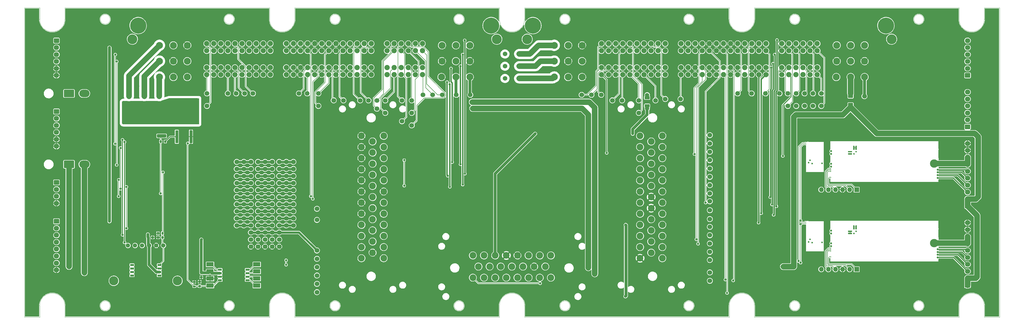
<source format=gtl>
G04 #@! TF.GenerationSoftware,KiCad,Pcbnew,(5.99.0-12439-g94954386e6)*
G04 #@! TF.CreationDate,2021-10-25T23:58:21+03:00*
G04 #@! TF.ProjectId,proteusM73tu,70726f74-6575-4734-9d37-3374752e6b69,a*
G04 #@! TF.SameCoordinates,PX2160ec0PYcfb5d40*
G04 #@! TF.FileFunction,Copper,L1,Top*
G04 #@! TF.FilePolarity,Positive*
%FSLAX46Y46*%
G04 Gerber Fmt 4.6, Leading zero omitted, Abs format (unit mm)*
G04 Created by KiCad (PCBNEW (5.99.0-12439-g94954386e6)) date 2021-10-25 23:58:21*
%MOMM*%
%LPD*%
G01*
G04 APERTURE LIST*
G04 #@! TA.AperFunction,Profile*
%ADD10C,0.050000*%
G04 #@! TD*
G04 #@! TA.AperFunction,SMDPad,CuDef*
%ADD11R,1.100000X4.600000*%
G04 #@! TD*
G04 #@! TA.AperFunction,SMDPad,CuDef*
%ADD12R,10.800000X9.400000*%
G04 #@! TD*
G04 #@! TA.AperFunction,ComponentPad*
%ADD13C,1.700000*%
G04 #@! TD*
G04 #@! TA.AperFunction,ComponentPad*
%ADD14O,3.700000X2.700000*%
G04 #@! TD*
G04 #@! TA.AperFunction,ComponentPad*
%ADD15O,1.950000X1.700000*%
G04 #@! TD*
G04 #@! TA.AperFunction,ComponentPad*
%ADD16R,1.700000X1.700000*%
G04 #@! TD*
G04 #@! TA.AperFunction,ComponentPad*
%ADD17O,1.700000X1.700000*%
G04 #@! TD*
G04 #@! TA.AperFunction,SMDPad,CuDef*
%ADD18O,0.200000X11.100001*%
G04 #@! TD*
G04 #@! TA.AperFunction,SMDPad,CuDef*
%ADD19O,6.799999X0.200000*%
G04 #@! TD*
G04 #@! TA.AperFunction,SMDPad,CuDef*
%ADD20O,0.399999X9.800001*%
G04 #@! TD*
G04 #@! TA.AperFunction,SMDPad,CuDef*
%ADD21O,0.250000X0.499999*%
G04 #@! TD*
G04 #@! TA.AperFunction,SMDPad,CuDef*
%ADD22O,5.669999X0.200000*%
G04 #@! TD*
G04 #@! TA.AperFunction,SMDPad,CuDef*
%ADD23O,0.499999X0.250000*%
G04 #@! TD*
G04 #@! TA.AperFunction,ComponentPad*
%ADD24C,0.599999*%
G04 #@! TD*
G04 #@! TA.AperFunction,ComponentPad*
%ADD25C,1.650000*%
G04 #@! TD*
G04 #@! TA.AperFunction,SMDPad,CuDef*
%ADD26R,2.540000X1.520000*%
G04 #@! TD*
G04 #@! TA.AperFunction,SMDPad,CuDef*
%ADD27R,1.350000X0.690000*%
G04 #@! TD*
G04 #@! TA.AperFunction,ComponentPad*
%ADD28C,2.475000*%
G04 #@! TD*
G04 #@! TA.AperFunction,ComponentPad*
%ADD29C,1.875000*%
G04 #@! TD*
G04 #@! TA.AperFunction,ComponentPad*
%ADD30C,3.525000*%
G04 #@! TD*
G04 #@! TA.AperFunction,ComponentPad*
%ADD31C,5.775000*%
G04 #@! TD*
G04 #@! TA.AperFunction,ComponentPad*
%ADD32C,1.524000*%
G04 #@! TD*
G04 #@! TA.AperFunction,ComponentPad*
%ADD33C,0.700000*%
G04 #@! TD*
G04 #@! TA.AperFunction,SMDPad,CuDef*
%ADD34C,3.000000*%
G04 #@! TD*
G04 #@! TA.AperFunction,SMDPad,CuDef*
%ADD35R,0.250000X3.000000*%
G04 #@! TD*
G04 #@! TA.AperFunction,SMDPad,CuDef*
%ADD36R,0.250000X2.250000*%
G04 #@! TD*
G04 #@! TA.AperFunction,SMDPad,CuDef*
%ADD37R,39.250000X0.250000*%
G04 #@! TD*
G04 #@! TA.AperFunction,SMDPad,CuDef*
%ADD38R,0.250000X0.950000*%
G04 #@! TD*
G04 #@! TA.AperFunction,SMDPad,CuDef*
%ADD39R,0.250000X1.450000*%
G04 #@! TD*
G04 #@! TA.AperFunction,SMDPad,CuDef*
%ADD40R,0.250000X3.100000*%
G04 #@! TD*
G04 #@! TA.AperFunction,SMDPad,CuDef*
%ADD41R,0.250000X2.950000*%
G04 #@! TD*
G04 #@! TA.AperFunction,ComponentPad*
%ADD42C,2.400000*%
G04 #@! TD*
G04 #@! TA.AperFunction,ComponentPad*
%ADD43C,3.302000*%
G04 #@! TD*
G04 #@! TA.AperFunction,ViaPad*
%ADD44C,0.800000*%
G04 #@! TD*
G04 #@! TA.AperFunction,ViaPad*
%ADD45C,1.500000*%
G04 #@! TD*
G04 #@! TA.AperFunction,Conductor*
%ADD46C,0.200000*%
G04 #@! TD*
G04 #@! TA.AperFunction,Conductor*
%ADD47C,0.400000*%
G04 #@! TD*
G04 #@! TA.AperFunction,Conductor*
%ADD48C,2.000000*%
G04 #@! TD*
G04 #@! TA.AperFunction,Conductor*
%ADD49C,1.000000*%
G04 #@! TD*
G04 #@! TA.AperFunction,Conductor*
%ADD50C,0.800000*%
G04 #@! TD*
G04 #@! TA.AperFunction,Conductor*
%ADD51C,0.500000*%
G04 #@! TD*
G04 #@! TA.AperFunction,Conductor*
%ADD52C,0.300000*%
G04 #@! TD*
G04 APERTURE END LIST*
D10*
X170500000Y4100000D02*
X170500000Y0D01*
X5500000Y107200000D02*
X5500000Y111300000D01*
X344500000Y0D02*
X350000000Y0D01*
X88000000Y4100000D02*
X88000000Y0D01*
X278250000Y4100000D02*
G75*
G03*
X278250000Y4100000I-1750000J0D01*
G01*
X5500000Y0D02*
X0Y0D01*
X88000000Y107200000D02*
X88000000Y111300000D01*
X195750000Y4100000D02*
G75*
G03*
X195750000Y4100000I-1750000J0D01*
G01*
X170500000Y111300000D02*
X97000000Y111300000D01*
X335500000Y111300000D02*
X262000000Y111300000D01*
X262000000Y4100000D02*
X262000000Y0D01*
X97000000Y0D02*
X170500000Y0D01*
X335500000Y4100000D02*
G75*
G02*
X344500000Y4100000I4500000J0D01*
G01*
X253000001Y111300000D02*
X179500000Y111300000D01*
X157750000Y107200000D02*
G75*
G03*
X157750000Y107200000I-1750000J0D01*
G01*
X344500000Y111300000D02*
X349999999Y111300000D01*
X30750000Y4100000D02*
G75*
G03*
X30750000Y4100000I-1750000J0D01*
G01*
X179500000Y107200000D02*
X179500000Y111300000D01*
X97000000Y107200000D02*
X97000000Y111300000D01*
X350000000Y0D02*
X350000000Y111300000D01*
X344500000Y107200000D02*
X344500000Y111300000D01*
X5500000Y111300000D02*
X0Y111300000D01*
X335500000Y4100000D02*
X335500000Y0D01*
X253000000Y4100000D02*
G75*
G02*
X262000000Y4100000I4500000J0D01*
G01*
X75250000Y107200000D02*
G75*
G03*
X75250000Y107200000I-1750000J0D01*
G01*
X14500000Y0D02*
X88000000Y0D01*
X5500000Y4100000D02*
X5500000Y0D01*
X113250000Y4100000D02*
G75*
G03*
X113250000Y4100000I-1750000J0D01*
G01*
X253000000Y107200000D02*
G75*
G03*
X262000000Y107200000I4500000J0D01*
G01*
X170500000Y107200000D02*
G75*
G03*
X179500000Y107200000I4500000J0D01*
G01*
X14500000Y4100000D02*
G75*
G03*
X5500000Y4100000I-4500000J0D01*
G01*
X240250000Y107200000D02*
G75*
G03*
X240250000Y107200000I-1750000J0D01*
G01*
X262000000Y0D02*
X335500000Y0D01*
X335500000Y107200000D02*
X335500000Y111300000D01*
X170500000Y107200000D02*
X170500000Y111300000D01*
X97000000Y4100000D02*
X97000000Y0D01*
X88000000Y111300000D02*
X14500000Y111300000D01*
X262000000Y107200000D02*
X262000000Y111300000D01*
X0Y111300000D02*
X0Y0D01*
X322750000Y4100000D02*
G75*
G03*
X322750000Y4100000I-1750000J0D01*
G01*
X344500000Y4100000D02*
X344500000Y0D01*
X179500000Y4100000D02*
X179500000Y0D01*
X97000000Y107200000D02*
G75*
G02*
X88000000Y107200000I-4500000J0D01*
G01*
X30750000Y107200000D02*
G75*
G03*
X30750000Y107200000I-1750000J0D01*
G01*
X113250000Y107200000D02*
G75*
G03*
X113250000Y107200000I-1750000J0D01*
G01*
X253000000Y4100000D02*
X253000000Y0D01*
X322750000Y107200000D02*
G75*
G03*
X322750000Y107200000I-1750000J0D01*
G01*
X335500000Y107200000D02*
G75*
G03*
X344500000Y107200000I4500000J0D01*
G01*
X14500000Y107200000D02*
G75*
G02*
X5500000Y107200000I-4500000J0D01*
G01*
X195750000Y107200000D02*
G75*
G03*
X195750000Y107200000I-1750000J0D01*
G01*
X179500000Y4100000D02*
G75*
G03*
X170500000Y4100000I-4500000J0D01*
G01*
X253000000Y107200000D02*
X253000001Y111300000D01*
X14500000Y107200000D02*
X14500000Y111300000D01*
X75250000Y4100000D02*
G75*
G03*
X75250000Y4100000I-1750000J0D01*
G01*
X278250000Y107200000D02*
G75*
G03*
X278250000Y107200000I-1750000J0D01*
G01*
X179500000Y0D02*
X253000000Y0D01*
X157750000Y4100000D02*
G75*
G03*
X157750000Y4100000I-1750000J0D01*
G01*
X97000000Y4100000D02*
G75*
G03*
X88000000Y4100000I-4500000J0D01*
G01*
X14500000Y4100000D02*
X14500000Y0D01*
X240250000Y4100000D02*
G75*
G03*
X240250000Y4100000I-1750000J0D01*
G01*
D11*
G04 #@! TO.P,Q2,1,G*
G04 #@! TO.N,Net-(Q2-Pad1)*
X54685000Y64925000D03*
D12*
G04 #@! TO.P,Q2,2,C*
G04 #@! TO.N,/OUT_IGN7*
X57225000Y74075000D03*
D11*
G04 #@! TO.P,Q2,3,E*
G04 #@! TO.N,GND*
X59765000Y64925000D03*
G04 #@! TD*
D13*
G04 #@! TO.P,P18,1,Pin_1*
G04 #@! TO.N,Net-(J9-PadC52)*
X235500000Y78500000D03*
G04 #@! TD*
G04 #@! TO.P,J1,1,Pin_1*
G04 #@! TO.N,/ETB-2*
G04 #@! TA.AperFunction,ComponentPad*
G36*
G01*
X17599999Y79150000D02*
X14400001Y79150000D01*
G75*
G02*
X14150000Y79400001I0J250001D01*
G01*
X14150000Y81599999D01*
G75*
G02*
X14400001Y81850000I250001J0D01*
G01*
X17599999Y81850000D01*
G75*
G02*
X17850000Y81599999I0J-250001D01*
G01*
X17850000Y79400001D01*
G75*
G02*
X17599999Y79150000I-250001J0D01*
G01*
G37*
G04 #@! TD.AperFunction*
D14*
G04 #@! TO.P,J1,2,Pin_2*
G04 #@! TO.N,/ETB+2*
X21500000Y80500000D03*
G04 #@! TD*
D13*
G04 #@! TO.P,P47,1,Pin_1*
G04 #@! TO.N,Net-(BRD1-PadA13)*
X246000000Y23500000D03*
G04 #@! TD*
G04 #@! TO.P,P76,1,Pin_1*
G04 #@! TO.N,Net-(J8-PadB15)*
X139000000Y78000000D03*
G04 #@! TD*
G04 #@! TO.P,P51,1,Pin_1*
G04 #@! TO.N,/GATE_IGN4*
X246000000Y56500000D03*
G04 #@! TD*
G04 #@! TO.P,P67,1,Pin_1*
G04 #@! TO.N,/GATE_IGN1*
X246000000Y65500000D03*
G04 #@! TD*
G04 #@! TO.P,J17,1,Pin_1*
G04 #@! TO.N,/GATE_IGN12*
G04 #@! TA.AperFunction,ComponentPad*
G36*
G01*
X339225000Y67650000D02*
X337775000Y67650000D01*
G75*
G02*
X337525000Y67900000I0J250000D01*
G01*
X337525000Y69100000D01*
G75*
G02*
X337775000Y69350000I250000J0D01*
G01*
X339225000Y69350000D01*
G75*
G02*
X339475000Y69100000I0J-250000D01*
G01*
X339475000Y67900000D01*
G75*
G02*
X339225000Y67650000I-250000J0D01*
G01*
G37*
G04 #@! TD.AperFunction*
D15*
G04 #@! TO.P,J17,2,Pin_2*
G04 #@! TO.N,/GATE_IGN11*
X338500000Y71000000D03*
G04 #@! TO.P,J17,3,Pin_3*
G04 #@! TO.N,/GATE_IGN10*
X338500000Y73500000D03*
G04 #@! TO.P,J17,4,Pin_4*
G04 #@! TO.N,/GATE_IGN9*
X338500000Y76000000D03*
G04 #@! TO.P,J17,5,Pin_5*
G04 #@! TO.N,/GATE_IGN8*
X338500000Y78500000D03*
G04 #@! TO.P,J17,6,Pin_6*
G04 #@! TO.N,/GATE_IGN7*
X338500000Y81000000D03*
G04 #@! TD*
D16*
G04 #@! TO.P,J3,1,Pin_1*
G04 #@! TO.N,Net-(J3-Pad1)*
X298700000Y45875000D03*
D17*
G04 #@! TO.P,J3,2,Pin_2*
G04 #@! TO.N,Net-(J3-Pad2)*
X296160000Y45875000D03*
G04 #@! TO.P,J3,3,Pin_3*
G04 #@! TO.N,GND*
X293620000Y45875000D03*
G04 #@! TO.P,J3,4,Pin_4*
G04 #@! TO.N,Net-(J3-Pad4)*
X291080000Y45875000D03*
G04 #@! TO.P,J3,5,Pin_5*
G04 #@! TO.N,Net-(J3-Pad5)*
X288540000Y45875000D03*
G04 #@! TO.P,J3,6,Pin_6*
G04 #@! TO.N,N/C*
X286000000Y45875000D03*
G04 #@! TD*
G04 #@! TO.P,J6,1,Pin_1*
G04 #@! TO.N,+5VA*
G04 #@! TA.AperFunction,ComponentPad*
G36*
G01*
X10775000Y49350000D02*
X12225000Y49350000D01*
G75*
G02*
X12475000Y49100000I0J-250000D01*
G01*
X12475000Y47900000D01*
G75*
G02*
X12225000Y47650000I-250000J0D01*
G01*
X10775000Y47650000D01*
G75*
G02*
X10525000Y47900000I0J250000D01*
G01*
X10525000Y49100000D01*
G75*
G02*
X10775000Y49350000I250000J0D01*
G01*
G37*
G04 #@! TD.AperFunction*
D15*
G04 #@! TO.P,J6,2,Pin_2*
G04 #@! TO.N,/IN_PPS1*
X11500000Y46000000D03*
G04 #@! TO.P,J6,3,Pin_3*
G04 #@! TO.N,/IN_PPS2*
X11500000Y43500000D03*
G04 #@! TO.P,J6,4,Pin_4*
G04 #@! TO.N,GND*
X11500000Y41000000D03*
G04 #@! TD*
D13*
G04 #@! TO.P,P79,1,Pin_1*
G04 #@! TO.N,Net-(J8-PadB23)*
X129500000Y78000000D03*
G04 #@! TD*
G04 #@! TO.P,P8,1,Pin_1*
G04 #@! TO.N,Net-(J9-PadB10)*
X277000000Y80500000D03*
G04 #@! TD*
G04 #@! TO.P,P36,1,Pin_1*
G04 #@! TO.N,Net-(J8-PadC36)*
X98500000Y80500000D03*
G04 #@! TD*
G04 #@! TO.P,R5,1*
G04 #@! TO.N,/IN_BARO*
G04 #@! TA.AperFunction,SMDPad,CuDef*
G36*
G01*
X61330000Y10733750D02*
X60550000Y10733750D01*
G75*
G02*
X60480000Y10803750I0J70000D01*
G01*
X60480000Y11363750D01*
G75*
G02*
X60550000Y11433750I70000J0D01*
G01*
X61330000Y11433750D01*
G75*
G02*
X61400000Y11363750I0J-70000D01*
G01*
X61400000Y10803750D01*
G75*
G02*
X61330000Y10733750I-70000J0D01*
G01*
G37*
G04 #@! TD.AperFunction*
G04 #@! TO.P,R5,2*
G04 #@! TO.N,GND*
G04 #@! TA.AperFunction,SMDPad,CuDef*
G36*
G01*
X61330000Y12333750D02*
X60550000Y12333750D01*
G75*
G02*
X60480000Y12403750I0J70000D01*
G01*
X60480000Y12963750D01*
G75*
G02*
X60550000Y13033750I70000J0D01*
G01*
X61330000Y13033750D01*
G75*
G02*
X61400000Y12963750I0J-70000D01*
G01*
X61400000Y12403750D01*
G75*
G02*
X61330000Y12333750I-70000J0D01*
G01*
G37*
G04 #@! TD.AperFunction*
G04 #@! TD*
G04 #@! TO.P,J5,1,Pin_1*
G04 #@! TO.N,+5VA*
G04 #@! TA.AperFunction,ComponentPad*
G36*
G01*
X10775000Y100350000D02*
X12225000Y100350000D01*
G75*
G02*
X12475000Y100100000I0J-250000D01*
G01*
X12475000Y98900000D01*
G75*
G02*
X12225000Y98650000I-250000J0D01*
G01*
X10775000Y98650000D01*
G75*
G02*
X10525000Y98900000I0J250000D01*
G01*
X10525000Y100100000D01*
G75*
G02*
X10775000Y100350000I250000J0D01*
G01*
G37*
G04 #@! TD.AperFunction*
D15*
G04 #@! TO.P,J5,2,Pin_2*
X11500000Y97000000D03*
G04 #@! TO.P,J5,3,Pin_3*
G04 #@! TO.N,/IN_TPS2_1*
X11500000Y94500000D03*
G04 #@! TO.P,J5,4,Pin_4*
G04 #@! TO.N,/IN_TPS2_2*
X11500000Y92000000D03*
G04 #@! TO.P,J5,5,Pin_5*
G04 #@! TO.N,GND*
X11500000Y89500000D03*
G04 #@! TO.P,J5,6,Pin_6*
X11500000Y87000000D03*
G04 #@! TD*
D13*
G04 #@! TO.P,P19,1,Pin_1*
G04 #@! TO.N,Net-(J9-PadD3)*
X230000000Y78500000D03*
G04 #@! TD*
G04 #@! TO.P,G3,1*
G04 #@! TO.N,Net-(G3-Pad1)*
X91440000Y45720000D03*
G04 #@! TO.P,G3,2*
G04 #@! TO.N,Net-(G3-Pad12)*
X91440000Y48260000D03*
G04 #@! TO.P,G3,3*
G04 #@! TO.N,Net-(G3-Pad13)*
X91440000Y50800000D03*
G04 #@! TO.P,G3,4*
G04 #@! TO.N,Net-(G3-Pad14)*
X91440000Y53340000D03*
G04 #@! TO.P,G3,5*
G04 #@! TO.N,Net-(G3-Pad10)*
X91440000Y55880000D03*
G04 #@! TO.P,G3,6*
G04 #@! TO.N,Net-(G3-Pad1)*
X93980000Y45720000D03*
G04 #@! TO.P,G3,7*
G04 #@! TO.N,Net-(G3-Pad12)*
X93980000Y48260000D03*
G04 #@! TO.P,G3,8*
G04 #@! TO.N,Net-(G3-Pad13)*
X93980000Y50800000D03*
G04 #@! TO.P,G3,9*
G04 #@! TO.N,Net-(G3-Pad14)*
X93980000Y53340000D03*
G04 #@! TO.P,G3,10*
G04 #@! TO.N,Net-(G3-Pad10)*
X93980000Y55880000D03*
G04 #@! TO.P,G3,11*
G04 #@! TO.N,Net-(G3-Pad1)*
X96520000Y45720000D03*
G04 #@! TO.P,G3,12*
G04 #@! TO.N,Net-(G3-Pad12)*
X96520000Y48260000D03*
G04 #@! TO.P,G3,13*
G04 #@! TO.N,Net-(G3-Pad13)*
X96520000Y50800000D03*
G04 #@! TO.P,G3,14*
G04 #@! TO.N,Net-(G3-Pad14)*
X96520000Y53340000D03*
G04 #@! TO.P,G3,15*
G04 #@! TO.N,Net-(G3-Pad10)*
X96520000Y55880000D03*
G04 #@! TD*
G04 #@! TO.P,G2,1*
G04 #@! TO.N,Net-(G2-Pad1)*
X83820000Y45720000D03*
G04 #@! TO.P,G2,2*
G04 #@! TO.N,Net-(G2-Pad12)*
X83820000Y48260000D03*
G04 #@! TO.P,G2,3*
G04 #@! TO.N,Net-(G2-Pad13)*
X83820000Y50800000D03*
G04 #@! TO.P,G2,4*
G04 #@! TO.N,Net-(G2-Pad14)*
X83820000Y53340000D03*
G04 #@! TO.P,G2,5*
G04 #@! TO.N,Net-(G2-Pad10)*
X83820000Y55880000D03*
G04 #@! TO.P,G2,6*
G04 #@! TO.N,Net-(G2-Pad1)*
X86360000Y45720000D03*
G04 #@! TO.P,G2,7*
G04 #@! TO.N,Net-(G2-Pad12)*
X86360000Y48260000D03*
G04 #@! TO.P,G2,8*
G04 #@! TO.N,Net-(G2-Pad13)*
X86360000Y50800000D03*
G04 #@! TO.P,G2,9*
G04 #@! TO.N,Net-(G2-Pad14)*
X86360000Y53340000D03*
G04 #@! TO.P,G2,10*
G04 #@! TO.N,Net-(G2-Pad10)*
X86360000Y55880000D03*
G04 #@! TO.P,G2,11*
G04 #@! TO.N,Net-(G2-Pad1)*
X88900000Y45720000D03*
G04 #@! TO.P,G2,12*
G04 #@! TO.N,Net-(G2-Pad12)*
X88900000Y48260000D03*
G04 #@! TO.P,G2,13*
G04 #@! TO.N,Net-(G2-Pad13)*
X88900000Y50800000D03*
G04 #@! TO.P,G2,14*
G04 #@! TO.N,Net-(G2-Pad14)*
X88900000Y53340000D03*
G04 #@! TO.P,G2,15*
G04 #@! TO.N,Net-(G2-Pad10)*
X88900000Y55880000D03*
G04 #@! TD*
G04 #@! TO.P,P54,1,Pin_1*
G04 #@! TO.N,/GATE_IGN8*
X246000000Y44500000D03*
G04 #@! TD*
G04 #@! TO.P,P7,1,Pin_1*
G04 #@! TO.N,Net-(J9-PadB9)*
X280000000Y76000000D03*
G04 #@! TD*
G04 #@! TO.P,C2,1*
G04 #@! TO.N,GND*
G04 #@! TA.AperFunction,SMDPad,CuDef*
G36*
G01*
X62540000Y13188751D02*
X63220000Y13188751D01*
G75*
G02*
X63305000Y13103751I0J-85000D01*
G01*
X63305000Y12423751D01*
G75*
G02*
X63220000Y12338751I-85000J0D01*
G01*
X62540000Y12338751D01*
G75*
G02*
X62455000Y12423751I0J85000D01*
G01*
X62455000Y13103751D01*
G75*
G02*
X62540000Y13188751I85000J0D01*
G01*
G37*
G04 #@! TD.AperFunction*
G04 #@! TO.P,C2,2*
G04 #@! TO.N,/IN_BARO*
G04 #@! TA.AperFunction,SMDPad,CuDef*
G36*
G01*
X62540000Y11608749D02*
X63220000Y11608749D01*
G75*
G02*
X63305000Y11523749I0J-85000D01*
G01*
X63305000Y10843749D01*
G75*
G02*
X63220000Y10758749I-85000J0D01*
G01*
X62540000Y10758749D01*
G75*
G02*
X62455000Y10843749I0J85000D01*
G01*
X62455000Y11523749D01*
G75*
G02*
X62540000Y11608749I85000J0D01*
G01*
G37*
G04 #@! TD.AperFunction*
G04 #@! TD*
G04 #@! TO.P,J19,1,Pin_1*
G04 #@! TO.N,+5VA*
G04 #@! TA.AperFunction,ComponentPad*
G36*
G01*
X10775000Y35350000D02*
X12225000Y35350000D01*
G75*
G02*
X12475000Y35100000I0J-250000D01*
G01*
X12475000Y33900000D01*
G75*
G02*
X12225000Y33650000I-250000J0D01*
G01*
X10775000Y33650000D01*
G75*
G02*
X10525000Y33900000I0J250000D01*
G01*
X10525000Y35100000D01*
G75*
G02*
X10775000Y35350000I250000J0D01*
G01*
G37*
G04 #@! TD.AperFunction*
D15*
G04 #@! TO.P,J19,2,Pin_2*
G04 #@! TO.N,/IN_AV10*
X11500000Y32000000D03*
G04 #@! TO.P,J19,3,Pin_3*
G04 #@! TO.N,/OUT_FAN_RELAY*
X11500000Y29500000D03*
G04 #@! TO.P,J19,4,Pin_4*
G04 #@! TO.N,/OUT_FUEL_PUMP*
X11500000Y27000000D03*
G04 #@! TO.P,J19,5,Pin_5*
G04 #@! TO.N,/IN_START_BTN*
X11500000Y24500000D03*
G04 #@! TO.P,J19,6,Pin_6*
G04 #@! TO.N,/IN_D4*
X11500000Y22000000D03*
G04 #@! TO.P,J19,7,Pin_7*
G04 #@! TO.N,/IN_D5*
X11500000Y19500000D03*
G04 #@! TO.P,J19,8,Pin_8*
G04 #@! TO.N,GND*
X11500000Y17000000D03*
G04 #@! TD*
D18*
G04 #@! TO.P,M2,E1,GND*
G04 #@! TO.N,GND*
X286956663Y57637500D03*
D19*
X283619164Y52137501D03*
D20*
X280356666Y56937499D03*
D21*
X280356666Y52312505D03*
D22*
X284219163Y63112501D03*
D23*
G04 #@! TO.P,M2,S1,CANL*
G04 #@! TO.N,/CAN_L*
X280406664Y62662499D03*
G04 #@! TO.P,M2,S2,CANH*
G04 #@! TO.N,/CAN_H*
X280406664Y62162498D03*
D24*
G04 #@! TO.P,M2,V1,V5*
G04 #@! TO.N,+5VA*
X281456662Y55612501D03*
G04 #@! TO.P,M2,V2,CAN_VIO*
G04 #@! TO.N,Net-(M2-PadV2)*
X281981662Y56487503D03*
G04 #@! TO.P,M2,V5,CAN_TX*
G04 #@! TO.N,Net-(M2-PadV5)*
X282731660Y55312499D03*
G04 #@! TO.P,M2,V6,CAN_RX*
G04 #@! TO.N,Net-(M2-PadV6)*
X286281661Y55387502D03*
G04 #@! TD*
D13*
G04 #@! TO.P,P45,1,Pin_1*
G04 #@! TO.N,Net-(BRD1-PadA2)*
X246000000Y29500000D03*
G04 #@! TD*
G04 #@! TO.P,C3,1*
G04 #@! TO.N,GND*
G04 #@! TA.AperFunction,SMDPad,CuDef*
G36*
G01*
X46450500Y29049986D02*
X46450500Y28369986D01*
G75*
G02*
X46365500Y28284986I-85000J0D01*
G01*
X45685500Y28284986D01*
G75*
G02*
X45600500Y28369986I0J85000D01*
G01*
X45600500Y29049986D01*
G75*
G02*
X45685500Y29134986I85000J0D01*
G01*
X46365500Y29134986D01*
G75*
G02*
X46450500Y29049986I0J-85000D01*
G01*
G37*
G04 #@! TD.AperFunction*
G04 #@! TO.P,C3,2*
G04 #@! TO.N,+5VA*
G04 #@! TA.AperFunction,SMDPad,CuDef*
G36*
G01*
X44870498Y29049986D02*
X44870498Y28369986D01*
G75*
G02*
X44785498Y28284986I-85000J0D01*
G01*
X44105498Y28284986D01*
G75*
G02*
X44020498Y28369986I0J85000D01*
G01*
X44020498Y29049986D01*
G75*
G02*
X44105498Y29134986I85000J0D01*
G01*
X44785498Y29134986D01*
G75*
G02*
X44870498Y29049986I0J-85000D01*
G01*
G37*
G04 #@! TD.AperFunction*
G04 #@! TD*
G04 #@! TO.P,P38,1,Pin_1*
G04 #@! TO.N,Net-(J8-PadC49)*
X101500000Y80500000D03*
G04 #@! TD*
G04 #@! TO.P,R3,1*
G04 #@! TO.N,Net-(Q2-Pad1)*
G04 #@! TA.AperFunction,SMDPad,CuDef*
G36*
G01*
X50875000Y63589999D02*
X50875000Y62809999D01*
G75*
G02*
X50805000Y62739999I-70000J0D01*
G01*
X50245000Y62739999D01*
G75*
G02*
X50175000Y62809999I0J70000D01*
G01*
X50175000Y63589999D01*
G75*
G02*
X50245000Y63659999I70000J0D01*
G01*
X50805000Y63659999D01*
G75*
G02*
X50875000Y63589999I0J-70000D01*
G01*
G37*
G04 #@! TD.AperFunction*
G04 #@! TO.P,R3,2*
G04 #@! TO.N,/GATE_IGN7*
G04 #@! TA.AperFunction,SMDPad,CuDef*
G36*
G01*
X49275000Y63589999D02*
X49275000Y62809999D01*
G75*
G02*
X49205000Y62739999I-70000J0D01*
G01*
X48645000Y62739999D01*
G75*
G02*
X48575000Y62809999I0J70000D01*
G01*
X48575000Y63589999D01*
G75*
G02*
X48645000Y63659999I70000J0D01*
G01*
X49205000Y63659999D01*
G75*
G02*
X49275000Y63589999I0J-70000D01*
G01*
G37*
G04 #@! TD.AperFunction*
G04 #@! TD*
D25*
G04 #@! TO.P,F7,1,1*
G04 #@! TO.N,/HV5*
X43000000Y79500000D03*
G04 #@! TO.P,F7,2,2*
G04 #@! TO.N,/OUT_IGN7*
X43000000Y74420000D03*
G04 #@! TD*
D13*
G04 #@! TO.P,P20,1,Pin_1*
G04 #@! TO.N,Net-(J9-PadD6)*
X220500000Y73500000D03*
G04 #@! TD*
G04 #@! TO.P,P31,1,Pin_1*
G04 #@! TO.N,Net-(J8-PadC14)*
X123500000Y78000000D03*
G04 #@! TD*
G04 #@! TO.P,P61,1,Pin_1*
G04 #@! TO.N,Net-(J8-PadB8)*
X146500000Y80000000D03*
G04 #@! TD*
G04 #@! TO.P,G1,1*
G04 #@! TO.N,Net-(G1-Pad1)*
X91440000Y33020000D03*
G04 #@! TO.P,G1,2*
G04 #@! TO.N,Net-(G1-Pad12)*
X91440000Y35560000D03*
G04 #@! TO.P,G1,3*
G04 #@! TO.N,Net-(G1-Pad13)*
X91440000Y38100000D03*
G04 #@! TO.P,G1,4*
G04 #@! TO.N,Net-(G1-Pad14)*
X91440000Y40640000D03*
G04 #@! TO.P,G1,5*
G04 #@! TO.N,Net-(G1-Pad10)*
X91440000Y43180000D03*
G04 #@! TO.P,G1,6*
G04 #@! TO.N,Net-(G1-Pad1)*
X93980000Y33020000D03*
G04 #@! TO.P,G1,7*
G04 #@! TO.N,Net-(G1-Pad12)*
X93980000Y35560000D03*
G04 #@! TO.P,G1,8*
G04 #@! TO.N,Net-(G1-Pad13)*
X93980000Y38100000D03*
G04 #@! TO.P,G1,9*
G04 #@! TO.N,Net-(G1-Pad14)*
X93980000Y40640000D03*
G04 #@! TO.P,G1,10*
G04 #@! TO.N,Net-(G1-Pad10)*
X93980000Y43180000D03*
G04 #@! TO.P,G1,11*
G04 #@! TO.N,Net-(G1-Pad1)*
X96520000Y33020000D03*
G04 #@! TO.P,G1,12*
G04 #@! TO.N,Net-(G1-Pad12)*
X96520000Y35560000D03*
G04 #@! TO.P,G1,13*
G04 #@! TO.N,Net-(G1-Pad13)*
X96520000Y38100000D03*
G04 #@! TO.P,G1,14*
G04 #@! TO.N,Net-(G1-Pad14)*
X96520000Y40640000D03*
G04 #@! TO.P,G1,15*
G04 #@! TO.N,Net-(G1-Pad10)*
X96520000Y43180000D03*
G04 #@! TD*
G04 #@! TO.P,C4,1*
G04 #@! TO.N,GND*
G04 #@! TA.AperFunction,SMDPad,CuDef*
G36*
G01*
X47520498Y28369986D02*
X47520498Y29049986D01*
G75*
G02*
X47605498Y29134986I85000J0D01*
G01*
X48285498Y29134986D01*
G75*
G02*
X48370498Y29049986I0J-85000D01*
G01*
X48370498Y28369986D01*
G75*
G02*
X48285498Y28284986I-85000J0D01*
G01*
X47605498Y28284986D01*
G75*
G02*
X47520498Y28369986I0J85000D01*
G01*
G37*
G04 #@! TD.AperFunction*
G04 #@! TO.P,C4,2*
G04 #@! TO.N,/IN_MAP*
G04 #@! TA.AperFunction,SMDPad,CuDef*
G36*
G01*
X49100500Y28369986D02*
X49100500Y29049986D01*
G75*
G02*
X49185500Y29134986I85000J0D01*
G01*
X49865500Y29134986D01*
G75*
G02*
X49950500Y29049986I0J-85000D01*
G01*
X49950500Y28369986D01*
G75*
G02*
X49865500Y28284986I-85000J0D01*
G01*
X49185500Y28284986D01*
G75*
G02*
X49100500Y28369986I0J85000D01*
G01*
G37*
G04 #@! TD.AperFunction*
G04 #@! TD*
G04 #@! TO.P,P39,1,Pin_1*
G04 #@! TO.N,Net-(J8-PadD6)*
X82000000Y80500000D03*
G04 #@! TD*
G04 #@! TO.P,G7,1*
G04 #@! TO.N,Net-(G7-Pad1)*
X76200000Y45720000D03*
G04 #@! TO.P,G7,2*
G04 #@! TO.N,Net-(G7-Pad12)*
X76200000Y48260000D03*
G04 #@! TO.P,G7,3*
G04 #@! TO.N,Net-(G7-Pad13)*
X76200000Y50800000D03*
G04 #@! TO.P,G7,4*
G04 #@! TO.N,Net-(G7-Pad14)*
X76200000Y53340000D03*
G04 #@! TO.P,G7,5*
G04 #@! TO.N,Net-(G7-Pad10)*
X76200000Y55880000D03*
G04 #@! TO.P,G7,6*
G04 #@! TO.N,Net-(G7-Pad1)*
X78740000Y45720000D03*
G04 #@! TO.P,G7,7*
G04 #@! TO.N,Net-(G7-Pad12)*
X78740000Y48260000D03*
G04 #@! TO.P,G7,8*
G04 #@! TO.N,Net-(G7-Pad13)*
X78740000Y50800000D03*
G04 #@! TO.P,G7,9*
G04 #@! TO.N,Net-(G7-Pad14)*
X78740000Y53340000D03*
G04 #@! TO.P,G7,10*
G04 #@! TO.N,Net-(G7-Pad10)*
X78740000Y55880000D03*
G04 #@! TO.P,G7,11*
G04 #@! TO.N,Net-(G7-Pad1)*
X81280000Y45720000D03*
G04 #@! TO.P,G7,12*
G04 #@! TO.N,Net-(G7-Pad12)*
X81280000Y48260000D03*
G04 #@! TO.P,G7,13*
G04 #@! TO.N,Net-(G7-Pad13)*
X81280000Y50800000D03*
G04 #@! TO.P,G7,14*
G04 #@! TO.N,Net-(G7-Pad14)*
X81280000Y53340000D03*
G04 #@! TO.P,G7,15*
G04 #@! TO.N,Net-(G7-Pad10)*
X81280000Y55880000D03*
G04 #@! TD*
G04 #@! TO.P,P73,1,Pin_1*
G04 #@! TO.N,/12V_PROT*
X105000000Y24000000D03*
G04 #@! TD*
G04 #@! TO.P,P24,1,Pin_1*
G04 #@! TO.N,Net-(J9-PadD30)*
X203500000Y80000000D03*
G04 #@! TD*
G04 #@! TO.P,P37,1,Pin_1*
G04 #@! TO.N,Net-(J8-PadC46)*
X105500000Y80500000D03*
G04 #@! TD*
G04 #@! TO.P,P62,1,Pin_1*
G04 #@! TO.N,Net-(BRD1-PadB11)*
X105000000Y15000000D03*
G04 #@! TD*
G04 #@! TO.P,P49,1,Pin_1*
G04 #@! TO.N,/GATE_IGN2*
X246000000Y62500000D03*
G04 #@! TD*
G04 #@! TO.P,P75,1,Pin_1*
G04 #@! TO.N,Net-(J8-PadB11)*
X126500000Y78000000D03*
G04 #@! TD*
G04 #@! TO.P,P26,1,Pin_1*
G04 #@! TO.N,Net-(J9-PadD36)*
X220500000Y78000000D03*
G04 #@! TD*
G04 #@! TO.P,P68,1,Pin_1*
G04 #@! TO.N,/GATE_IGN7*
X246000000Y47500000D03*
G04 #@! TD*
G04 #@! TO.P,P30,1,Pin_1*
G04 #@! TO.N,Net-(J8-PadC3)*
X120500000Y78000000D03*
G04 #@! TD*
G04 #@! TO.P,P55,1,Pin_1*
G04 #@! TO.N,/GATE_IGN9*
X246000000Y41700000D03*
G04 #@! TD*
G04 #@! TO.P,P5,1,Pin_1*
G04 #@! TO.N,Net-(J9-PadB7)*
X286000000Y76000000D03*
G04 #@! TD*
G04 #@! TO.P,P1,1,Pin_1*
G04 #@! TO.N,Net-(J8-PadB3)*
X139000000Y69000000D03*
G04 #@! TD*
G04 #@! TO.P,P27,1,Pin_1*
G04 #@! TO.N,Net-(J9-PadD37)*
X214500000Y78000000D03*
G04 #@! TD*
G04 #@! TO.P,P29,1,Pin_1*
G04 #@! TO.N,Net-(J8-PadA8)*
X155000000Y80000000D03*
G04 #@! TD*
D25*
G04 #@! TO.P,F8,1,1*
G04 #@! TO.N,/HV6*
X48400000Y79500000D03*
G04 #@! TO.P,F8,2,2*
G04 #@! TO.N,/OUT_IGN7*
X48400000Y74420000D03*
G04 #@! TD*
D26*
G04 #@! TO.P,U1,1,NC*
G04 #@! TO.N,unconnected-(U1-Pad1)*
X66618000Y19008750D03*
D27*
X70174000Y17108750D03*
D26*
G04 #@! TO.P,U1,2,Vs*
G04 #@! TO.N,+5VA*
X66618000Y16468750D03*
D27*
X70174000Y15838750D03*
G04 #@! TO.P,U1,3,GND*
G04 #@! TO.N,GND*
X70174000Y14568750D03*
D26*
X66618000Y13928750D03*
G04 #@! TO.P,U1,4,Vout*
G04 #@! TO.N,/IN_BARO*
X66618000Y11388750D03*
D27*
X70174000Y13298750D03*
G04 #@! TO.P,U1,5,NC*
G04 #@! TO.N,unconnected-(U1-Pad5)*
X80016500Y13298750D03*
D26*
X83382000Y11388750D03*
G04 #@! TO.P,U1,6,NC*
G04 #@! TO.N,unconnected-(U1-Pad6)*
X83382000Y13928750D03*
D27*
X80016500Y14568750D03*
G04 #@! TO.P,U1,7,NC*
G04 #@! TO.N,unconnected-(U1-Pad7)*
X80016500Y15838750D03*
D26*
X83382000Y16468750D03*
D27*
G04 #@! TO.P,U1,8,NC*
G04 #@! TO.N,unconnected-(U1-Pad8)*
X80016500Y17108750D03*
D26*
X83382000Y19008750D03*
G04 #@! TD*
G04 #@! TO.P,J7,1,Pin_1*
G04 #@! TO.N,/12V_MR*
G04 #@! TA.AperFunction,ComponentPad*
G36*
G01*
X339225000Y10650000D02*
X337775000Y10650000D01*
G75*
G02*
X337525000Y10900000I0J250000D01*
G01*
X337525000Y12100000D01*
G75*
G02*
X337775000Y12350000I250000J0D01*
G01*
X339225000Y12350000D01*
G75*
G02*
X339475000Y12100000I0J-250000D01*
G01*
X339475000Y10900000D01*
G75*
G02*
X339225000Y10650000I-250000J0D01*
G01*
G37*
G04 #@! TD.AperFunction*
D15*
G04 #@! TO.P,J7,2,Pin_2*
X338500000Y14000000D03*
G04 #@! TO.P,J7,3,Pin_3*
G04 #@! TO.N,Net-(J11-Pad3)*
X338500000Y16500000D03*
G04 #@! TO.P,J7,4,Pin_4*
G04 #@! TO.N,Net-(J11-Pad4)*
X338500000Y19000000D03*
G04 #@! TO.P,J7,5,Pin_5*
G04 #@! TO.N,Net-(J11-Pad5)*
X338500000Y21500000D03*
G04 #@! TO.P,J7,6,Pin_6*
G04 #@! TO.N,Net-(J11-Pad6)*
X338500000Y24000000D03*
G04 #@! TO.P,J7,7,Pin_7*
G04 #@! TO.N,Net-(J11-Pad7)*
X338500000Y26500000D03*
G04 #@! TO.P,J7,8,Pin_8*
X338500000Y29000000D03*
G04 #@! TO.P,J7,9,Pin_9*
G04 #@! TO.N,GND*
X338500000Y31500000D03*
G04 #@! TO.P,J7,10,Pin_10*
X338500000Y34000000D03*
G04 #@! TD*
D13*
G04 #@! TO.P,P50,1,Pin_1*
G04 #@! TO.N,/GATE_IGN3*
X246000000Y59500000D03*
G04 #@! TD*
G04 #@! TO.P,P66,1,Pin_1*
G04 #@! TO.N,Net-(BRD1-PadB21)*
X246000000Y13100000D03*
G04 #@! TD*
G04 #@! TO.P,P15,1,Pin_1*
G04 #@! TO.N,Net-(J9-PadC14)*
X266000000Y80500000D03*
G04 #@! TD*
D25*
G04 #@! TO.P,F2,1,1*
G04 #@! TO.N,/HV1*
X177540000Y94700000D03*
G04 #@! TO.P,F2,2,2*
G04 #@! TO.N,/OUT_IGN1*
X172460000Y94700000D03*
G04 #@! TD*
D13*
G04 #@! TO.P,P48,1,Pin_1*
G04 #@! TO.N,Net-(BRD1-PadA14)*
X246000000Y32500000D03*
G04 #@! TD*
D28*
G04 #@! TO.P,J8,A1,A1*
G04 #@! TO.N,N/C*
X159850000Y97815000D03*
G04 #@! TO.P,J8,A2,A2*
X154850000Y97815000D03*
G04 #@! TO.P,J8,A3,A3*
X149850000Y97815000D03*
G04 #@! TO.P,J8,A4,A4*
G04 #@! TO.N,GND*
X159850000Y92115000D03*
G04 #@! TO.P,J8,A5,A5*
G04 #@! TO.N,N/C*
X154850000Y92115000D03*
G04 #@! TO.P,J8,A6,A6*
G04 #@! TO.N,GND*
X149850000Y92115000D03*
G04 #@! TO.P,J8,A7,A7*
G04 #@! TO.N,Net-(J8-PadA7)*
X159850000Y86415000D03*
G04 #@! TO.P,J8,A8,A8*
G04 #@! TO.N,Net-(J8-PadA8)*
X154850000Y86415000D03*
G04 #@! TO.P,J8,A9,A9*
G04 #@! TO.N,N/C*
X149690000Y86415000D03*
D29*
G04 #@! TO.P,J8,B1,B1*
X142850000Y98415000D03*
G04 #@! TO.P,J8,B2,B2*
X140310000Y98415000D03*
G04 #@! TO.P,J8,B3,B3*
G04 #@! TO.N,Net-(J8-PadB3)*
X137770000Y98415000D03*
G04 #@! TO.P,J8,B4,B4*
G04 #@! TO.N,Net-(J8-PadB4)*
X135230000Y98415000D03*
G04 #@! TO.P,J8,B5,B5*
G04 #@! TO.N,Net-(J8-PadB5)*
X132690000Y98415000D03*
G04 #@! TO.P,J8,B6,B6*
G04 #@! TO.N,N/C*
X130150000Y98415000D03*
G04 #@! TO.P,J8,B7,B7*
G04 #@! TO.N,Net-(J8-PadB7)*
X142850000Y95875000D03*
G04 #@! TO.P,J8,B8,B8*
G04 #@! TO.N,Net-(J8-PadB8)*
X140310000Y95875000D03*
G04 #@! TO.P,J8,B9,B9*
G04 #@! TO.N,Net-(J8-PadB9)*
X137770000Y95875000D03*
G04 #@! TO.P,J8,B10,B10*
G04 #@! TO.N,Net-(J8-PadB10)*
X135230000Y95875000D03*
G04 #@! TO.P,J8,B11,B11*
G04 #@! TO.N,Net-(J8-PadB11)*
X132690000Y95875000D03*
G04 #@! TO.P,J8,B12,B12*
G04 #@! TO.N,N/C*
X130150000Y95875000D03*
G04 #@! TO.P,J8,B13,B13*
X142850000Y89825000D03*
G04 #@! TO.P,J8,B14,B14*
X140310000Y89825000D03*
G04 #@! TO.P,J8,B15,B15*
G04 #@! TO.N,Net-(J8-PadB15)*
X137770000Y89825000D03*
G04 #@! TO.P,J8,B16,B16*
G04 #@! TO.N,N/C*
X135230000Y89825000D03*
G04 #@! TO.P,J8,B17,B17*
G04 #@! TO.N,Net-(J8-PadB17)*
X132690000Y89825000D03*
G04 #@! TO.P,J8,B18,B18*
G04 #@! TO.N,N/C*
X130150000Y89825000D03*
G04 #@! TO.P,J8,B19,B19*
G04 #@! TO.N,Net-(J8-PadB19)*
X142850000Y87285000D03*
G04 #@! TO.P,J8,B20,B20*
G04 #@! TO.N,N/C*
X140310000Y87285000D03*
G04 #@! TO.P,J8,B21,B21*
X137770000Y87285000D03*
G04 #@! TO.P,J8,B22,B22*
X135230000Y87285000D03*
G04 #@! TO.P,J8,B23,B23*
G04 #@! TO.N,Net-(J8-PadB23)*
X132690000Y87285000D03*
G04 #@! TO.P,J8,B24,B24*
G04 #@! TO.N,N/C*
X130150000Y87285000D03*
G04 #@! TO.P,J8,C1,C1*
X124450000Y98415000D03*
G04 #@! TO.P,J8,C2,C2*
G04 #@! TO.N,/OUT_INJ10*
X121910000Y98415000D03*
G04 #@! TO.P,J8,C3,C3*
G04 #@! TO.N,Net-(J8-PadC3)*
X119370000Y98415000D03*
G04 #@! TO.P,J8,C4,C4*
G04 #@! TO.N,N/C*
X116830000Y98415000D03*
G04 #@! TO.P,J8,C5,C5*
X114290000Y98415000D03*
G04 #@! TO.P,J8,C6,C6*
G04 #@! TO.N,GND*
X111750000Y98415000D03*
G04 #@! TO.P,J8,C7,C7*
G04 #@! TO.N,N/C*
X109210000Y98415000D03*
G04 #@! TO.P,J8,C8,C8*
X106670000Y98415000D03*
G04 #@! TO.P,J8,C9,C9*
G04 #@! TO.N,GND*
X104130000Y98415000D03*
G04 #@! TO.P,J8,C10,C10*
G04 #@! TO.N,N/C*
X101590000Y98415000D03*
G04 #@! TO.P,J8,C11,C11*
X99050000Y98415000D03*
G04 #@! TO.P,J8,C12,C12*
X96510000Y98415000D03*
G04 #@! TO.P,J8,C13,C13*
X93970000Y98415000D03*
G04 #@! TO.P,J8,C14,C14*
G04 #@! TO.N,Net-(J8-PadC14)*
X124450000Y95875000D03*
G04 #@! TO.P,J8,C15,C15*
G04 #@! TO.N,/OUT_INJ8*
X121910000Y95875000D03*
G04 #@! TO.P,J8,C16,C16*
G04 #@! TO.N,N/C*
X119370000Y95875000D03*
G04 #@! TO.P,J8,C17,C17*
X116830000Y95875000D03*
G04 #@! TO.P,J8,C18,C18*
G04 #@! TO.N,Net-(J8-PadC18)*
X114290000Y95875000D03*
G04 #@! TO.P,J8,C19,C19*
G04 #@! TO.N,GND*
X111750000Y95875000D03*
G04 #@! TO.P,J8,C20,C20*
G04 #@! TO.N,Net-(J8-PadC20)*
X109210000Y95875000D03*
G04 #@! TO.P,J8,C21,C21*
G04 #@! TO.N,N/C*
X106670000Y95875000D03*
G04 #@! TO.P,J8,C22,C22*
X104130000Y95875000D03*
G04 #@! TO.P,J8,C23,C23*
G04 #@! TO.N,/IN_MAF2*
X101590000Y95875000D03*
G04 #@! TO.P,J8,C24,C24*
G04 #@! TO.N,N/C*
X99050000Y95875000D03*
G04 #@! TO.P,J8,C25,C25*
X96510000Y95875000D03*
G04 #@! TO.P,J8,C26,C26*
X93970000Y95875000D03*
G04 #@! TO.P,J8,C27,C27*
G04 #@! TO.N,/OUT_INJ12*
X124450000Y89825000D03*
G04 #@! TO.P,J8,C28,C28*
G04 #@! TO.N,/OUT_INJ11*
X121910000Y89825000D03*
G04 #@! TO.P,J8,C29,C29*
G04 #@! TO.N,N/C*
X119370000Y89825000D03*
G04 #@! TO.P,J8,C30,C30*
X116830000Y89825000D03*
G04 #@! TO.P,J8,C31,C31*
X114290000Y89825000D03*
G04 #@! TO.P,J8,C32,C32*
G04 #@! TO.N,Net-(J8-PadC32)*
X111750000Y89825000D03*
G04 #@! TO.P,J8,C33,C33*
G04 #@! TO.N,N/C*
X109210000Y89825000D03*
G04 #@! TO.P,J8,C34,C34*
G04 #@! TO.N,/IN_IAT*
X106670000Y89825000D03*
G04 #@! TO.P,J8,C35,C35*
G04 #@! TO.N,N/C*
X104130000Y89825000D03*
G04 #@! TO.P,J8,C36,C36*
G04 #@! TO.N,Net-(J8-PadC36)*
X101590000Y89825000D03*
G04 #@! TO.P,J8,C37,C37*
G04 #@! TO.N,GND*
X99050000Y89825000D03*
G04 #@! TO.P,J8,C38,C38*
G04 #@! TO.N,N/C*
X96510000Y89825000D03*
G04 #@! TO.P,J8,C39,C39*
X93970000Y89825000D03*
G04 #@! TO.P,J8,C40,C40*
G04 #@! TO.N,/OUT_INJ9*
X124450000Y87285000D03*
G04 #@! TO.P,J8,C41,C41*
G04 #@! TO.N,/OUT_INJ7*
X121910000Y87285000D03*
G04 #@! TO.P,J8,C42,C42*
G04 #@! TO.N,N/C*
X119370000Y87285000D03*
G04 #@! TO.P,J8,C43,C43*
X116830000Y87285000D03*
G04 #@! TO.P,J8,C44,C44*
X114290000Y87285000D03*
G04 #@! TO.P,J8,C45,C45*
G04 #@! TO.N,GND*
X111750000Y87285000D03*
G04 #@! TO.P,J8,C46,C46*
G04 #@! TO.N,Net-(J8-PadC46)*
X109210000Y87285000D03*
G04 #@! TO.P,J8,C47,C47*
G04 #@! TO.N,GND*
X106670000Y87285000D03*
G04 #@! TO.P,J8,C48,C48*
G04 #@! TO.N,N/C*
X104130000Y87285000D03*
G04 #@! TO.P,J8,C49,C49*
G04 #@! TO.N,Net-(J8-PadC49)*
X101590000Y87285000D03*
G04 #@! TO.P,J8,C50,C50*
G04 #@! TO.N,GND*
X99050000Y87285000D03*
G04 #@! TO.P,J8,C51,C51*
G04 #@! TO.N,N/C*
X96510000Y87285000D03*
G04 #@! TO.P,J8,C52,C52*
X93970000Y87285000D03*
G04 #@! TO.P,J8,D1,D1*
X88250000Y98415000D03*
G04 #@! TO.P,J8,D2,D2*
X85710000Y98415000D03*
G04 #@! TO.P,J8,D3,D3*
X83170000Y98415000D03*
G04 #@! TO.P,J8,D4,D4*
X80630000Y98415000D03*
G04 #@! TO.P,J8,D5,D5*
X78090000Y98415000D03*
G04 #@! TO.P,J8,D6,D6*
G04 #@! TO.N,Net-(J8-PadD6)*
X75550000Y98415000D03*
G04 #@! TO.P,J8,D7,D7*
G04 #@! TO.N,N/C*
X73010000Y98415000D03*
G04 #@! TO.P,J8,D8,D8*
X70470000Y98415000D03*
G04 #@! TO.P,J8,D9,D9*
X67930000Y98415000D03*
G04 #@! TO.P,J8,D10,D10*
G04 #@! TO.N,Net-(J8-PadD10)*
X65390000Y98415000D03*
G04 #@! TO.P,J8,D11,D11*
G04 #@! TO.N,N/C*
X88250000Y95875000D03*
G04 #@! TO.P,J8,D12,D12*
X85710000Y95875000D03*
G04 #@! TO.P,J8,D13,D13*
X83170000Y95875000D03*
G04 #@! TO.P,J8,D14,D14*
X80630000Y95875000D03*
G04 #@! TO.P,J8,D15,D15*
X78090000Y95875000D03*
G04 #@! TO.P,J8,D16,D16*
X75550000Y95875000D03*
G04 #@! TO.P,J8,D17,D17*
X73010000Y95875000D03*
G04 #@! TO.P,J8,D18,D18*
X70470000Y95875000D03*
G04 #@! TO.P,J8,D19,D19*
X67930000Y95875000D03*
G04 #@! TO.P,J8,D20,D20*
X65390000Y95875000D03*
G04 #@! TO.P,J8,D21,D21*
X88250000Y89825000D03*
G04 #@! TO.P,J8,D22,D22*
X85710000Y89825000D03*
G04 #@! TO.P,J8,D23,D23*
X83170000Y89825000D03*
G04 #@! TO.P,J8,D24,D24*
X80630000Y89825000D03*
G04 #@! TO.P,J8,D25,D25*
X78090000Y89825000D03*
G04 #@! TO.P,J8,D26,D26*
G04 #@! TO.N,Net-(J8-PadD26)*
X75550000Y89825000D03*
G04 #@! TO.P,J8,D27,D27*
G04 #@! TO.N,N/C*
X73010000Y89825000D03*
G04 #@! TO.P,J8,D28,D28*
X70470000Y89825000D03*
G04 #@! TO.P,J8,D29,D29*
X67930000Y89825000D03*
G04 #@! TO.P,J8,D30,D30*
X65390000Y89825000D03*
G04 #@! TO.P,J8,D31,D31*
X88250000Y87285000D03*
G04 #@! TO.P,J8,D32,D32*
X85710000Y87285000D03*
G04 #@! TO.P,J8,D33,D33*
X83170000Y87285000D03*
G04 #@! TO.P,J8,D34,D34*
X80630000Y87285000D03*
G04 #@! TO.P,J8,D35,D35*
X78090000Y87285000D03*
G04 #@! TO.P,J8,D36,D36*
G04 #@! TO.N,Net-(J8-PadD36)*
X75550000Y87285000D03*
G04 #@! TO.P,J8,D37,D37*
G04 #@! TO.N,Net-(J8-PadD37)*
X73010000Y87285000D03*
G04 #@! TO.P,J8,D38,D38*
G04 #@! TO.N,N/C*
X70470000Y87285000D03*
G04 #@! TO.P,J8,D39,D39*
X67930000Y87285000D03*
G04 #@! TO.P,J8,D40,D40*
G04 #@! TO.N,Net-(J8-PadD40)*
X65390000Y87285000D03*
D28*
G04 #@! TO.P,J8,E1,E1*
G04 #@! TO.N,GND*
X58450000Y97815000D03*
G04 #@! TO.P,J8,E2,E2*
G04 #@! TO.N,N/C*
X53450000Y97815000D03*
G04 #@! TO.P,J8,E3,E3*
G04 #@! TO.N,/HV4*
X48450000Y97815000D03*
G04 #@! TO.P,J8,E4,E4*
G04 #@! TO.N,N/C*
X58450000Y92115000D03*
G04 #@! TO.P,J8,E5,E5*
G04 #@! TO.N,GND*
X53450000Y92115000D03*
G04 #@! TO.P,J8,E6,E6*
G04 #@! TO.N,/HV5*
X48450000Y92115000D03*
G04 #@! TO.P,J8,E7,E7*
G04 #@! TO.N,N/C*
X58450000Y86415000D03*
G04 #@! TO.P,J8,E8,E8*
X53450000Y86415000D03*
G04 #@! TO.P,J8,E9,E9*
G04 #@! TO.N,/HV6*
X48450000Y86415000D03*
D30*
G04 #@! TO.P,J8,MH1,MH1*
G04 #@! TO.N,N/C*
X169550000Y100015000D03*
G04 #@! TO.P,J8,MH2,MH2*
X38750000Y100015000D03*
D31*
G04 #@! TO.P,J8,MH3,MH3*
X167500000Y104915000D03*
G04 #@! TO.P,J8,MH4,MH4*
X40800000Y104915000D03*
G04 #@! TD*
D13*
G04 #@! TO.P,P58,1,Pin_1*
G04 #@! TO.N,/GATE_IGN12*
X246000000Y26500000D03*
G04 #@! TD*
G04 #@! TO.P,P33,1,Pin_1*
G04 #@! TO.N,Net-(J8-PadC20)*
X105500000Y76000000D03*
G04 #@! TD*
D16*
G04 #@! TO.P,J13,1,Pin_1*
G04 #@! TO.N,Net-(J13-Pad1)*
X298700000Y17250000D03*
D17*
G04 #@! TO.P,J13,2,Pin_2*
G04 #@! TO.N,Net-(J13-Pad2)*
X296160000Y17250000D03*
G04 #@! TO.P,J13,3,Pin_3*
G04 #@! TO.N,GND*
X293620000Y17250000D03*
G04 #@! TO.P,J13,4,Pin_4*
G04 #@! TO.N,Net-(J13-Pad4)*
X291080000Y17250000D03*
G04 #@! TO.P,J13,5,Pin_5*
G04 #@! TO.N,Net-(J13-Pad5)*
X288540000Y17250000D03*
G04 #@! TO.P,J13,6,Pin_6*
G04 #@! TO.N,N/C*
X286000000Y17250000D03*
G04 #@! TD*
D13*
G04 #@! TO.P,P59,1,Pin_1*
G04 #@! TO.N,Net-(BRD1-PadB10)*
X105000000Y18000000D03*
G04 #@! TD*
G04 #@! TO.P,P13,1,Pin_1*
G04 #@! TO.N,Net-(J9-PadB19)*
X286000000Y80500000D03*
G04 #@! TD*
D25*
G04 #@! TO.P,F6,1,1*
G04 #@! TO.N,/HV4*
X37500000Y79500000D03*
G04 #@! TO.P,F6,2,2*
G04 #@! TO.N,/OUT_IGN7*
X37500000Y74420000D03*
G04 #@! TD*
D13*
G04 #@! TO.P,P14,1,Pin_1*
G04 #@! TO.N,Net-(J9-PadC3)*
X261000000Y80500000D03*
G04 #@! TD*
G04 #@! TO.P,P65,1,Pin_1*
G04 #@! TO.N,Net-(BRD1-PadB22)*
X246000000Y16100000D03*
G04 #@! TD*
G04 #@! TO.P,P12,1,Pin_1*
G04 #@! TO.N,Net-(J9-PadB18)*
X271000000Y80500000D03*
G04 #@! TD*
G04 #@! TO.P,R4,1*
G04 #@! TO.N,/GATE_IGN7*
G04 #@! TA.AperFunction,SMDPad,CuDef*
G36*
G01*
X50649999Y64624999D02*
X47799999Y64624999D01*
G75*
G02*
X47549999Y64874999I0J250000D01*
G01*
X47549999Y65599999D01*
G75*
G02*
X47799999Y65849999I250000J0D01*
G01*
X50649999Y65849999D01*
G75*
G02*
X50899999Y65599999I0J-250000D01*
G01*
X50899999Y64874999D01*
G75*
G02*
X50649999Y64624999I-250000J0D01*
G01*
G37*
G04 #@! TD.AperFunction*
G04 #@! TO.P,R4,2*
G04 #@! TO.N,/OUT_IGN7*
G04 #@! TA.AperFunction,SMDPad,CuDef*
G36*
G01*
X50649999Y70549999D02*
X47799999Y70549999D01*
G75*
G02*
X47549999Y70799999I0J250000D01*
G01*
X47549999Y71524999D01*
G75*
G02*
X47799999Y71774999I250000J0D01*
G01*
X50649999Y71774999D01*
G75*
G02*
X50899999Y71524999I0J-250000D01*
G01*
X50899999Y70799999D01*
G75*
G02*
X50649999Y70549999I-250000J0D01*
G01*
G37*
G04 #@! TD.AperFunction*
G04 #@! TD*
G04 #@! TO.P,P32,1,Pin_1*
G04 #@! TO.N,Net-(J8-PadC18)*
X114500000Y78000000D03*
G04 #@! TD*
D20*
G04 #@! TO.P,M4,E1,GND*
G04 #@! TO.N,GND*
X280356666Y28437499D03*
D18*
X286956663Y29137500D03*
D21*
X280356666Y23812505D03*
D19*
X283619164Y23637501D03*
D22*
X284219163Y34612501D03*
D23*
G04 #@! TO.P,M4,S1,CANL*
G04 #@! TO.N,/CAN_L*
X280406664Y34162499D03*
G04 #@! TO.P,M4,S2,CANH*
G04 #@! TO.N,/CAN_H*
X280406664Y33662498D03*
D24*
G04 #@! TO.P,M4,V1,V5*
G04 #@! TO.N,+5VA*
X281456662Y27112501D03*
G04 #@! TO.P,M4,V2,CAN_VIO*
G04 #@! TO.N,Net-(M1-PadW2)*
X281981662Y27987503D03*
G04 #@! TO.P,M4,V5,CAN_TX*
G04 #@! TO.N,Net-(M1-PadW4)*
X282731660Y26812499D03*
G04 #@! TO.P,M4,V6,CAN_RX*
G04 #@! TO.N,Net-(M1-PadW3)*
X286281661Y26887502D03*
G04 #@! TD*
G04 #@! TO.P,J2,1,Pin_1*
G04 #@! TO.N,/ETB-1*
G04 #@! TA.AperFunction,ComponentPad*
G36*
G01*
X17599999Y53650000D02*
X14400001Y53650000D01*
G75*
G02*
X14150000Y53900001I0J250001D01*
G01*
X14150000Y56099999D01*
G75*
G02*
X14400001Y56350000I250001J0D01*
G01*
X17599999Y56350000D01*
G75*
G02*
X17850000Y56099999I0J-250001D01*
G01*
X17850000Y53900001D01*
G75*
G02*
X17599999Y53650000I-250001J0D01*
G01*
G37*
G04 #@! TD.AperFunction*
D14*
G04 #@! TO.P,J2,2,Pin_2*
G04 #@! TO.N,/ETB+1*
X21500000Y55000000D03*
G04 #@! TD*
D13*
G04 #@! TO.P,P34,1,Pin_1*
G04 #@! TO.N,Net-(J8-PadB5)*
X126500000Y75000000D03*
G04 #@! TD*
G04 #@! TO.P,P77,1,Pin_1*
G04 #@! TO.N,Net-(J8-PadB17)*
X129500000Y73500000D03*
G04 #@! TD*
G04 #@! TO.P,P6,1,Pin_1*
G04 #@! TO.N,Net-(J9-PadB8)*
X283000000Y80500000D03*
G04 #@! TD*
G04 #@! TO.P,P69,1,Pin_1*
G04 #@! TO.N,Net-(J8-PadB9)*
X139000000Y73500000D03*
G04 #@! TD*
D32*
G04 #@! TO.P,F4,1,1*
G04 #@! TO.N,Net-(F4-Pad1)*
X223500000Y79950000D03*
G04 #@! TA.AperFunction,SMDPad,CuDef*
G36*
G01*
X222600000Y78605010D02*
X222600000Y79295010D01*
G75*
G02*
X222830000Y79525010I230000J0D01*
G01*
X224170000Y79525010D01*
G75*
G02*
X224400000Y79295010I0J-230000D01*
G01*
X224400000Y78605010D01*
G75*
G02*
X224170000Y78375010I-230000J0D01*
G01*
X222830000Y78375010D01*
G75*
G02*
X222600000Y78605010I0J230000D01*
G01*
G37*
G04 #@! TD.AperFunction*
G04 #@! TO.P,F4,2,2*
G04 #@! TO.N,/12V_RAW*
X223500000Y75050000D03*
G04 #@! TA.AperFunction,SMDPad,CuDef*
G36*
G01*
X222600000Y75704990D02*
X222600000Y76394990D01*
G75*
G02*
X222830000Y76624990I230000J0D01*
G01*
X224170000Y76624990D01*
G75*
G02*
X224400000Y76394990I0J-230000D01*
G01*
X224400000Y75704990D01*
G75*
G02*
X224170000Y75474990I-230000J0D01*
G01*
X222830000Y75474990D01*
G75*
G02*
X222600000Y75704990I0J230000D01*
G01*
G37*
G04 #@! TD.AperFunction*
G04 #@! TD*
D13*
G04 #@! TO.P,P42,1,Pin_1*
G04 #@! TO.N,Net-(J8-PadD36)*
X76000000Y80500000D03*
G04 #@! TD*
G04 #@! TO.P,P63,1,Pin_1*
G04 #@! TO.N,Net-(BRD1-PadB4)*
X105000000Y9000000D03*
G04 #@! TD*
G04 #@! TO.P,J16,1,Pin_1*
G04 #@! TO.N,/GATE_IGN6*
G04 #@! TA.AperFunction,ComponentPad*
G36*
G01*
X339225000Y86150000D02*
X337775000Y86150000D01*
G75*
G02*
X337525000Y86400000I0J250000D01*
G01*
X337525000Y87600000D01*
G75*
G02*
X337775000Y87850000I250000J0D01*
G01*
X339225000Y87850000D01*
G75*
G02*
X339475000Y87600000I0J-250000D01*
G01*
X339475000Y86400000D01*
G75*
G02*
X339225000Y86150000I-250000J0D01*
G01*
G37*
G04 #@! TD.AperFunction*
D15*
G04 #@! TO.P,J16,2,Pin_2*
G04 #@! TO.N,/GATE_IGN5*
X338500000Y89500000D03*
G04 #@! TO.P,J16,3,Pin_3*
G04 #@! TO.N,/GATE_IGN4*
X338500000Y92000000D03*
G04 #@! TO.P,J16,4,Pin_4*
G04 #@! TO.N,/GATE_IGN3*
X338500000Y94500000D03*
G04 #@! TO.P,J16,5,Pin_5*
G04 #@! TO.N,/GATE_IGN2*
X338500000Y97000000D03*
G04 #@! TO.P,J16,6,Pin_6*
G04 #@! TO.N,/GATE_IGN1*
X338500000Y99500000D03*
G04 #@! TD*
D13*
G04 #@! TO.P,P35,1,Pin_1*
G04 #@! TO.N,Net-(J8-PadC32)*
X111000000Y78000000D03*
G04 #@! TD*
D33*
G04 #@! TO.P,M3,E1,LSU_Un*
G04 #@! TO.N,Net-(J10-Pad3)*
X327750000Y50100000D03*
G04 #@! TO.P,M3,E2,LSU_Vm*
G04 #@! TO.N,Net-(J10-Pad4)*
X327750000Y51100000D03*
G04 #@! TO.P,M3,E3,LSU_Ip*
G04 #@! TO.N,Net-(J10-Pad5)*
X327750000Y52100000D03*
G04 #@! TO.P,M3,E4,LSU_Rtrim*
G04 #@! TO.N,Net-(J10-Pad6)*
X327750000Y53100000D03*
D34*
G04 #@! TO.P,M3,E5,LSU_H+*
G04 #@! TO.N,Net-(J10-Pad7)*
X326500000Y55250000D03*
D35*
G04 #@! TO.P,M3,E6,LSU_H-*
G04 #@! TO.N,GND*
X328125000Y58750000D03*
D36*
G04 #@! TO.P,M3,G,GND*
X289125000Y56975000D03*
D37*
X308625000Y48625000D03*
D38*
X328125000Y48975000D03*
D39*
X289125000Y49225000D03*
D40*
X289125000Y61950000D03*
D41*
X328125000Y62025000D03*
D37*
X308625000Y63375000D03*
G04 #@! TO.P,M3,J1,SEL1*
G04 #@! TO.N,Net-(M3-PadJ1)*
G04 #@! TA.AperFunction,SMDPad,CuDef*
G36*
G01*
X298750000Y61550000D02*
X298750000Y60300000D01*
G75*
G02*
X298625000Y60175000I-125000J0D01*
G01*
X298375000Y60175000D01*
G75*
G02*
X298250000Y60300000I0J125000D01*
G01*
X298250000Y61550000D01*
G75*
G02*
X298375000Y61675000I125000J0D01*
G01*
X298625000Y61675000D01*
G75*
G02*
X298750000Y61550000I0J-125000D01*
G01*
G37*
G04 #@! TD.AperFunction*
G04 #@! TO.P,M3,J2,SEL2*
G04 #@! TO.N,N/C*
G04 #@! TA.AperFunction,SMDPad,CuDef*
G36*
G01*
X297075000Y58875000D02*
X297075000Y58625000D01*
G75*
G02*
X296950000Y58500000I-125000J0D01*
G01*
X295700000Y58500000D01*
G75*
G02*
X295575000Y58625000I0J125000D01*
G01*
X295575000Y58875000D01*
G75*
G02*
X295700000Y59000000I125000J0D01*
G01*
X296950000Y59000000D01*
G75*
G02*
X297075000Y58875000I0J-125000D01*
G01*
G37*
G04 #@! TD.AperFunction*
G04 #@! TO.P,M3,J_GND1,PULL_DOWN1*
G04 #@! TO.N,Net-(M3-PadJ1)*
G04 #@! TA.AperFunction,SMDPad,CuDef*
G36*
G01*
X297950000Y61550000D02*
X297950000Y60300000D01*
G75*
G02*
X297825000Y60175000I-125000J0D01*
G01*
X297575000Y60175000D01*
G75*
G02*
X297450000Y60300000I0J125000D01*
G01*
X297450000Y61550000D01*
G75*
G02*
X297575000Y61675000I125000J0D01*
G01*
X297825000Y61675000D01*
G75*
G02*
X297950000Y61550000I0J-125000D01*
G01*
G37*
G04 #@! TD.AperFunction*
G04 #@! TO.P,M3,J_GND2,PULL_DOWN2*
G04 #@! TO.N,N/C*
G04 #@! TA.AperFunction,SMDPad,CuDef*
G36*
G01*
X297625000Y59000000D02*
X297875000Y59000000D01*
G75*
G02*
X298000000Y58875000I0J-125000D01*
G01*
X298000000Y58625000D01*
G75*
G02*
X297875000Y58500000I-125000J0D01*
G01*
X297625000Y58500000D01*
G75*
G02*
X297500000Y58625000I0J125000D01*
G01*
X297500000Y58875000D01*
G75*
G02*
X297625000Y59000000I125000J0D01*
G01*
G37*
G04 #@! TD.AperFunction*
G04 #@! TO.P,M3,J_VCC1,PULL_UP1*
G04 #@! TA.AperFunction,SMDPad,CuDef*
G36*
G01*
X298750000Y59675000D02*
X298750000Y59425000D01*
G75*
G02*
X298625000Y59300000I-125000J0D01*
G01*
X298375000Y59300000D01*
G75*
G02*
X298250000Y59425000I0J125000D01*
G01*
X298250000Y59675000D01*
G75*
G02*
X298375000Y59800000I125000J0D01*
G01*
X298625000Y59800000D01*
G75*
G02*
X298750000Y59675000I0J-125000D01*
G01*
G37*
G04 #@! TD.AperFunction*
G04 #@! TO.P,M3,J_VCC2,PULL_UP2*
G04 #@! TA.AperFunction,SMDPad,CuDef*
G36*
G01*
X297075000Y59675000D02*
X297075000Y59425000D01*
G75*
G02*
X296950000Y59300000I-125000J0D01*
G01*
X295700000Y59300000D01*
G75*
G02*
X295575000Y59425000I0J125000D01*
G01*
X295575000Y59675000D01*
G75*
G02*
X295700000Y59800000I125000J0D01*
G01*
X296950000Y59800000D01*
G75*
G02*
X297075000Y59675000I0J-125000D01*
G01*
G37*
G04 #@! TD.AperFunction*
D33*
G04 #@! TO.P,M3,W1,V5_IN*
G04 #@! TO.N,+5VA*
X289500000Y59750000D03*
G04 #@! TO.P,M3,W2,CAN_VIO*
G04 #@! TO.N,Net-(M2-PadV2)*
X289500000Y58750000D03*
G04 #@! TO.P,M3,W3,CAN_RX*
G04 #@! TO.N,Net-(M2-PadV6)*
X289500000Y55200000D03*
G04 #@! TO.P,M3,W4,CAN_TX*
G04 #@! TO.N,Net-(M2-PadV5)*
X289500000Y54200000D03*
G04 #@! TO.P,M3,W5,nReset*
G04 #@! TO.N,Net-(J3-Pad5)*
G04 #@! TA.AperFunction,SMDPad,CuDef*
G36*
G01*
X289100000Y53450000D02*
X289100000Y53450000D01*
G75*
G02*
X289225000Y53575000I125000J0D01*
G01*
X289475000Y53575000D01*
G75*
G02*
X289600000Y53450000I0J-125000D01*
G01*
X289600000Y53450000D01*
G75*
G02*
X289475000Y53325000I-125000J0D01*
G01*
X289225000Y53325000D01*
G75*
G02*
X289100000Y53450000I0J125000D01*
G01*
G37*
G04 #@! TD.AperFunction*
G04 #@! TO.P,M3,W6,SWDIO*
G04 #@! TO.N,Net-(J3-Pad4)*
G04 #@! TA.AperFunction,SMDPad,CuDef*
G36*
G01*
X289100000Y52950000D02*
X289100000Y52950000D01*
G75*
G02*
X289225000Y53075000I125000J0D01*
G01*
X289475000Y53075000D01*
G75*
G02*
X289600000Y52950000I0J-125000D01*
G01*
X289600000Y52950000D01*
G75*
G02*
X289475000Y52825000I-125000J0D01*
G01*
X289225000Y52825000D01*
G75*
G02*
X289100000Y52950000I0J125000D01*
G01*
G37*
G04 #@! TD.AperFunction*
G04 #@! TO.P,M3,W7,SWCLK*
G04 #@! TO.N,Net-(J3-Pad2)*
G04 #@! TA.AperFunction,SMDPad,CuDef*
G36*
G01*
X289100000Y52450000D02*
X289100000Y52450000D01*
G75*
G02*
X289225000Y52575000I125000J0D01*
G01*
X289475000Y52575000D01*
G75*
G02*
X289600000Y52450000I0J-125000D01*
G01*
X289600000Y52450000D01*
G75*
G02*
X289475000Y52325000I-125000J0D01*
G01*
X289225000Y52325000D01*
G75*
G02*
X289100000Y52450000I0J125000D01*
G01*
G37*
G04 #@! TD.AperFunction*
G04 #@! TO.P,M3,W8,V33_OUT*
G04 #@! TO.N,Net-(J3-Pad1)*
G04 #@! TA.AperFunction,SMDPad,CuDef*
G36*
G01*
X289100000Y50350000D02*
X289100000Y50350000D01*
G75*
G02*
X289225000Y50475000I125000J0D01*
G01*
X289475000Y50475000D01*
G75*
G02*
X289600000Y50350000I0J-125000D01*
G01*
X289600000Y50350000D01*
G75*
G02*
X289475000Y50225000I-125000J0D01*
G01*
X289225000Y50225000D01*
G75*
G02*
X289100000Y50350000I0J125000D01*
G01*
G37*
G04 #@! TD.AperFunction*
G04 #@! TD*
D13*
G04 #@! TO.P,P21,1,Pin_1*
G04 #@! TO.N,Net-(J9-PadD10)*
X200000000Y80000000D03*
G04 #@! TD*
D42*
G04 #@! TO.P,BRD1,A1,HS2*
G04 #@! TO.N,Net-(BRD1-PadA1)*
X228950001Y21225000D03*
G04 #@! TO.P,BRD1,A2,HS1*
G04 #@! TO.N,Net-(BRD1-PadA2)*
X228950001Y25225000D03*
G04 #@! TO.P,BRD1,A3,LS1*
G04 #@! TO.N,/OUT_INJ1*
X228950001Y29225000D03*
G04 #@! TO.P,BRD1,A4,LS3*
G04 #@! TO.N,/OUT_INJ3*
X228950001Y33225000D03*
G04 #@! TO.P,BRD1,A5,LS5*
G04 #@! TO.N,/OUT_INJ5*
X228950001Y37225000D03*
G04 #@! TO.P,BRD1,A6,LS6*
G04 #@! TO.N,/OUT_INJ6*
X228950001Y41225000D03*
G04 #@! TO.P,BRD1,A7,LS7*
G04 #@! TO.N,/OUT_INJ7*
X228950001Y45225000D03*
G04 #@! TO.P,BRD1,A8,LS9*
G04 #@! TO.N,/OUT_INJ9*
X228950001Y49225000D03*
G04 #@! TO.P,BRD1,A9,LS11*
G04 #@! TO.N,/OUT_INJ11*
X228950001Y53225000D03*
G04 #@! TO.P,BRD1,A10,LS13*
G04 #@! TO.N,/OUT_MAIN_RELAY*
X228950001Y57225000D03*
G04 #@! TO.P,BRD1,A11,LS14*
G04 #@! TO.N,/OUT_STARTER_EN*
X228950001Y61225000D03*
G04 #@! TO.P,BRD1,A12,LS15*
G04 #@! TO.N,/OUT_FAN_RELAY*
X228950001Y65225000D03*
G04 #@! TO.P,BRD1,A13,HS3*
G04 #@! TO.N,Net-(BRD1-PadA13)*
X224950001Y23225000D03*
G04 #@! TO.P,BRD1,A14,HS4*
G04 #@! TO.N,Net-(BRD1-PadA14)*
X224950001Y27225000D03*
G04 #@! TO.P,BRD1,A15,LS2*
G04 #@! TO.N,/OUT_INJ2*
X224950001Y31225000D03*
G04 #@! TO.P,BRD1,A16,LS4*
G04 #@! TO.N,/OUT_INJ4*
X224950001Y35225000D03*
G04 #@! TO.P,BRD1,A17,GND*
G04 #@! TO.N,GND*
X224950001Y39225000D03*
G04 #@! TO.P,BRD1,A18,GND*
X224950001Y43225000D03*
G04 #@! TO.P,BRD1,A19,LS8*
G04 #@! TO.N,/OUT_INJ8*
X224950001Y47225000D03*
G04 #@! TO.P,BRD1,A20,LS10*
G04 #@! TO.N,/OUT_INJ10*
X224950001Y51225000D03*
G04 #@! TO.P,BRD1,A21,LS12*
G04 #@! TO.N,/OUT_INJ12*
X224950001Y55225000D03*
G04 #@! TO.P,BRD1,A22,IGN3*
G04 #@! TO.N,/GATE_IGN3*
X224950001Y59225000D03*
G04 #@! TO.P,BRD1,A23,LS16*
G04 #@! TO.N,/OUT_FUEL_PUMP*
X224950001Y63225000D03*
G04 #@! TO.P,BRD1,A24,GND*
G04 #@! TO.N,GND*
X220950001Y21225000D03*
G04 #@! TO.P,BRD1,A25,IGN12*
G04 #@! TO.N,/GATE_IGN12*
X220950001Y25225000D03*
G04 #@! TO.P,BRD1,A26,IGN11*
G04 #@! TO.N,/GATE_IGN11*
X220950001Y29225000D03*
G04 #@! TO.P,BRD1,A27,IGN10*
G04 #@! TO.N,/GATE_IGN10*
X220950001Y33225000D03*
G04 #@! TO.P,BRD1,A28,IGN9*
G04 #@! TO.N,/GATE_IGN9*
X220950001Y37225000D03*
G04 #@! TO.P,BRD1,A29,IGN8*
G04 #@! TO.N,/GATE_IGN8*
X220950001Y41225000D03*
G04 #@! TO.P,BRD1,A30,IGN7*
G04 #@! TO.N,/GATE_IGN7*
X220950001Y45225000D03*
G04 #@! TO.P,BRD1,A31,IGN6*
G04 #@! TO.N,/GATE_IGN6*
X220950001Y49225000D03*
G04 #@! TO.P,BRD1,A32,IGN5*
G04 #@! TO.N,/GATE_IGN5*
X220950001Y53225000D03*
G04 #@! TO.P,BRD1,A33,IGN4*
G04 #@! TO.N,/GATE_IGN4*
X220950001Y57225000D03*
G04 #@! TO.P,BRD1,A34,IGN2*
G04 #@! TO.N,/GATE_IGN2*
X220950001Y61225000D03*
G04 #@! TO.P,BRD1,A35,IGN1*
G04 #@! TO.N,/GATE_IGN1*
X220950001Y65225000D03*
G04 #@! TO.P,BRD1,B1,D2*
G04 #@! TO.N,/IN_CAM*
X160950001Y14225000D03*
G04 #@! TO.P,BRD1,B2,D3*
G04 #@! TO.N,/IN_START_BTN*
X164950001Y14225000D03*
G04 #@! TO.P,BRD1,B3,D4*
G04 #@! TO.N,/IN_D4*
X168950001Y14225000D03*
G04 #@! TO.P,BRD1,B4,VR2+*
G04 #@! TO.N,Net-(BRD1-PadB4)*
X172950001Y14225000D03*
G04 #@! TO.P,BRD1,B5,VR1+*
G04 #@! TO.N,/IN_CRANK+*
X176950001Y14225000D03*
G04 #@! TO.P,BRD1,B6,ETB1-*
G04 #@! TO.N,/ETB-1*
X180950001Y14225000D03*
G04 #@! TO.P,BRD1,B7,ETB1+*
G04 #@! TO.N,/ETB+1*
X184950001Y14225000D03*
G04 #@! TO.P,BRD1,B8,ETB2-*
G04 #@! TO.N,/ETB-2*
X188950001Y14225000D03*
G04 #@! TO.P,BRD1,B9,D5*
G04 #@! TO.N,/IN_D5*
X162950001Y18225000D03*
G04 #@! TO.P,BRD1,B10,D1*
G04 #@! TO.N,Net-(BRD1-PadB10)*
X166950001Y18225000D03*
G04 #@! TO.P,BRD1,B11,D6*
G04 #@! TO.N,Net-(BRD1-PadB11)*
X170950001Y18225000D03*
G04 #@! TO.P,BRD1,B12,VR2-*
G04 #@! TO.N,Net-(BRD1-PadB12)*
X174950001Y18225000D03*
G04 #@! TO.P,BRD1,B13,VR1-*
G04 #@! TO.N,/IN_CRANK-*
X178950001Y18225000D03*
G04 #@! TO.P,BRD1,B14,GND*
G04 #@! TO.N,GND*
X182950001Y18225000D03*
G04 #@! TO.P,BRD1,B15,ETB2+*
G04 #@! TO.N,/ETB+2*
X186950001Y18225000D03*
G04 #@! TO.P,BRD1,B16,CAN-*
G04 #@! TO.N,/CAN_L*
X160950001Y22225000D03*
G04 #@! TO.P,BRD1,B17,CAN+*
G04 #@! TO.N,/CAN_H*
X164950001Y22225000D03*
G04 #@! TO.P,BRD1,B18,12V_IGN*
G04 #@! TO.N,/12V_RAW*
X168950001Y22225000D03*
G04 #@! TO.P,BRD1,B19,GND*
G04 #@! TO.N,GND*
X172950001Y22225000D03*
G04 #@! TO.P,BRD1,B20,GND*
X176950001Y22225000D03*
G04 #@! TO.P,BRD1,B21,CAN2-*
G04 #@! TO.N,Net-(BRD1-PadB21)*
X180950001Y22225000D03*
G04 #@! TO.P,BRD1,B22,CAN2+*
G04 #@! TO.N,Net-(BRD1-PadB22)*
X184950001Y22225000D03*
G04 #@! TO.P,BRD1,B23,12V_MR*
G04 #@! TO.N,/12V_MR*
X188950001Y22225000D03*
G04 #@! TO.P,BRD1,C1,GND_SENS*
G04 #@! TO.N,GND*
X120950001Y65225000D03*
G04 #@! TO.P,BRD1,C2,GND_SENS*
X120950001Y61225000D03*
G04 #@! TO.P,BRD1,C3,GND_SENS*
X120950001Y57225000D03*
G04 #@! TO.P,BRD1,C4,GND_SENS*
X120950001Y53225000D03*
G04 #@! TO.P,BRD1,C5,GND_SENS*
X120950001Y49225000D03*
G04 #@! TO.P,BRD1,C6,GND_SENS*
X120950001Y45225000D03*
G04 #@! TO.P,BRD1,C7,GND_SENS*
X120950001Y41225000D03*
G04 #@! TO.P,BRD1,C8,GND_SENS*
X120950001Y37225000D03*
G04 #@! TO.P,BRD1,C9,5V_1*
G04 #@! TO.N,+5VA*
X120950001Y33225000D03*
G04 #@! TO.P,BRD1,C10,5V_2*
G04 #@! TO.N,N/C*
X120950001Y29225000D03*
G04 #@! TO.P,BRD1,C11,12V_PROT*
G04 #@! TO.N,/12V_PROT*
X120950001Y25225000D03*
G04 #@! TO.P,BRD1,C12,12V_PROT*
G04 #@! TO.N,Net-(BRD1-PadC12)*
X120950001Y21225000D03*
G04 #@! TO.P,BRD1,C13,AV1*
G04 #@! TO.N,/IN_BARO*
X124950001Y63225000D03*
G04 #@! TO.P,BRD1,C14,AV3*
G04 #@! TO.N,/IN_TPS1_2*
X124950001Y59225000D03*
G04 #@! TO.P,BRD1,C15,AV5*
G04 #@! TO.N,/IN_TPS2_2*
X124950001Y55225000D03*
G04 #@! TO.P,BRD1,C16,AV7*
G04 #@! TO.N,/IN_PPS2*
X124950001Y51225000D03*
G04 #@! TO.P,BRD1,C17,AV9*
G04 #@! TO.N,/IN_MAF1*
X124950001Y47225000D03*
G04 #@! TO.P,BRD1,C18,AV11*
G04 #@! TO.N,/IN_MAF2*
X124950001Y43225000D03*
G04 #@! TO.P,BRD1,C19,AT1*
G04 #@! TO.N,Net-(BRD1-PadC19)*
X124950001Y39225000D03*
G04 #@! TO.P,BRD1,C20,AT3*
G04 #@! TO.N,Net-(BRD1-PadC20)*
X124950001Y35225000D03*
G04 #@! TO.P,BRD1,C21,5V_1*
G04 #@! TO.N,+5VA*
X124950001Y31225000D03*
G04 #@! TO.P,BRD1,C22,5V_2*
G04 #@! TO.N,N/C*
X124950001Y27225000D03*
G04 #@! TO.P,BRD1,C23,GND_SENS*
G04 #@! TO.N,GND*
X124950001Y23225000D03*
G04 #@! TO.P,BRD1,C24,AV2*
G04 #@! TO.N,/IN_TPS1_1*
X128950001Y65225000D03*
G04 #@! TO.P,BRD1,C25,AV4*
G04 #@! TO.N,/IN_TPS2_1*
X128950001Y61225000D03*
G04 #@! TO.P,BRD1,C26,AV6*
G04 #@! TO.N,/IN_PPS1*
X128950001Y57225000D03*
G04 #@! TO.P,BRD1,C27,AV8*
G04 #@! TO.N,/IN_MAP*
X128950001Y53225000D03*
G04 #@! TO.P,BRD1,C28,AV10*
G04 #@! TO.N,/IN_AV10*
X128950001Y49225000D03*
G04 #@! TO.P,BRD1,C29,GND_SENS*
G04 #@! TO.N,GND*
X128950001Y45225000D03*
G04 #@! TO.P,BRD1,C30,AT2*
G04 #@! TO.N,/IN_IAT*
X128950001Y41225000D03*
G04 #@! TO.P,BRD1,C31,AT4*
G04 #@! TO.N,/IN_CLT*
X128950001Y37225000D03*
G04 #@! TO.P,BRD1,C32,5V_1*
G04 #@! TO.N,+5VA*
X128950001Y33225000D03*
G04 #@! TO.P,BRD1,C33,5V_2*
G04 #@! TO.N,N/C*
X128950001Y29225000D03*
G04 #@! TO.P,BRD1,C34,KNOCK1*
G04 #@! TO.N,/IN_KNOCK1*
X128950001Y25225000D03*
G04 #@! TO.P,BRD1,C35,KNOCK2*
G04 #@! TO.N,/IN_KNOCK2*
X128950001Y21225000D03*
G04 #@! TD*
D13*
G04 #@! TO.P,P17,1,Pin_1*
G04 #@! TO.N,Net-(J8-PadB4)*
X135500000Y78000000D03*
G04 #@! TD*
G04 #@! TO.P,G5,1*
G04 #@! TO.N,GND*
X91440000Y25400000D03*
G04 #@! TO.P,G5,2*
X88900000Y25400000D03*
G04 #@! TO.P,G5,3*
X86360000Y25400000D03*
G04 #@! TO.P,G5,4*
X83820000Y25400000D03*
G04 #@! TO.P,G5,5*
X81280000Y25400000D03*
G04 #@! TO.P,G5,6*
G04 #@! TO.N,+5VA*
X91440000Y27940000D03*
G04 #@! TO.P,G5,7*
X88900000Y27940000D03*
G04 #@! TO.P,G5,8*
X86360000Y27940000D03*
G04 #@! TO.P,G5,9*
X83820000Y27940000D03*
G04 #@! TO.P,G5,10*
X81280000Y27940000D03*
G04 #@! TO.P,G5,11*
G04 #@! TO.N,/12V_PROT*
X91440000Y30480000D03*
G04 #@! TO.P,G5,12*
X88900000Y30480000D03*
G04 #@! TO.P,G5,13*
X86360000Y30480000D03*
G04 #@! TO.P,G5,14*
X83820000Y30480000D03*
G04 #@! TO.P,G5,15*
X81280000Y30480000D03*
G04 #@! TD*
G04 #@! TO.P,J4,1,Pin_1*
G04 #@! TO.N,+5VA*
G04 #@! TA.AperFunction,ComponentPad*
G36*
G01*
X10775000Y74850000D02*
X12225000Y74850000D01*
G75*
G02*
X12475000Y74600000I0J-250000D01*
G01*
X12475000Y73400000D01*
G75*
G02*
X12225000Y73150000I-250000J0D01*
G01*
X10775000Y73150000D01*
G75*
G02*
X10525000Y73400000I0J250000D01*
G01*
X10525000Y74600000D01*
G75*
G02*
X10775000Y74850000I250000J0D01*
G01*
G37*
G04 #@! TD.AperFunction*
D15*
G04 #@! TO.P,J4,2,Pin_2*
X11500000Y71500000D03*
G04 #@! TO.P,J4,3,Pin_3*
G04 #@! TO.N,/IN_TPS1_1*
X11500000Y69000000D03*
G04 #@! TO.P,J4,4,Pin_4*
G04 #@! TO.N,/IN_TPS1_2*
X11500000Y66500000D03*
G04 #@! TO.P,J4,5,Pin_5*
G04 #@! TO.N,GND*
X11500000Y64000000D03*
G04 #@! TO.P,J4,6,Pin_6*
X11500000Y61500000D03*
G04 #@! TD*
G04 #@! TO.P,J10,1,Pin_1*
G04 #@! TO.N,/12V_MR*
G04 #@! TA.AperFunction,ComponentPad*
G36*
G01*
X339225000Y39150000D02*
X337775000Y39150000D01*
G75*
G02*
X337525000Y39400000I0J250000D01*
G01*
X337525000Y40600000D01*
G75*
G02*
X337775000Y40850000I250000J0D01*
G01*
X339225000Y40850000D01*
G75*
G02*
X339475000Y40600000I0J-250000D01*
G01*
X339475000Y39400000D01*
G75*
G02*
X339225000Y39150000I-250000J0D01*
G01*
G37*
G04 #@! TD.AperFunction*
G04 #@! TO.P,J10,2,Pin_2*
X338500000Y42500000D03*
G04 #@! TO.P,J10,3,Pin_3*
G04 #@! TO.N,Net-(J10-Pad3)*
X338500000Y45000000D03*
G04 #@! TO.P,J10,4,Pin_4*
G04 #@! TO.N,Net-(J10-Pad4)*
X338500000Y47500000D03*
G04 #@! TO.P,J10,5,Pin_5*
G04 #@! TO.N,Net-(J10-Pad5)*
X338500000Y50000000D03*
G04 #@! TO.P,J10,6,Pin_6*
G04 #@! TO.N,Net-(J10-Pad6)*
X338500000Y52500000D03*
G04 #@! TO.P,J10,7,Pin_7*
G04 #@! TO.N,Net-(J10-Pad7)*
X338500000Y55000000D03*
G04 #@! TO.P,J10,8,Pin_8*
X338500000Y57500000D03*
G04 #@! TO.P,J10,9,Pin_9*
G04 #@! TO.N,GND*
X338500000Y60000000D03*
G04 #@! TO.P,J10,10,Pin_10*
X338500000Y62500000D03*
G04 #@! TD*
D32*
G04 #@! TO.P,F1,1,1*
G04 #@! TO.N,Net-(F1-Pad1)*
X296500000Y80450000D03*
G04 #@! TA.AperFunction,SMDPad,CuDef*
G36*
G01*
X295600000Y79105010D02*
X295600000Y79795010D01*
G75*
G02*
X295830000Y80025010I230000J0D01*
G01*
X297170000Y80025010D01*
G75*
G02*
X297400000Y79795010I0J-230000D01*
G01*
X297400000Y79105010D01*
G75*
G02*
X297170000Y78875010I-230000J0D01*
G01*
X295830000Y78875010D01*
G75*
G02*
X295600000Y79105010I0J230000D01*
G01*
G37*
G04 #@! TD.AperFunction*
G04 #@! TO.P,F1,2,2*
G04 #@! TO.N,/12V_MR*
G04 #@! TA.AperFunction,SMDPad,CuDef*
G36*
G01*
X295600000Y76204990D02*
X295600000Y76894990D01*
G75*
G02*
X295830000Y77124990I230000J0D01*
G01*
X297170000Y77124990D01*
G75*
G02*
X297400000Y76894990I0J-230000D01*
G01*
X297400000Y76204990D01*
G75*
G02*
X297170000Y75974990I-230000J0D01*
G01*
X295830000Y75974990D01*
G75*
G02*
X295600000Y76204990I0J230000D01*
G01*
G37*
G04 #@! TD.AperFunction*
X296500000Y75550000D03*
G04 #@! TD*
D13*
G04 #@! TO.P,P70,1,Pin_1*
G04 #@! TO.N,Net-(BRD1-PadC19)*
X105000000Y39000000D03*
G04 #@! TD*
G04 #@! TO.P,R6,1*
G04 #@! TO.N,/IN_MAP*
G04 #@! TA.AperFunction,SMDPad,CuDef*
G36*
G01*
X49885499Y30599986D02*
X49885499Y29819986D01*
G75*
G02*
X49815499Y29749986I-70000J0D01*
G01*
X49255499Y29749986D01*
G75*
G02*
X49185499Y29819986I0J70000D01*
G01*
X49185499Y30599986D01*
G75*
G02*
X49255499Y30669986I70000J0D01*
G01*
X49815499Y30669986D01*
G75*
G02*
X49885499Y30599986I0J-70000D01*
G01*
G37*
G04 #@! TD.AperFunction*
G04 #@! TO.P,R6,2*
G04 #@! TO.N,GND*
G04 #@! TA.AperFunction,SMDPad,CuDef*
G36*
G01*
X48285499Y30599986D02*
X48285499Y29819986D01*
G75*
G02*
X48215499Y29749986I-70000J0D01*
G01*
X47655499Y29749986D01*
G75*
G02*
X47585499Y29819986I0J70000D01*
G01*
X47585499Y30599986D01*
G75*
G02*
X47655499Y30669986I70000J0D01*
G01*
X48215499Y30669986D01*
G75*
G02*
X48285499Y30599986I0J-70000D01*
G01*
G37*
G04 #@! TD.AperFunction*
G04 #@! TD*
G04 #@! TO.P,P25,1,Pin_1*
G04 #@! TO.N,Net-(J9-PadD34)*
X226500000Y78000000D03*
G04 #@! TD*
G04 #@! TO.P,P71,1,Pin_1*
G04 #@! TO.N,Net-(BRD1-PadC20)*
X105000000Y35000000D03*
G04 #@! TD*
G04 #@! TO.P,P16,1,Pin_1*
G04 #@! TO.N,Net-(J9-PadC18)*
X256000000Y80500000D03*
G04 #@! TD*
G04 #@! TO.P,P57,1,Pin_1*
G04 #@! TO.N,/GATE_IGN11*
X246000000Y35300000D03*
G04 #@! TD*
G04 #@! TO.P,P9,1,Pin_1*
G04 #@! TO.N,Net-(J9-PadB11)*
X274000000Y76000000D03*
G04 #@! TD*
D25*
G04 #@! TO.P,F5,1,1*
G04 #@! TO.N,/HV3*
X177540000Y85900000D03*
G04 #@! TO.P,F5,2,2*
G04 #@! TO.N,/OUT_IGN1*
X172460000Y85900000D03*
G04 #@! TD*
D13*
G04 #@! TO.P,P44,1,Pin_1*
G04 #@! TO.N,Net-(J8-PadD40)*
X65500000Y80500000D03*
G04 #@! TD*
G04 #@! TO.P,P74,1,Pin_1*
G04 #@! TO.N,Net-(BRD1-PadC12)*
X105000000Y21000000D03*
G04 #@! TD*
G04 #@! TO.P,C1,1*
G04 #@! TO.N,GND*
G04 #@! TA.AperFunction,SMDPad,CuDef*
G36*
G01*
X63820000Y13958749D02*
X63140000Y13958749D01*
G75*
G02*
X63055000Y14043749I0J85000D01*
G01*
X63055000Y14723749D01*
G75*
G02*
X63140000Y14808749I85000J0D01*
G01*
X63820000Y14808749D01*
G75*
G02*
X63905000Y14723749I0J-85000D01*
G01*
X63905000Y14043749D01*
G75*
G02*
X63820000Y13958749I-85000J0D01*
G01*
G37*
G04 #@! TD.AperFunction*
G04 #@! TO.P,C1,2*
G04 #@! TO.N,+5VA*
G04 #@! TA.AperFunction,SMDPad,CuDef*
G36*
G01*
X63820000Y15538751D02*
X63140000Y15538751D01*
G75*
G02*
X63055000Y15623751I0J85000D01*
G01*
X63055000Y16303751D01*
G75*
G02*
X63140000Y16388751I85000J0D01*
G01*
X63820000Y16388751D01*
G75*
G02*
X63905000Y16303751I0J-85000D01*
G01*
X63905000Y15623751D01*
G75*
G02*
X63820000Y15538751I-85000J0D01*
G01*
G37*
G04 #@! TD.AperFunction*
G04 #@! TD*
D25*
G04 #@! TO.P,F3,1,1*
G04 #@! TO.N,/HV2*
X177540000Y90300000D03*
G04 #@! TO.P,F3,2,2*
G04 #@! TO.N,/OUT_IGN1*
X172460000Y90300000D03*
G04 #@! TD*
D13*
G04 #@! TO.P,G4,1*
G04 #@! TO.N,Net-(G4-Pad1)*
X76200000Y33020000D03*
G04 #@! TO.P,G4,2*
G04 #@! TO.N,Net-(G4-Pad12)*
X76200000Y35560000D03*
G04 #@! TO.P,G4,3*
G04 #@! TO.N,Net-(G4-Pad13)*
X76200000Y38100000D03*
G04 #@! TO.P,G4,4*
G04 #@! TO.N,Net-(G4-Pad14)*
X76200000Y40640000D03*
G04 #@! TO.P,G4,5*
G04 #@! TO.N,Net-(G4-Pad10)*
X76200000Y43180000D03*
G04 #@! TO.P,G4,6*
G04 #@! TO.N,Net-(G4-Pad1)*
X78740000Y33020000D03*
G04 #@! TO.P,G4,7*
G04 #@! TO.N,Net-(G4-Pad12)*
X78740000Y35560000D03*
G04 #@! TO.P,G4,8*
G04 #@! TO.N,Net-(G4-Pad13)*
X78740000Y38100000D03*
G04 #@! TO.P,G4,9*
G04 #@! TO.N,Net-(G4-Pad14)*
X78740000Y40640000D03*
G04 #@! TO.P,G4,10*
G04 #@! TO.N,Net-(G4-Pad10)*
X78740000Y43180000D03*
G04 #@! TO.P,G4,11*
G04 #@! TO.N,Net-(G4-Pad1)*
X81280000Y33020000D03*
G04 #@! TO.P,G4,12*
G04 #@! TO.N,Net-(G4-Pad12)*
X81280000Y35560000D03*
G04 #@! TO.P,G4,13*
G04 #@! TO.N,Net-(G4-Pad13)*
X81280000Y38100000D03*
G04 #@! TO.P,G4,14*
G04 #@! TO.N,Net-(G4-Pad14)*
X81280000Y40640000D03*
G04 #@! TO.P,G4,15*
G04 #@! TO.N,Net-(G4-Pad10)*
X81280000Y43180000D03*
G04 #@! TD*
G04 #@! TO.P,P11,1,Pin_1*
G04 #@! TO.N,Net-(J9-PadB17)*
X274000000Y80500000D03*
G04 #@! TD*
G04 #@! TO.P,P10,1,Pin_1*
G04 #@! TO.N,Net-(J9-PadB15)*
X280000000Y80500000D03*
G04 #@! TD*
G04 #@! TO.P,P46,1,Pin_1*
G04 #@! TO.N,Net-(BRD1-PadA1)*
X246000000Y20600000D03*
G04 #@! TD*
G04 #@! TO.P,P56,1,Pin_1*
G04 #@! TO.N,/GATE_IGN10*
X246000000Y38500000D03*
G04 #@! TD*
D43*
G04 #@! TO.P,U2,*
G04 #@! TO.N,*
X32070000Y13100500D03*
X54930000Y13100500D03*
D27*
G04 #@! TO.P,U2,0*
G04 #@! TO.N,N/C*
X38600000Y16250500D03*
X38600000Y17520500D03*
X38600000Y14980500D03*
X48442500Y14980500D03*
X38600000Y18790500D03*
D32*
G04 #@! TO.P,U2,1,VOUT*
G04 #@! TO.N,/IN_MAP*
X49850000Y25800500D03*
D27*
X48442500Y18790500D03*
G04 #@! TO.P,U2,2,GND*
G04 #@! TO.N,GND*
X48442500Y17520500D03*
D32*
X47310000Y25800500D03*
D27*
G04 #@! TO.P,U2,3,VCC*
G04 #@! TO.N,+5VA*
X48442500Y16250500D03*
D32*
X44770000Y25800500D03*
G04 #@! TO.P,U2,4,V1*
G04 #@! TO.N,N/C*
X42230000Y25800500D03*
G04 #@! TO.P,U2,5,V2*
X39690000Y25800500D03*
G04 #@! TO.P,U2,6,V_EX*
X37150000Y25800500D03*
G04 #@! TD*
D13*
G04 #@! TO.P,P52,1,Pin_1*
G04 #@! TO.N,/GATE_IGN5*
X246000000Y53500000D03*
G04 #@! TD*
D28*
G04 #@! TO.P,J9,A1,A1*
G04 #@! TO.N,N/C*
X301550000Y97815000D03*
G04 #@! TO.P,J9,A2,A2*
X296550000Y97815000D03*
G04 #@! TO.P,J9,A3,A3*
X291550000Y97815000D03*
G04 #@! TO.P,J9,A4,A4*
G04 #@! TO.N,GND*
X301550000Y92115000D03*
G04 #@! TO.P,J9,A5,A5*
G04 #@! TO.N,N/C*
X296550000Y92115000D03*
G04 #@! TO.P,J9,A6,A6*
G04 #@! TO.N,GND*
X291550000Y92115000D03*
G04 #@! TO.P,J9,A7,A7*
G04 #@! TO.N,Net-(J9-PadA7)*
X301550000Y86415000D03*
G04 #@! TO.P,J9,A8,A8*
G04 #@! TO.N,Net-(F1-Pad1)*
X296550000Y86415000D03*
G04 #@! TO.P,J9,A9,A9*
G04 #@! TO.N,N/C*
X291390000Y86415000D03*
D29*
G04 #@! TO.P,J9,B1,B1*
X284550000Y98415000D03*
G04 #@! TO.P,J9,B2,B2*
X282010000Y98415000D03*
G04 #@! TO.P,J9,B3,B3*
G04 #@! TO.N,Net-(J9-PadB3)*
X279470000Y98415000D03*
G04 #@! TO.P,J9,B4,B4*
G04 #@! TO.N,Net-(J9-PadB4)*
X276930000Y98415000D03*
G04 #@! TO.P,J9,B5,B5*
G04 #@! TO.N,N/C*
X274390000Y98415000D03*
G04 #@! TO.P,J9,B6,B6*
X271850000Y98415000D03*
G04 #@! TO.P,J9,B7,B7*
G04 #@! TO.N,Net-(J9-PadB7)*
X284550000Y95875000D03*
G04 #@! TO.P,J9,B8,B8*
G04 #@! TO.N,Net-(J9-PadB8)*
X282010000Y95875000D03*
G04 #@! TO.P,J9,B9,B9*
G04 #@! TO.N,Net-(J9-PadB9)*
X279470000Y95875000D03*
G04 #@! TO.P,J9,B10,B10*
G04 #@! TO.N,Net-(J9-PadB10)*
X276930000Y95875000D03*
G04 #@! TO.P,J9,B11,B11*
G04 #@! TO.N,Net-(J9-PadB11)*
X274390000Y95875000D03*
G04 #@! TO.P,J9,B12,B12*
G04 #@! TO.N,N/C*
X271850000Y95875000D03*
G04 #@! TO.P,J9,B13,B13*
X284550000Y89825000D03*
G04 #@! TO.P,J9,B14,B14*
X282010000Y89825000D03*
G04 #@! TO.P,J9,B15,B15*
G04 #@! TO.N,Net-(J9-PadB15)*
X279470000Y89825000D03*
G04 #@! TO.P,J9,B16,B16*
G04 #@! TO.N,N/C*
X276930000Y89825000D03*
G04 #@! TO.P,J9,B17,B17*
G04 #@! TO.N,Net-(J9-PadB17)*
X274390000Y89825000D03*
G04 #@! TO.P,J9,B18,B18*
G04 #@! TO.N,Net-(J9-PadB18)*
X271850000Y89825000D03*
G04 #@! TO.P,J9,B19,B19*
G04 #@! TO.N,Net-(J9-PadB19)*
X284550000Y87285000D03*
G04 #@! TO.P,J9,B20,B20*
G04 #@! TO.N,N/C*
X282010000Y87285000D03*
G04 #@! TO.P,J9,B21,B21*
X279470000Y87285000D03*
G04 #@! TO.P,J9,B22,B22*
X276930000Y87285000D03*
G04 #@! TO.P,J9,B23,B23*
G04 #@! TO.N,/OUT_MAIN_RELAY*
X274390000Y87285000D03*
G04 #@! TO.P,J9,B24,B24*
G04 #@! TO.N,N/C*
X271850000Y87285000D03*
G04 #@! TO.P,J9,C1,C1*
X266150000Y98415000D03*
G04 #@! TO.P,J9,C2,C2*
G04 #@! TO.N,/OUT_INJ4*
X263610000Y98415000D03*
G04 #@! TO.P,J9,C3,C3*
G04 #@! TO.N,Net-(J9-PadC3)*
X261070000Y98415000D03*
G04 #@! TO.P,J9,C4,C4*
G04 #@! TO.N,N/C*
X258530000Y98415000D03*
G04 #@! TO.P,J9,C5,C5*
X255990000Y98415000D03*
G04 #@! TO.P,J9,C6,C6*
G04 #@! TO.N,GND*
X253450000Y98415000D03*
G04 #@! TO.P,J9,C7,C7*
G04 #@! TO.N,N/C*
X250910000Y98415000D03*
G04 #@! TO.P,J9,C8,C8*
X248370000Y98415000D03*
G04 #@! TO.P,J9,C9,C9*
G04 #@! TO.N,GND*
X245830000Y98415000D03*
G04 #@! TO.P,J9,C10,C10*
G04 #@! TO.N,N/C*
X243290000Y98415000D03*
G04 #@! TO.P,J9,C11,C11*
X240750000Y98415000D03*
G04 #@! TO.P,J9,C12,C12*
X238210000Y98415000D03*
G04 #@! TO.P,J9,C13,C13*
X235670000Y98415000D03*
G04 #@! TO.P,J9,C14,C14*
G04 #@! TO.N,Net-(J9-PadC14)*
X266150000Y95875000D03*
G04 #@! TO.P,J9,C15,C15*
G04 #@! TO.N,/OUT_INJ2*
X263610000Y95875000D03*
G04 #@! TO.P,J9,C16,C16*
G04 #@! TO.N,N/C*
X261070000Y95875000D03*
G04 #@! TO.P,J9,C17,C17*
X258530000Y95875000D03*
G04 #@! TO.P,J9,C18,C18*
G04 #@! TO.N,Net-(J9-PadC18)*
X255990000Y95875000D03*
G04 #@! TO.P,J9,C19,C19*
G04 #@! TO.N,N/C*
X253450000Y95875000D03*
G04 #@! TO.P,J9,C20,C20*
G04 #@! TO.N,/IN_CAM*
X250910000Y95875000D03*
G04 #@! TO.P,J9,C21,C21*
G04 #@! TO.N,GND*
X248370000Y95875000D03*
G04 #@! TO.P,J9,C22,C22*
G04 #@! TO.N,/IN_CLT*
X245830000Y95875000D03*
G04 #@! TO.P,J9,C23,C23*
G04 #@! TO.N,/IN_MAF1*
X243290000Y95875000D03*
G04 #@! TO.P,J9,C24,C24*
G04 #@! TO.N,N/C*
X240750000Y95875000D03*
G04 #@! TO.P,J9,C25,C25*
X238210000Y95875000D03*
G04 #@! TO.P,J9,C26,C26*
X235670000Y95875000D03*
G04 #@! TO.P,J9,C27,C27*
G04 #@! TO.N,/OUT_INJ6*
X266150000Y89825000D03*
G04 #@! TO.P,J9,C28,C28*
G04 #@! TO.N,/OUT_INJ5*
X263610000Y89825000D03*
G04 #@! TO.P,J9,C29,C29*
G04 #@! TO.N,N/C*
X261070000Y89825000D03*
G04 #@! TO.P,J9,C30,C30*
X258530000Y89825000D03*
G04 #@! TO.P,J9,C31,C31*
X255990000Y89825000D03*
G04 #@! TO.P,J9,C32,C32*
G04 #@! TO.N,/IN_CRANK+*
X253450000Y89825000D03*
G04 #@! TO.P,J9,C33,C33*
G04 #@! TO.N,N/C*
X250910000Y89825000D03*
G04 #@! TO.P,J9,C34,C34*
X248370000Y89825000D03*
G04 #@! TO.P,J9,C35,C35*
X245830000Y89825000D03*
G04 #@! TO.P,J9,C36,C36*
G04 #@! TO.N,/IN_KNOCK2*
X243290000Y89825000D03*
G04 #@! TO.P,J9,C37,C37*
G04 #@! TO.N,GND*
X240750000Y89825000D03*
G04 #@! TO.P,J9,C38,C38*
G04 #@! TO.N,N/C*
X238210000Y89825000D03*
G04 #@! TO.P,J9,C39,C39*
X235670000Y89825000D03*
G04 #@! TO.P,J9,C40,C40*
G04 #@! TO.N,/OUT_INJ3*
X266150000Y87285000D03*
G04 #@! TO.P,J9,C41,C41*
G04 #@! TO.N,/OUT_INJ1*
X263610000Y87285000D03*
G04 #@! TO.P,J9,C42,C42*
G04 #@! TO.N,N/C*
X261070000Y87285000D03*
G04 #@! TO.P,J9,C43,C43*
X258530000Y87285000D03*
G04 #@! TO.P,J9,C44,C44*
X255990000Y87285000D03*
G04 #@! TO.P,J9,C45,C45*
G04 #@! TO.N,GND*
X253450000Y87285000D03*
G04 #@! TO.P,J9,C46,C46*
G04 #@! TO.N,/IN_CRANK-*
X250910000Y87285000D03*
G04 #@! TO.P,J9,C47,C47*
G04 #@! TO.N,N/C*
X248370000Y87285000D03*
G04 #@! TO.P,J9,C48,C48*
X245830000Y87285000D03*
G04 #@! TO.P,J9,C49,C49*
G04 #@! TO.N,/IN_KNOCK1*
X243290000Y87285000D03*
G04 #@! TO.P,J9,C50,C50*
G04 #@! TO.N,GND*
X240750000Y87285000D03*
G04 #@! TO.P,J9,C51,C51*
G04 #@! TO.N,N/C*
X238210000Y87285000D03*
G04 #@! TO.P,J9,C52,C52*
G04 #@! TO.N,Net-(J9-PadC52)*
X235670000Y87285000D03*
G04 #@! TO.P,J9,D1,D1*
G04 #@! TO.N,N/C*
X229950000Y98415000D03*
G04 #@! TO.P,J9,D2,D2*
X227410000Y98415000D03*
G04 #@! TO.P,J9,D3,D3*
G04 #@! TO.N,Net-(J9-PadD3)*
X224870000Y98415000D03*
G04 #@! TO.P,J9,D4,D4*
G04 #@! TO.N,N/C*
X222330000Y98415000D03*
G04 #@! TO.P,J9,D5,D5*
X219790000Y98415000D03*
G04 #@! TO.P,J9,D6,D6*
G04 #@! TO.N,Net-(J9-PadD6)*
X217250000Y98415000D03*
G04 #@! TO.P,J9,D7,D7*
G04 #@! TO.N,N/C*
X214710000Y98415000D03*
G04 #@! TO.P,J9,D8,D8*
X212170000Y98415000D03*
G04 #@! TO.P,J9,D9,D9*
X209630000Y98415000D03*
G04 #@! TO.P,J9,D10,D10*
G04 #@! TO.N,Net-(J9-PadD10)*
X207090000Y98415000D03*
G04 #@! TO.P,J9,D11,D11*
G04 #@! TO.N,N/C*
X229950000Y95875000D03*
G04 #@! TO.P,J9,D12,D12*
X227410000Y95875000D03*
G04 #@! TO.P,J9,D13,D13*
X224870000Y95875000D03*
G04 #@! TO.P,J9,D14,D14*
X222330000Y95875000D03*
G04 #@! TO.P,J9,D15,D15*
X219790000Y95875000D03*
G04 #@! TO.P,J9,D16,D16*
X217250000Y95875000D03*
G04 #@! TO.P,J9,D17,D17*
G04 #@! TO.N,Net-(J9-PadD17)*
X214710000Y95875000D03*
G04 #@! TO.P,J9,D18,D18*
G04 #@! TO.N,N/C*
X212170000Y95875000D03*
G04 #@! TO.P,J9,D19,D19*
X209630000Y95875000D03*
G04 #@! TO.P,J9,D20,D20*
X207090000Y95875000D03*
G04 #@! TO.P,J9,D21,D21*
X229950000Y89825000D03*
G04 #@! TO.P,J9,D22,D22*
X227410000Y89825000D03*
G04 #@! TO.P,J9,D23,D23*
X224870000Y89825000D03*
G04 #@! TO.P,J9,D24,D24*
X222330000Y89825000D03*
G04 #@! TO.P,J9,D25,D25*
X219790000Y89825000D03*
G04 #@! TO.P,J9,D26,D26*
G04 #@! TO.N,Net-(F4-Pad1)*
X217250000Y89825000D03*
G04 #@! TO.P,J9,D27,D27*
G04 #@! TO.N,N/C*
X214710000Y89825000D03*
G04 #@! TO.P,J9,D28,D28*
X212170000Y89825000D03*
G04 #@! TO.P,J9,D29,D29*
G04 #@! TO.N,Net-(J9-PadD29)*
X209630000Y89825000D03*
G04 #@! TO.P,J9,D30,D30*
G04 #@! TO.N,Net-(J9-PadD30)*
X207090000Y89825000D03*
G04 #@! TO.P,J9,D31,D31*
G04 #@! TO.N,N/C*
X229950000Y87285000D03*
G04 #@! TO.P,J9,D32,D32*
X227410000Y87285000D03*
G04 #@! TO.P,J9,D33,D33*
X224870000Y87285000D03*
G04 #@! TO.P,J9,D34,D34*
G04 #@! TO.N,Net-(J9-PadD34)*
X222330000Y87285000D03*
G04 #@! TO.P,J9,D35,D35*
G04 #@! TO.N,N/C*
X219790000Y87285000D03*
G04 #@! TO.P,J9,D36,D36*
G04 #@! TO.N,Net-(J9-PadD36)*
X217250000Y87285000D03*
G04 #@! TO.P,J9,D37,D37*
G04 #@! TO.N,Net-(J9-PadD37)*
X214710000Y87285000D03*
G04 #@! TO.P,J9,D38,D38*
G04 #@! TO.N,N/C*
X212170000Y87285000D03*
G04 #@! TO.P,J9,D39,D39*
X209630000Y87285000D03*
G04 #@! TO.P,J9,D40,D40*
G04 #@! TO.N,/OUT_STARTER_EN*
X207090000Y87285000D03*
D28*
G04 #@! TO.P,J9,E1,E1*
G04 #@! TO.N,GND*
X200150000Y97815000D03*
G04 #@! TO.P,J9,E2,E2*
G04 #@! TO.N,N/C*
X195150000Y97815000D03*
G04 #@! TO.P,J9,E3,E3*
G04 #@! TO.N,/HV1*
X190150000Y97815000D03*
G04 #@! TO.P,J9,E4,E4*
G04 #@! TO.N,N/C*
X200150000Y92115000D03*
G04 #@! TO.P,J9,E5,E5*
G04 #@! TO.N,GND*
X195150000Y92115000D03*
G04 #@! TO.P,J9,E6,E6*
G04 #@! TO.N,/HV2*
X190150000Y92115000D03*
G04 #@! TO.P,J9,E7,E7*
G04 #@! TO.N,N/C*
X200150000Y86415000D03*
G04 #@! TO.P,J9,E8,E8*
X195150000Y86415000D03*
G04 #@! TO.P,J9,E9,E9*
G04 #@! TO.N,/HV3*
X190150000Y86415000D03*
D30*
G04 #@! TO.P,J9,MH1,MH1*
G04 #@! TO.N,N/C*
X311250000Y100015000D03*
G04 #@! TO.P,J9,MH2,MH2*
X180450000Y100015000D03*
D31*
G04 #@! TO.P,J9,MH3,MH3*
X309200000Y104915000D03*
G04 #@! TO.P,J9,MH4,MH4*
X182500000Y104915000D03*
G04 #@! TD*
D13*
G04 #@! TO.P,P23,1,Pin_1*
G04 #@! TO.N,Net-(J9-PadD29)*
X207000000Y80000000D03*
G04 #@! TD*
G04 #@! TO.P,P78,1,Pin_1*
G04 #@! TO.N,Net-(J8-PadB19)*
X143000000Y80000000D03*
G04 #@! TD*
G04 #@! TO.P,P41,1,Pin_1*
G04 #@! TO.N,Net-(J8-PadD26)*
X79000000Y80500000D03*
G04 #@! TD*
G04 #@! TO.P,P4,1,Pin_1*
G04 #@! TO.N,Net-(J9-PadB4)*
X277000000Y76000000D03*
G04 #@! TD*
G04 #@! TO.P,P22,1,Pin_1*
G04 #@! TO.N,Net-(J9-PadD17)*
X211000000Y78000000D03*
G04 #@! TD*
D33*
G04 #@! TO.P,M1,E1,LSU_Un*
G04 #@! TO.N,Net-(J11-Pad3)*
X327750000Y21475000D03*
G04 #@! TO.P,M1,E2,LSU_Vm*
G04 #@! TO.N,Net-(J11-Pad4)*
X327750000Y22475000D03*
G04 #@! TO.P,M1,E3,LSU_Ip*
G04 #@! TO.N,Net-(J11-Pad5)*
X327750000Y23475000D03*
G04 #@! TO.P,M1,E4,LSU_Rtrim*
G04 #@! TO.N,Net-(J11-Pad6)*
X327750000Y24475000D03*
D34*
G04 #@! TO.P,M1,E5,LSU_H+*
G04 #@! TO.N,Net-(J11-Pad7)*
X326500000Y26625000D03*
D35*
G04 #@! TO.P,M1,E6,LSU_H-*
G04 #@! TO.N,GND*
X328125000Y30125000D03*
D37*
G04 #@! TO.P,M1,G,GND*
X308625000Y20000000D03*
D38*
X328125000Y20350000D03*
D37*
X308625000Y34750000D03*
D39*
X289125000Y20600000D03*
D40*
X289125000Y33325000D03*
D41*
X328125000Y33400000D03*
D36*
X289125000Y28350000D03*
G04 #@! TO.P,M1,J1,SEL1*
G04 #@! TO.N,N/C*
G04 #@! TA.AperFunction,SMDPad,CuDef*
G36*
G01*
X298750000Y32925000D02*
X298750000Y31675000D01*
G75*
G02*
X298625000Y31550000I-125000J0D01*
G01*
X298375000Y31550000D01*
G75*
G02*
X298250000Y31675000I0J125000D01*
G01*
X298250000Y32925000D01*
G75*
G02*
X298375000Y33050000I125000J0D01*
G01*
X298625000Y33050000D01*
G75*
G02*
X298750000Y32925000I0J-125000D01*
G01*
G37*
G04 #@! TD.AperFunction*
G04 #@! TO.P,M1,J2,SEL2*
G04 #@! TO.N,Net-(M1-PadJ2)*
G04 #@! TA.AperFunction,SMDPad,CuDef*
G36*
G01*
X297075000Y30250000D02*
X297075000Y30000000D01*
G75*
G02*
X296950000Y29875000I-125000J0D01*
G01*
X295700000Y29875000D01*
G75*
G02*
X295575000Y30000000I0J125000D01*
G01*
X295575000Y30250000D01*
G75*
G02*
X295700000Y30375000I125000J0D01*
G01*
X296950000Y30375000D01*
G75*
G02*
X297075000Y30250000I0J-125000D01*
G01*
G37*
G04 #@! TD.AperFunction*
G04 #@! TO.P,M1,J_GND1,PULL_DOWN1*
G04 #@! TO.N,N/C*
G04 #@! TA.AperFunction,SMDPad,CuDef*
G36*
G01*
X297950000Y32925000D02*
X297950000Y31675000D01*
G75*
G02*
X297825000Y31550000I-125000J0D01*
G01*
X297575000Y31550000D01*
G75*
G02*
X297450000Y31675000I0J125000D01*
G01*
X297450000Y32925000D01*
G75*
G02*
X297575000Y33050000I125000J0D01*
G01*
X297825000Y33050000D01*
G75*
G02*
X297950000Y32925000I0J-125000D01*
G01*
G37*
G04 #@! TD.AperFunction*
G04 #@! TO.P,M1,J_GND2,PULL_DOWN2*
G04 #@! TA.AperFunction,SMDPad,CuDef*
G36*
G01*
X297625000Y30375000D02*
X297875000Y30375000D01*
G75*
G02*
X298000000Y30250000I0J-125000D01*
G01*
X298000000Y30000000D01*
G75*
G02*
X297875000Y29875000I-125000J0D01*
G01*
X297625000Y29875000D01*
G75*
G02*
X297500000Y30000000I0J125000D01*
G01*
X297500000Y30250000D01*
G75*
G02*
X297625000Y30375000I125000J0D01*
G01*
G37*
G04 #@! TD.AperFunction*
G04 #@! TO.P,M1,J_VCC1,PULL_UP1*
G04 #@! TA.AperFunction,SMDPad,CuDef*
G36*
G01*
X298750000Y31050000D02*
X298750000Y30800000D01*
G75*
G02*
X298625000Y30675000I-125000J0D01*
G01*
X298375000Y30675000D01*
G75*
G02*
X298250000Y30800000I0J125000D01*
G01*
X298250000Y31050000D01*
G75*
G02*
X298375000Y31175000I125000J0D01*
G01*
X298625000Y31175000D01*
G75*
G02*
X298750000Y31050000I0J-125000D01*
G01*
G37*
G04 #@! TD.AperFunction*
G04 #@! TO.P,M1,J_VCC2,PULL_UP2*
G04 #@! TO.N,Net-(M1-PadJ2)*
G04 #@! TA.AperFunction,SMDPad,CuDef*
G36*
G01*
X297075000Y31050000D02*
X297075000Y30800000D01*
G75*
G02*
X296950000Y30675000I-125000J0D01*
G01*
X295700000Y30675000D01*
G75*
G02*
X295575000Y30800000I0J125000D01*
G01*
X295575000Y31050000D01*
G75*
G02*
X295700000Y31175000I125000J0D01*
G01*
X296950000Y31175000D01*
G75*
G02*
X297075000Y31050000I0J-125000D01*
G01*
G37*
G04 #@! TD.AperFunction*
D33*
G04 #@! TO.P,M1,W1,V5_IN*
G04 #@! TO.N,+5VA*
X289500000Y31125000D03*
G04 #@! TO.P,M1,W2,CAN_VIO*
G04 #@! TO.N,Net-(M1-PadW2)*
X289500000Y30125000D03*
G04 #@! TO.P,M1,W3,CAN_RX*
G04 #@! TO.N,Net-(M1-PadW3)*
X289500000Y26575000D03*
G04 #@! TO.P,M1,W4,CAN_TX*
G04 #@! TO.N,Net-(M1-PadW4)*
X289500000Y25575000D03*
G04 #@! TO.P,M1,W5,nReset*
G04 #@! TO.N,Net-(J13-Pad5)*
G04 #@! TA.AperFunction,SMDPad,CuDef*
G36*
G01*
X289100000Y24825000D02*
X289100000Y24825000D01*
G75*
G02*
X289225000Y24950000I125000J0D01*
G01*
X289475000Y24950000D01*
G75*
G02*
X289600000Y24825000I0J-125000D01*
G01*
X289600000Y24825000D01*
G75*
G02*
X289475000Y24700000I-125000J0D01*
G01*
X289225000Y24700000D01*
G75*
G02*
X289100000Y24825000I0J125000D01*
G01*
G37*
G04 #@! TD.AperFunction*
G04 #@! TO.P,M1,W6,SWDIO*
G04 #@! TO.N,Net-(J13-Pad4)*
G04 #@! TA.AperFunction,SMDPad,CuDef*
G36*
G01*
X289100000Y24325000D02*
X289100000Y24325000D01*
G75*
G02*
X289225000Y24450000I125000J0D01*
G01*
X289475000Y24450000D01*
G75*
G02*
X289600000Y24325000I0J-125000D01*
G01*
X289600000Y24325000D01*
G75*
G02*
X289475000Y24200000I-125000J0D01*
G01*
X289225000Y24200000D01*
G75*
G02*
X289100000Y24325000I0J125000D01*
G01*
G37*
G04 #@! TD.AperFunction*
G04 #@! TO.P,M1,W7,SWCLK*
G04 #@! TO.N,Net-(J13-Pad2)*
G04 #@! TA.AperFunction,SMDPad,CuDef*
G36*
G01*
X289100000Y23825000D02*
X289100000Y23825000D01*
G75*
G02*
X289225000Y23950000I125000J0D01*
G01*
X289475000Y23950000D01*
G75*
G02*
X289600000Y23825000I0J-125000D01*
G01*
X289600000Y23825000D01*
G75*
G02*
X289475000Y23700000I-125000J0D01*
G01*
X289225000Y23700000D01*
G75*
G02*
X289100000Y23825000I0J125000D01*
G01*
G37*
G04 #@! TD.AperFunction*
G04 #@! TO.P,M1,W8,V33_OUT*
G04 #@! TO.N,Net-(J13-Pad1)*
G04 #@! TA.AperFunction,SMDPad,CuDef*
G36*
G01*
X289100000Y21725000D02*
X289100000Y21725000D01*
G75*
G02*
X289225000Y21850000I125000J0D01*
G01*
X289475000Y21850000D01*
G75*
G02*
X289600000Y21725000I0J-125000D01*
G01*
X289600000Y21725000D01*
G75*
G02*
X289475000Y21600000I-125000J0D01*
G01*
X289225000Y21600000D01*
G75*
G02*
X289100000Y21725000I0J125000D01*
G01*
G37*
G04 #@! TD.AperFunction*
G04 #@! TD*
D13*
G04 #@! TO.P,P40,1,Pin_1*
G04 #@! TO.N,Net-(J8-PadD10)*
X65500000Y76000000D03*
G04 #@! TD*
G04 #@! TO.P,P72,1,Pin_1*
G04 #@! TO.N,Net-(J8-PadB10)*
X135500000Y70500000D03*
G04 #@! TD*
G04 #@! TO.P,P28,1,Pin_1*
G04 #@! TO.N,Net-(J8-PadA7)*
X160000000Y80000000D03*
G04 #@! TD*
G04 #@! TO.P,P53,1,Pin_1*
G04 #@! TO.N,/GATE_IGN6*
X246000000Y50500000D03*
G04 #@! TD*
G04 #@! TO.P,G6,1*
G04 #@! TO.N,Net-(G6-Pad1)*
X83820000Y33020000D03*
G04 #@! TO.P,G6,2*
G04 #@! TO.N,Net-(G6-Pad12)*
X83820000Y35560000D03*
G04 #@! TO.P,G6,3*
G04 #@! TO.N,Net-(G6-Pad13)*
X83820000Y38100000D03*
G04 #@! TO.P,G6,4*
G04 #@! TO.N,Net-(G6-Pad14)*
X83820000Y40640000D03*
G04 #@! TO.P,G6,5*
G04 #@! TO.N,Net-(G6-Pad10)*
X83820000Y43180000D03*
G04 #@! TO.P,G6,6*
G04 #@! TO.N,Net-(G6-Pad1)*
X86360000Y33020000D03*
G04 #@! TO.P,G6,7*
G04 #@! TO.N,Net-(G6-Pad12)*
X86360000Y35560000D03*
G04 #@! TO.P,G6,8*
G04 #@! TO.N,Net-(G6-Pad13)*
X86360000Y38100000D03*
G04 #@! TO.P,G6,9*
G04 #@! TO.N,Net-(G6-Pad14)*
X86360000Y40640000D03*
G04 #@! TO.P,G6,10*
G04 #@! TO.N,Net-(G6-Pad10)*
X86360000Y43180000D03*
G04 #@! TO.P,G6,11*
G04 #@! TO.N,Net-(G6-Pad1)*
X88900000Y33020000D03*
G04 #@! TO.P,G6,12*
G04 #@! TO.N,Net-(G6-Pad12)*
X88900000Y35560000D03*
G04 #@! TO.P,G6,13*
G04 #@! TO.N,Net-(G6-Pad13)*
X88900000Y38100000D03*
G04 #@! TO.P,G6,14*
G04 #@! TO.N,Net-(G6-Pad14)*
X88900000Y40640000D03*
G04 #@! TO.P,G6,15*
G04 #@! TO.N,Net-(G6-Pad10)*
X88900000Y43180000D03*
G04 #@! TD*
G04 #@! TO.P,P64,1,Pin_1*
G04 #@! TO.N,Net-(BRD1-PadB12)*
X105000000Y12000000D03*
G04 #@! TD*
G04 #@! TO.P,P60,1,Pin_1*
G04 #@! TO.N,Net-(J8-PadB7)*
X150000000Y80000000D03*
G04 #@! TD*
G04 #@! TO.P,P2,1,Pin_1*
G04 #@! TO.N,Net-(J9-PadA7)*
X301500000Y79500000D03*
G04 #@! TD*
G04 #@! TO.P,P3,1,Pin_1*
G04 #@! TO.N,Net-(J9-PadB3)*
X283000000Y76000000D03*
G04 #@! TD*
G04 #@! TO.P,P43,1,Pin_1*
G04 #@! TO.N,Net-(J8-PadD37)*
X73000000Y80500000D03*
G04 #@! TD*
D44*
G04 #@! TO.N,GND*
X171700000Y40300000D03*
X165300000Y40600000D03*
X134000000Y51100000D03*
X138300000Y50700000D03*
X144400000Y58900000D03*
X145500000Y64900000D03*
X142500000Y73900000D03*
X132700000Y73600000D03*
X105300000Y70900000D03*
X101300000Y70800000D03*
X156900000Y96200000D03*
X146900000Y97400000D03*
X126800000Y88100000D03*
X126700000Y97300000D03*
X238600000Y35200000D03*
X232400000Y33200000D03*
X346500000Y15200000D03*
X347000000Y59600000D03*
X1700000Y93800000D03*
X2100000Y70900000D03*
X1300000Y50600000D03*
X2100000Y28400000D03*
X28100000Y53300000D03*
X32200000Y51700000D03*
X39000000Y58600000D03*
X39100000Y53100000D03*
X38800000Y48100000D03*
X45800000Y82900000D03*
X40800000Y83100000D03*
X34700000Y82400000D03*
X38000000Y95900000D03*
X35000000Y106000000D03*
X26000000Y101100000D03*
X28600000Y95700000D03*
X13800000Y95700000D03*
X13900000Y93400000D03*
X28600000Y93400000D03*
X28500000Y83700000D03*
X45800000Y65200000D03*
X34700000Y65400000D03*
X28100000Y70200000D03*
X28300000Y67500000D03*
X13800000Y69900000D03*
X14100000Y67800000D03*
X26500000Y62700000D03*
X13300000Y47200000D03*
X18200000Y44500000D03*
X25300000Y44700000D03*
X25000000Y46900000D03*
X18500000Y50200000D03*
X18400000Y37600000D03*
X26800000Y37200000D03*
X32100000Y36300000D03*
X39000000Y37400000D03*
X45000000Y35900000D03*
X61600000Y33500000D03*
X65700000Y39000000D03*
X54900000Y41400000D03*
X56000000Y47900000D03*
X50900000Y57900000D03*
X71600000Y56800000D03*
X73600000Y53400000D03*
X73500000Y51300000D03*
X73500000Y47900000D03*
X73374163Y46016447D03*
X101500000Y31100000D03*
X100400000Y37000000D03*
X110600000Y31900000D03*
X111500000Y37600000D03*
X110400000Y41100000D03*
X105600000Y56500000D03*
X105900000Y45500000D03*
X105500000Y53600000D03*
X114900000Y45300000D03*
X114200000Y48900000D03*
X115200000Y53300000D03*
X99500000Y53300000D03*
X100400000Y45600000D03*
X105500000Y48500000D03*
X100700000Y48600000D03*
X111600000Y65100000D03*
X86500000Y65400000D03*
X65700000Y65200000D03*
X61600000Y84900000D03*
X53100000Y81200000D03*
X81900000Y75300000D03*
X69000000Y73800000D03*
X95900000Y74000000D03*
X87000000Y80900000D03*
X112600000Y71600000D03*
X113700000Y57300000D03*
X98800000Y59200000D03*
X73800000Y59300000D03*
X73200000Y36900000D03*
X61400000Y29500000D03*
X60500000Y23400000D03*
X54800000Y23500000D03*
X27700000Y23100000D03*
X20500000Y10500000D03*
X41900000Y8800000D03*
X90000000Y12000000D03*
X85300000Y22000000D03*
X100300000Y22000000D03*
X110300000Y26100000D03*
X109700000Y22500000D03*
X109400000Y18700000D03*
X107400000Y13100000D03*
X110700000Y9900000D03*
X102100000Y11300000D03*
X100100000Y13700000D03*
X113077684Y14545360D03*
X123100000Y10300000D03*
X143600000Y11400000D03*
X140600000Y35400000D03*
X162515533Y35532599D03*
X172700000Y35200000D03*
X214500000Y35100000D03*
X214500000Y39800000D03*
X197900000Y39800000D03*
X179300000Y39700000D03*
X150600000Y39000000D03*
X155100000Y44900000D03*
X186000000Y44800000D03*
X215800000Y45400000D03*
X218000000Y49100000D03*
X218200000Y52900000D03*
X216700000Y58000000D03*
X215400000Y61300000D03*
X207500000Y57500000D03*
X207600000Y53100000D03*
X207300000Y49200000D03*
X165200000Y59700000D03*
X180200000Y60200000D03*
X200200000Y61200000D03*
X199900000Y57800000D03*
X199900000Y52900000D03*
X199500000Y49100000D03*
X182100000Y49000000D03*
X173600000Y53200000D03*
X172000000Y48900000D03*
X183000000Y53200000D03*
X163600000Y53300000D03*
X163300000Y49100000D03*
X154800000Y49000000D03*
X154800000Y53300000D03*
X155100000Y59700000D03*
X155100000Y71500000D03*
X148600000Y70300000D03*
X133993566Y64764843D03*
X133800000Y60500000D03*
X133400000Y39500000D03*
X133200000Y35400000D03*
X134000000Y30000000D03*
X124800000Y20000000D03*
X127300000Y16600000D03*
X152200000Y16800000D03*
X153400000Y22500000D03*
X141300000Y21400000D03*
X147100000Y30000000D03*
X155500000Y30300000D03*
X163600000Y25300000D03*
X176600000Y29500000D03*
X185600000Y25400000D03*
X194500000Y30300000D03*
X210800000Y30600000D03*
X218100000Y30400000D03*
X211600000Y25000000D03*
X213182799Y21084975D03*
X249300000Y13700000D03*
X228200000Y14800000D03*
X220700000Y14500000D03*
X211000000Y14600000D03*
X234100000Y14000000D03*
X225800000Y10600000D03*
X239200000Y14300000D03*
X266300000Y24100000D03*
X247500000Y73800000D03*
X233500000Y72000000D03*
X238300000Y73300000D03*
X233549928Y82704522D03*
X224200000Y82500000D03*
X211000000Y82800000D03*
X217600000Y82900000D03*
X217200000Y78800000D03*
X212400000Y71900000D03*
X206600000Y77000000D03*
X206900000Y67400000D03*
X215700000Y67200000D03*
X220900000Y68000000D03*
X237900000Y68600000D03*
X238100000Y64900000D03*
X238100000Y61400000D03*
X237900000Y56800000D03*
X238200000Y53900000D03*
X237981503Y48838534D03*
X237800000Y45900000D03*
X273500000Y67400000D03*
X271500000Y77600000D03*
X265900000Y67200000D03*
X261300000Y75900000D03*
X257000000Y66900000D03*
X253600000Y68400000D03*
X248900000Y78500000D03*
X248759531Y67330786D03*
X243100000Y68600000D03*
X244400000Y83400000D03*
X233650185Y92209019D03*
X226584285Y102336810D03*
X270700000Y103300000D03*
X310197439Y91384664D03*
X321100000Y92900000D03*
X321400000Y79200000D03*
X307000000Y76100000D03*
X289000000Y82500000D03*
X292400000Y77800000D03*
X278900000Y70200000D03*
X278000000Y64000000D03*
X273900000Y62000000D03*
X270900000Y61600000D03*
X256300000Y61300000D03*
X253300000Y61400000D03*
X249815040Y59861256D03*
X249400000Y44300000D03*
X250100000Y52900000D03*
X253300000Y53400000D03*
X253400000Y44200000D03*
X259100000Y44900000D03*
X259700000Y53400000D03*
X266000000Y53100000D03*
X266000000Y60100000D03*
X266300000Y45400000D03*
X272800000Y32300000D03*
X267900000Y29900000D03*
X273700000Y21500000D03*
X273600000Y52000000D03*
X265900000Y34400000D03*
X256600000Y29600000D03*
X256200000Y23200000D03*
X253500000Y23800000D03*
X253400000Y30300000D03*
X249300000Y30100000D03*
X268800000Y14000000D03*
X320200000Y13400000D03*
X295300000Y9300000D03*
X248400000Y22800000D03*
X257200000Y12600000D03*
X279400000Y16900000D03*
X284200000Y1500000D03*
X346500000Y38400000D03*
X343000000Y74500000D03*
X344600000Y92300000D03*
X331100000Y75100000D03*
X296100000Y109000000D03*
X348600000Y110100000D03*
X333300000Y109400000D03*
X264100000Y109700000D03*
X251200000Y109900000D03*
X215900000Y109400000D03*
X181600000Y109500000D03*
X169000000Y109400000D03*
X135200000Y109700000D03*
X98800000Y109600000D03*
X58600000Y1200000D03*
X56200000Y109700000D03*
X86000000Y109600000D03*
X16100000Y109700000D03*
X1800000Y109500000D03*
X1800000Y1600000D03*
X15500000Y1200000D03*
X86900000Y1000000D03*
X98200000Y1000000D03*
X168500000Y900000D03*
X181400000Y1400000D03*
X217600000Y1500000D03*
X251600000Y1000000D03*
X264000000Y1400000D03*
X310700000Y1300000D03*
X333500000Y1300000D03*
X347800000Y1500000D03*
X309500000Y64300000D03*
X295400000Y64900000D03*
X305300000Y18500000D03*
X298700000Y19100000D03*
X314134827Y18652168D03*
X324800000Y18300000D03*
X329800000Y20300000D03*
X329500000Y34200000D03*
X329600000Y31400000D03*
X329700000Y30100000D03*
X329600000Y28600000D03*
X326700000Y35800000D03*
X320600000Y35700000D03*
X310700000Y35600000D03*
X303100000Y35600000D03*
X297700000Y35800000D03*
X290300000Y35900000D03*
X279400000Y32600000D03*
X279378037Y29712551D03*
X279400000Y25000000D03*
X280100000Y22400000D03*
X283700000Y22500000D03*
X286400000Y22500000D03*
X288000000Y28300000D03*
X287800000Y32400000D03*
X287900000Y34600000D03*
X285600000Y35400000D03*
X282600000Y35500000D03*
X305500000Y47400000D03*
X313000000Y47400000D03*
X320300000Y47400000D03*
X327500000Y47400000D03*
X329200000Y48900000D03*
X329500000Y57300000D03*
X329500000Y58500000D03*
X329500000Y59800000D03*
X329600000Y62200000D03*
X319000000Y64400000D03*
X302300000Y64600000D03*
X299500000Y68300000D03*
X290600000Y65100000D03*
X298400000Y47700000D03*
X288000000Y56900000D03*
X288000000Y62700000D03*
X285000000Y64200000D03*
X279400000Y57900000D03*
X279400000Y52600000D03*
X282333149Y51091982D03*
X286000000Y51000000D03*
X169900000Y67200000D03*
X169900000Y65000000D03*
X166500000Y65000000D03*
X166500000Y67200000D03*
X61100000Y64500000D03*
X61100000Y66000000D03*
X58100000Y64500000D03*
X58100000Y66000000D03*
X46200000Y30300000D03*
X64400000Y12900000D03*
X60500000Y14000000D03*
X62200000Y14200000D03*
X71900000Y14100000D03*
G04 #@! TO.N,/12V_RAW*
X218300000Y66000000D03*
X183300000Y66000000D03*
G04 #@! TO.N,+5VA*
X215700000Y7500000D03*
G04 #@! TO.N,/IN_START_BTN*
X93900000Y18850500D03*
X93900000Y20500000D03*
G04 #@! TO.N,/IN_CAM*
X185098421Y12182095D03*
G04 #@! TO.N,+5VA*
X215800000Y33200000D03*
D45*
G04 #@! TO.N,/ETB-2*
X160700000Y77400000D03*
G04 #@! TO.N,/ETB+2*
X160900000Y75100000D03*
D44*
G04 #@! TO.N,/IN_TPS2_2*
X33149500Y92000000D03*
D45*
G04 #@! TO.N,/ETB+1*
X21500000Y16000000D03*
G04 #@! TO.N,/ETB-1*
X16000000Y18250480D03*
G04 #@! TO.N,/ETB-2*
X204700000Y15600000D03*
G04 #@! TO.N,/ETB+2*
X202400000Y17800000D03*
D44*
G04 #@! TO.N,/12V_MR*
X276100000Y18200000D03*
X272400000Y18200000D03*
X274300000Y18200000D03*
G04 #@! TO.N,/CAN_L*
X277847617Y20179202D03*
G04 #@! TO.N,/CAN_H*
X278600000Y33500000D03*
X278600000Y19600000D03*
X278600000Y34811999D03*
G04 #@! TO.N,/OUT_INJ1*
X263500000Y34000000D03*
G04 #@! TO.N,/OUT_INJ3*
X264409500Y37400000D03*
G04 #@! TO.N,/OUT_INJ5*
X268650980Y91200000D03*
X268301469Y40549011D03*
G04 #@! TO.N,/OUT_INJ6*
X267986511Y89800000D03*
X267651949Y43200000D03*
G04 #@! TO.N,/OUT_INJ7*
X152600000Y83800000D03*
X152700000Y46900000D03*
G04 #@! TO.N,/OUT_INJ9*
X151900500Y50900000D03*
X151700000Y84600000D03*
G04 #@! TO.N,/OUT_INJ11*
X156500500Y55000000D03*
X156500000Y90300000D03*
G04 #@! TO.N,/OUT_INJ2*
X269300500Y94500000D03*
X268900000Y36800000D03*
G04 #@! TO.N,/OUT_INJ4*
X269900469Y39900000D03*
X270100000Y99700000D03*
G04 #@! TO.N,/OUT_INJ8*
X157300000Y94500000D03*
X157300000Y47699500D03*
G04 #@! TO.N,/OUT_INJ10*
X158000000Y99600000D03*
X158099500Y51624011D03*
G04 #@! TO.N,/OUT_INJ12*
X153499500Y55800000D03*
X153100000Y89500000D03*
G04 #@! TO.N,/IN_CLT*
X244500000Y41198531D03*
G04 #@! TO.N,/OUT_MAIN_RELAY*
X272200000Y58000000D03*
G04 #@! TO.N,/OUT_STARTER_EN*
X209000000Y59100000D03*
G04 #@! TO.N,/GATE_IGN7*
X48900000Y44500000D03*
G04 #@! TO.N,/IN_CAM*
X252200000Y8700000D03*
G04 #@! TO.N,/IN_CRANK+*
X254400000Y13200000D03*
G04 #@! TO.N,/IN_CRANK-*
X251550500Y13524021D03*
G04 #@! TO.N,/IN_MAF1*
X136300000Y47300000D03*
X136300000Y56500000D03*
X240485668Y58700000D03*
G04 #@! TO.N,/IN_IAT*
X103504234Y42575500D03*
G04 #@! TO.N,/IN_KNOCK1*
X241135168Y28024500D03*
G04 #@! TO.N,/IN_KNOCK2*
X241784668Y26415332D03*
G04 #@! TO.N,+5VA*
X63500000Y27900000D03*
X30500000Y34500000D03*
X30600000Y48500000D03*
X30500000Y97000000D03*
X44300000Y29800000D03*
X30600000Y71500000D03*
G04 #@! TO.N,/IN_MAF2*
X102777011Y43522989D03*
G04 #@! TO.N,/IN_BARO*
X58600000Y62576469D03*
G04 #@! TO.N,/IN_TPS2_2*
X33100000Y54800000D03*
G04 #@! TO.N,/IN_PPS2*
X33800000Y43500000D03*
X33851000Y49400000D03*
G04 #@! TO.N,/IN_TPS2_1*
X32600000Y94500000D03*
X32500000Y62400000D03*
G04 #@! TO.N,/IN_PPS1*
X34500500Y60900981D03*
X34500500Y46200000D03*
G04 #@! TO.N,/IN_MAP*
X49700000Y52100000D03*
G04 #@! TO.N,/OUT_FAN_RELAY*
X35200000Y29600000D03*
X35200000Y63800000D03*
G04 #@! TO.N,/OUT_FUEL_PUMP*
X35920698Y63025989D03*
X35900000Y26900000D03*
G04 #@! TO.N,/IN_AV10*
X36620198Y32000000D03*
X36620198Y46900000D03*
G04 #@! TD*
D46*
G04 #@! TO.N,Net-(J3-Pad2)*
X288550480Y47374520D02*
X294660480Y47374520D01*
X294660480Y47374520D02*
X296160000Y45875000D01*
X289350000Y52450000D02*
X288525000Y52450000D01*
X288199040Y47725960D02*
X288550480Y47374520D01*
X288199040Y52124040D02*
X288199040Y47725960D01*
X288525000Y52450000D02*
X288199040Y52124040D01*
G04 #@! TO.N,Net-(J3-Pad1)*
X288548560Y47870736D02*
X288695256Y47724040D01*
X288695256Y47724040D02*
X296850960Y47724040D01*
X288548560Y49973560D02*
X288548560Y47870736D01*
X296850960Y47724040D02*
X298700000Y45875000D01*
X289350000Y50350000D02*
X288925000Y50350000D01*
X288925000Y50350000D02*
X288548560Y49973560D01*
G04 #@! TO.N,Net-(J3-Pad5)*
X288525000Y53450000D02*
X289350000Y53450000D01*
X287500000Y46915000D02*
X287500000Y52425000D01*
X288540000Y45875000D02*
X287500000Y46915000D01*
X287500000Y52425000D02*
X288525000Y53450000D01*
G04 #@! TO.N,Net-(J3-Pad4)*
X289350000Y52950000D02*
X288519296Y52950000D01*
X287849520Y47059776D02*
X287884296Y47025000D01*
X287884296Y47025000D02*
X289930000Y47025000D01*
X289930000Y47025000D02*
X291080000Y45875000D01*
X288519296Y52950000D02*
X287849520Y52280224D01*
X287849520Y52280224D02*
X287849520Y47059776D01*
G04 #@! TO.N,Net-(J13-Pad1)*
X296850960Y19099040D02*
X298700000Y17250000D01*
X288548560Y19245736D02*
X288695256Y19099040D01*
X288548560Y21348560D02*
X288548560Y19245736D01*
X288925000Y21725000D02*
X288548560Y21348560D01*
X288695256Y19099040D02*
X296850960Y19099040D01*
X289350000Y21725000D02*
X288925000Y21725000D01*
G04 #@! TO.N,Net-(J13-Pad2)*
X294660480Y18749520D02*
X296160000Y17250000D01*
X288199040Y19100960D02*
X288550480Y18749520D01*
X288550480Y18749520D02*
X294660480Y18749520D01*
X288525000Y23825000D02*
X288199040Y23499040D01*
X289350000Y23825000D02*
X288525000Y23825000D01*
X288199040Y23499040D02*
X288199040Y19100960D01*
G04 #@! TO.N,Net-(J13-Pad4)*
X287849520Y18434776D02*
X287884296Y18400000D01*
X287849520Y23655224D02*
X287849520Y18434776D01*
X288519296Y24325000D02*
X287849520Y23655224D01*
X287884296Y18400000D02*
X289930000Y18400000D01*
X289930000Y18400000D02*
X291080000Y17250000D01*
X289350000Y24325000D02*
X288519296Y24325000D01*
G04 #@! TO.N,Net-(J13-Pad5)*
X287500000Y23800000D02*
X288525000Y24825000D01*
X287500000Y18290000D02*
X287500000Y23800000D01*
X288525000Y24825000D02*
X289350000Y24825000D01*
X288540000Y17250000D02*
X287500000Y18290000D01*
G04 #@! TO.N,Net-(M1-PadJ2)*
X296325000Y30125000D02*
X296325000Y30925000D01*
G04 #@! TO.N,Net-(M3-PadJ1)*
X298500000Y60925000D02*
X297700000Y60925000D01*
D47*
G04 #@! TO.N,Net-(J10-Pad3)*
X333400000Y50100000D02*
X338500000Y45000000D01*
X327750000Y50100000D02*
X333400000Y50100000D01*
G04 #@! TO.N,Net-(J10-Pad4)*
X334900000Y51100000D02*
X338500000Y47500000D01*
X327750000Y51100000D02*
X334900000Y51100000D01*
G04 #@! TO.N,Net-(J10-Pad5)*
X336400000Y52100000D02*
X338500000Y50000000D01*
X327750000Y52100000D02*
X336400000Y52100000D01*
G04 #@! TO.N,Net-(J10-Pad6)*
X327750000Y53100000D02*
X337900000Y53100000D01*
X337900000Y53100000D02*
X338500000Y52500000D01*
G04 #@! TO.N,Net-(J11-Pad3)*
X333525000Y21475000D02*
X338500000Y16500000D01*
X327750000Y21475000D02*
X333525000Y21475000D01*
G04 #@! TO.N,Net-(J11-Pad4)*
X335025000Y22475000D02*
X338500000Y19000000D01*
X327750000Y22475000D02*
X335025000Y22475000D01*
G04 #@! TO.N,Net-(J11-Pad5)*
X336525000Y23475000D02*
X338500000Y21500000D01*
X327750000Y23475000D02*
X336525000Y23475000D01*
G04 #@! TO.N,Net-(J11-Pad6)*
X338025000Y24475000D02*
X338500000Y24000000D01*
X327750000Y24475000D02*
X338025000Y24475000D01*
D48*
G04 #@! TO.N,Net-(J11-Pad7)*
X338500000Y26500000D02*
X338500000Y29000000D01*
X338375000Y26625000D02*
X338500000Y26500000D01*
X326500000Y26625000D02*
X338375000Y26625000D01*
G04 #@! TO.N,Net-(J10-Pad7)*
X338500000Y55000000D02*
X338500000Y57500000D01*
X338250000Y55250000D02*
X338500000Y55000000D01*
X326500000Y55250000D02*
X338250000Y55250000D01*
D49*
G04 #@! TO.N,/12V_RAW*
X223500000Y72850237D02*
X223500000Y75050000D01*
X218300000Y66000000D02*
X218300000Y67650237D01*
X218300000Y67650237D02*
X223500000Y72850237D01*
X168950001Y51650001D02*
X183300000Y66000000D01*
X168950001Y22225000D02*
X168950001Y51650001D01*
D48*
G04 #@! TO.N,/12V_MR*
X338500000Y14000000D02*
X338500000Y11500000D01*
X341475000Y14000000D02*
X338500000Y14000000D01*
X341900000Y36600000D02*
X341900000Y14425000D01*
X341900000Y14425000D02*
X341475000Y14000000D01*
X338500000Y40000000D02*
X341900000Y36600000D01*
X338500000Y42500000D02*
X338500000Y40000000D01*
X342300000Y43325000D02*
X341475000Y42500000D01*
X341475000Y42500000D02*
X338500000Y42500000D01*
X342300000Y64900000D02*
X342300000Y43325000D01*
X305950000Y66100000D02*
X341100000Y66100000D01*
X341100000Y66100000D02*
X342300000Y64900000D01*
X296500000Y75550000D02*
X305950000Y66100000D01*
D46*
G04 #@! TO.N,unconnected-(U1-Pad8)*
X82808750Y19008750D02*
X83382000Y19008750D01*
X80908750Y17108750D02*
X82808750Y19008750D01*
X80016500Y17108750D02*
X80908750Y17108750D01*
G04 #@! TO.N,unconnected-(U1-Pad5)*
X82911250Y11388750D02*
X83382000Y11388750D01*
X81001250Y13298750D02*
X82911250Y11388750D01*
X80016500Y13298750D02*
X81001250Y13298750D01*
G04 #@! TO.N,/IN_BARO*
X69798750Y13298750D02*
X70174000Y13298750D01*
X66618000Y11388750D02*
X67888750Y11388750D01*
X67888750Y11388750D02*
X69798750Y13298750D01*
G04 #@! TO.N,unconnected-(U1-Pad1)*
X67091250Y19008750D02*
X66618000Y19008750D01*
X68991250Y17108750D02*
X67091250Y19008750D01*
X70174000Y17108750D02*
X68991250Y17108750D01*
G04 #@! TO.N,unconnected-(U1-Pad6)*
X82742000Y14568750D02*
X83382000Y13928750D01*
X80016500Y14568750D02*
X82742000Y14568750D01*
G04 #@! TO.N,unconnected-(U1-Pad7)*
X82752000Y15838750D02*
X83382000Y16468750D01*
X80016500Y15838750D02*
X82752000Y15838750D01*
D50*
G04 #@! TO.N,Net-(G1-Pad10)*
X91440000Y43180000D02*
X96520000Y43180000D01*
G04 #@! TO.N,Net-(G3-Pad13)*
X91440000Y50800000D02*
X96520000Y50800000D01*
G04 #@! TO.N,Net-(G1-Pad1)*
X91440000Y33020000D02*
X96520000Y33020000D01*
G04 #@! TO.N,Net-(G1-Pad12)*
X96520000Y35560000D02*
X91440000Y35560000D01*
G04 #@! TO.N,Net-(G3-Pad14)*
X96520000Y53340000D02*
X91440000Y53340000D01*
G04 #@! TO.N,Net-(G1-Pad13)*
X91440000Y38100000D02*
X96520000Y38100000D01*
G04 #@! TO.N,Net-(G3-Pad10)*
X91440000Y55880000D02*
X96520000Y55880000D01*
G04 #@! TO.N,Net-(G3-Pad1)*
X96520000Y45720000D02*
X91440000Y45720000D01*
G04 #@! TO.N,Net-(G3-Pad12)*
X96520000Y48260000D02*
X91440000Y48260000D01*
G04 #@! TO.N,Net-(G1-Pad14)*
X96520000Y40640000D02*
X91440000Y40640000D01*
G04 #@! TO.N,Net-(G6-Pad10)*
X83820000Y43180000D02*
X88900000Y43180000D01*
G04 #@! TO.N,Net-(G2-Pad13)*
X83820000Y50800000D02*
X88900000Y50800000D01*
G04 #@! TO.N,Net-(G6-Pad1)*
X83820000Y33020000D02*
X88900000Y33020000D01*
G04 #@! TO.N,Net-(G6-Pad12)*
X88900000Y35560000D02*
X83820000Y35560000D01*
G04 #@! TO.N,Net-(G2-Pad14)*
X88900000Y53340000D02*
X83820000Y53340000D01*
G04 #@! TO.N,Net-(G6-Pad13)*
X83820000Y38100000D02*
X88900000Y38100000D01*
G04 #@! TO.N,Net-(G2-Pad10)*
X83820000Y55880000D02*
X88900000Y55880000D01*
G04 #@! TO.N,Net-(G2-Pad1)*
X88900000Y45720000D02*
X83820000Y45720000D01*
G04 #@! TO.N,Net-(G2-Pad12)*
X88900000Y48260000D02*
X83820000Y48260000D01*
G04 #@! TO.N,Net-(G6-Pad14)*
X88900000Y40640000D02*
X83820000Y40640000D01*
G04 #@! TO.N,Net-(G7-Pad10)*
X76200000Y55880000D02*
X81280000Y55880000D01*
G04 #@! TO.N,Net-(G7-Pad14)*
X81280000Y53340000D02*
X76200000Y53340000D01*
G04 #@! TO.N,Net-(G7-Pad13)*
X76200000Y50800000D02*
X81280000Y50800000D01*
G04 #@! TO.N,Net-(G7-Pad12)*
X81280000Y48260000D02*
X76200000Y48260000D01*
G04 #@! TO.N,Net-(G7-Pad1)*
X81280000Y45720000D02*
X76200000Y45720000D01*
G04 #@! TO.N,Net-(G4-Pad10)*
X76200000Y43180000D02*
X81280000Y43180000D01*
G04 #@! TO.N,Net-(G4-Pad14)*
X81280000Y40640000D02*
X76200000Y40640000D01*
G04 #@! TO.N,Net-(G4-Pad13)*
X76200000Y38100000D02*
X81280000Y38100000D01*
G04 #@! TO.N,Net-(G4-Pad12)*
X81280000Y35560000D02*
X76200000Y35560000D01*
G04 #@! TO.N,Net-(G4-Pad1)*
X76200000Y33020000D02*
X81280000Y33020000D01*
G04 #@! TO.N,/12V_PROT*
X98520000Y30480000D02*
X105000000Y24000000D01*
X81280000Y30480000D02*
X98520000Y30480000D01*
D49*
G04 #@! TO.N,+5VA*
X215900480Y33099520D02*
X215900480Y7700480D01*
X215800000Y33200000D02*
X215900480Y33099520D01*
X215900480Y7700480D02*
X215700000Y7500000D01*
D48*
G04 #@! TO.N,/ETB-2*
X204700000Y75400000D02*
X204700000Y15600000D01*
X202700000Y77400000D02*
X204700000Y75400000D01*
X160700000Y77400000D02*
X202700000Y77400000D01*
G04 #@! TO.N,/ETB+2*
X202399522Y72900478D02*
X202399522Y17800478D01*
X200200000Y75100000D02*
X202399522Y72900478D01*
X202399522Y17800478D02*
X202400000Y17800000D01*
X160900000Y75100000D02*
X200200000Y75100000D01*
D46*
G04 #@! TO.N,/IN_START_BTN*
X93900000Y20500000D02*
X93900000Y18850500D01*
G04 #@! TO.N,/IN_CAM*
X162992906Y12182095D02*
X185098421Y12182095D01*
X160950001Y14225000D02*
X162992906Y12182095D01*
G04 #@! TO.N,/IN_TPS2_2*
X33149500Y54849500D02*
X33149500Y92000000D01*
X33100000Y54800000D02*
X33149500Y54849500D01*
G04 #@! TO.N,/IN_TPS2_1*
X32500000Y94400000D02*
X32600000Y94500000D01*
X32500000Y62400000D02*
X32500000Y94400000D01*
D48*
G04 #@! TO.N,/ETB+1*
X21500000Y16000000D02*
X21500000Y55000000D01*
G04 #@! TO.N,/ETB-1*
X16000000Y18250480D02*
X16000000Y55000000D01*
G04 #@! TO.N,/12V_MR*
X276100000Y72000000D02*
X276900000Y72800000D01*
X293750000Y72800000D02*
X296500000Y75550000D01*
X276900000Y72800000D02*
X293750000Y72800000D01*
X272400000Y18200000D02*
X276100000Y18200000D01*
X276100000Y18200000D02*
X276100000Y72000000D01*
D46*
G04 #@! TO.N,/CAN_L*
X277950500Y20282085D02*
X277950500Y34189344D01*
X279262499Y62662499D02*
X280406664Y62662499D01*
X277847617Y20179202D02*
X277950500Y20282085D01*
X280406664Y34162499D02*
X277977345Y34162499D01*
X277977345Y34162499D02*
X277950500Y34189344D01*
X277950500Y61350500D02*
X279262499Y62662499D01*
X277950500Y34189344D02*
X277950500Y61350500D01*
G04 #@! TO.N,/CAN_H*
X280406664Y33662498D02*
X278762498Y33662498D01*
X279462498Y62162498D02*
X280406664Y62162498D01*
X278600000Y19600000D02*
X278600000Y33500000D01*
X278600000Y61300000D02*
X279462498Y62162498D01*
X278600000Y34811999D02*
X278600000Y61300000D01*
X278762498Y33662498D02*
X278600000Y33500000D01*
D51*
G04 #@! TO.N,/OUT_INJ1*
X263610000Y34110000D02*
X263610000Y87285000D01*
X263500000Y34000000D02*
X263610000Y34110000D01*
G04 #@! TO.N,/OUT_INJ3*
X264409500Y37400000D02*
X264409500Y85544500D01*
X264409500Y85544500D02*
X266150000Y87285000D01*
G04 #@! TO.N,/OUT_INJ5*
X268800960Y91050020D02*
X268800960Y81905154D01*
X268451449Y81555643D02*
X268451449Y40698991D01*
X268451449Y40698991D02*
X268301469Y40549011D01*
X268800960Y81905154D02*
X268451449Y81555643D01*
X268650980Y91200000D02*
X268800960Y91050020D01*
G04 #@! TO.N,/OUT_INJ6*
X267801929Y81824683D02*
X267986511Y82009265D01*
X267651949Y43200000D02*
X267801929Y43349980D01*
X267801929Y43349980D02*
X267801929Y81824683D01*
X267986511Y82009265D02*
X267986511Y89800000D01*
G04 #@! TO.N,/OUT_INJ7*
X152700000Y83700000D02*
X152600000Y83800000D01*
X152700000Y46900000D02*
X152700000Y83700000D01*
G04 #@! TO.N,/OUT_INJ9*
X151900500Y50900000D02*
X151700000Y51100500D01*
X151700000Y51100500D02*
X151700000Y84600000D01*
G04 #@! TO.N,/OUT_INJ11*
X156500500Y55000000D02*
X156500500Y90299500D01*
X156500500Y90299500D02*
X156500000Y90300000D01*
G04 #@! TO.N,/OUT_INJ2*
X269091958Y36800000D02*
X269100969Y36809011D01*
X269100969Y81286604D02*
X269450480Y81636116D01*
X268900000Y36800000D02*
X269091958Y36800000D01*
X269450480Y81636116D02*
X269450480Y94350020D01*
X269450480Y94350020D02*
X269300500Y94500000D01*
X269100969Y36809011D02*
X269100969Y81286604D01*
G04 #@! TO.N,/OUT_INJ4*
X269750489Y81017565D02*
X270100000Y81367076D01*
X269750489Y40049980D02*
X269750489Y81017565D01*
X269900469Y39900000D02*
X269750489Y40049980D01*
X270100000Y81367076D02*
X270100000Y99700000D01*
G04 #@! TO.N,/OUT_INJ8*
X157300000Y47699500D02*
X157300000Y94500000D01*
G04 #@! TO.N,/OUT_INJ10*
X158099500Y99500500D02*
X158099500Y51624011D01*
X158000000Y99600000D02*
X158099500Y99500500D01*
G04 #@! TO.N,/OUT_INJ12*
X153499500Y84300500D02*
X153100000Y84700000D01*
X153499500Y55800000D02*
X153499500Y84300500D01*
X153100000Y84700000D02*
X153100000Y89500000D01*
D46*
G04 #@! TO.N,/IN_CLT*
X249600000Y92105000D02*
X245830000Y95875000D01*
X244500000Y81200000D02*
X249600000Y86300000D01*
X244500000Y41198531D02*
X244500000Y81200000D01*
X249600000Y86300000D02*
X249600000Y92105000D01*
D52*
G04 #@! TO.N,/OUT_MAIN_RELAY*
X272200000Y76300000D02*
X275149511Y79249511D01*
X275149511Y79249511D02*
X275149511Y86525489D01*
X272200000Y58000000D02*
X272200000Y76300000D01*
X275149511Y86525489D02*
X274390000Y87285000D01*
G04 #@! TO.N,/OUT_STARTER_EN*
X209000000Y85375000D02*
X207090000Y87285000D01*
X209000000Y59100000D02*
X209000000Y85375000D01*
D46*
G04 #@! TO.N,/GATE_IGN7*
X48925000Y64937500D02*
X49224999Y65237499D01*
X48925000Y44525000D02*
X48925000Y63199999D01*
X48925000Y63199999D02*
X48925000Y64937500D01*
X48900000Y44500000D02*
X48925000Y44525000D01*
G04 #@! TO.N,/IN_CAM*
X250910000Y95875000D02*
X252200000Y94585000D01*
X252200000Y94585000D02*
X252200000Y8700000D01*
G04 #@! TO.N,/IN_CRANK+*
X254700000Y88575000D02*
X253450000Y89825000D01*
X254400000Y13200000D02*
X254700000Y13500000D01*
X254700000Y13500000D02*
X254700000Y88575000D01*
G04 #@! TO.N,/IN_CRANK-*
X251550500Y13524021D02*
X251550500Y86644500D01*
X251550500Y86644500D02*
X250910000Y87285000D01*
G04 #@! TO.N,/IN_MAF1*
X243290000Y95875000D02*
X242102989Y94687989D01*
X242102989Y94687989D02*
X242102989Y84102989D01*
X242102989Y84102989D02*
X240600000Y82600000D01*
X240600000Y82600000D02*
X240485668Y82485668D01*
X136300000Y56500000D02*
X136300000Y47300000D01*
X240485668Y82485668D02*
X240485668Y58700000D01*
G04 #@! TO.N,/IN_IAT*
X103426522Y84626522D02*
X103426522Y42653212D01*
X105317011Y86517011D02*
X103426522Y84626522D01*
X103426522Y42653212D02*
X103504234Y42575500D01*
X106670000Y89825000D02*
X105317011Y88472011D01*
X105317011Y88472011D02*
X105317011Y86517011D01*
G04 #@! TO.N,/IN_KNOCK1*
X243290000Y84784296D02*
X241400000Y82894296D01*
X243290000Y87285000D02*
X243290000Y84784296D01*
X241400000Y82894296D02*
X241135168Y82629464D01*
X241135168Y82629464D02*
X241135168Y28024500D01*
G04 #@! TO.N,/IN_KNOCK2*
X244477011Y88637989D02*
X243290000Y89825000D01*
X241784668Y26415332D02*
X241784668Y82784668D01*
X241784668Y82784668D02*
X244477011Y85477011D01*
X244477011Y85477011D02*
X244477011Y88637989D01*
D48*
G04 #@! TO.N,Net-(F1-Pad1)*
X296500000Y80450000D02*
X296500000Y86365000D01*
X296500000Y86365000D02*
X296550000Y86415000D01*
D49*
G04 #@! TO.N,+5VA*
X63480000Y27880000D02*
X63500000Y27900000D01*
X30500000Y34500000D02*
X30550489Y34550489D01*
X44445498Y26125002D02*
X44770000Y25800500D01*
X30550489Y34550489D02*
X30550489Y96949511D01*
X66618000Y16468750D02*
X66113001Y15963751D01*
X44300000Y29800000D02*
X44300000Y28855484D01*
X30550489Y96949511D02*
X30500000Y97000000D01*
X70174000Y15838750D02*
X67248000Y15838750D01*
X66113001Y15963751D02*
X63480000Y15963751D01*
X67248000Y15838750D02*
X66618000Y16468750D01*
X44300000Y28855484D02*
X44445498Y28709986D01*
X44445498Y28709986D02*
X44445498Y26125002D01*
X47393478Y16250500D02*
X48442500Y16250500D01*
X63480000Y15963751D02*
X63480000Y27880000D01*
X44770000Y25800500D02*
X44770000Y18873978D01*
X44770000Y18873978D02*
X47393478Y16250500D01*
G04 #@! TO.N,Net-(J8-PadA7)*
X159850000Y80150000D02*
X160000000Y80000000D01*
X159850000Y86415000D02*
X159850000Y80150000D01*
G04 #@! TO.N,Net-(J8-PadA8)*
X154850000Y80150000D02*
X155000000Y80000000D01*
X154850000Y86415000D02*
X154850000Y80150000D01*
D46*
G04 #@! TO.N,Net-(J8-PadC3)*
X118182989Y80317011D02*
X118182989Y97227989D01*
X120500000Y78000000D02*
X118182989Y80317011D01*
X118182989Y97227989D02*
X119370000Y98415000D01*
G04 #@! TO.N,Net-(J8-PadC14)*
X123262989Y97062011D02*
X124450000Y95875000D01*
X123500000Y78000000D02*
X120722989Y80777011D01*
X120722989Y80777011D02*
X120722989Y96366677D01*
X120722989Y96366677D02*
X121418323Y97062011D01*
X121418323Y97062011D02*
X123262989Y97062011D01*
G04 #@! TO.N,Net-(J8-PadC18)*
X114500000Y78000000D02*
X113102989Y79397011D01*
X113102989Y79397011D02*
X113102989Y94687989D01*
X113102989Y94687989D02*
X114290000Y95875000D01*
G04 #@! TO.N,Net-(J8-PadC20)*
X107857011Y84457011D02*
X107857011Y94522011D01*
X107857011Y94522011D02*
X109210000Y95875000D01*
X105500000Y76000000D02*
X104400489Y77099511D01*
X104400489Y81000489D02*
X107857011Y84457011D01*
X104400489Y77099511D02*
X104400489Y81000489D01*
G04 #@! TO.N,/IN_MAF2*
X102777011Y94687989D02*
X102777011Y43522989D01*
X101590000Y95875000D02*
X102777011Y94687989D01*
G04 #@! TO.N,Net-(J8-PadC32)*
X110562989Y78437011D02*
X110562989Y88637989D01*
X111000000Y78000000D02*
X110562989Y78437011D01*
X110562989Y88637989D02*
X111750000Y89825000D01*
G04 #@! TO.N,Net-(J8-PadC36)*
X100237011Y88472011D02*
X101590000Y89825000D01*
X100237011Y82237011D02*
X100237011Y88472011D01*
X98500000Y80500000D02*
X100237011Y82237011D01*
G04 #@! TO.N,Net-(J8-PadC46)*
X105500000Y80500000D02*
X109210000Y84210000D01*
X109210000Y84210000D02*
X109210000Y87285000D01*
G04 #@! TO.N,Net-(J8-PadC49)*
X101590000Y80590000D02*
X101500000Y80500000D01*
X101590000Y87285000D02*
X101590000Y80590000D01*
G04 #@! TO.N,Net-(J8-PadD6)*
X75550000Y98415000D02*
X76737011Y97227989D01*
X79400000Y90193688D02*
X79400000Y83100000D01*
X79400000Y83100000D02*
X82000000Y80500000D01*
X76737011Y97227989D02*
X76737011Y92856677D01*
X76737011Y92856677D02*
X79400000Y90193688D01*
G04 #@! TO.N,Net-(J8-PadD10)*
X66742989Y97062011D02*
X65390000Y98415000D01*
X65500000Y76000000D02*
X66742989Y77242989D01*
X66742989Y77242989D02*
X66742989Y97062011D01*
G04 #@! TO.N,Net-(J8-PadD26)*
X76902989Y88472011D02*
X76902989Y82597011D01*
X75550000Y89825000D02*
X76902989Y88472011D01*
X76902989Y82597011D02*
X79000000Y80500000D01*
G04 #@! TO.N,Net-(J8-PadD36)*
X75550000Y87285000D02*
X75550000Y80950000D01*
X75550000Y80950000D02*
X76000000Y80500000D01*
G04 #@! TO.N,Net-(J8-PadD37)*
X73010000Y80510000D02*
X73000000Y80500000D01*
X73010000Y87285000D02*
X73010000Y80510000D01*
G04 #@! TO.N,Net-(J8-PadD40)*
X65500000Y80500000D02*
X65500000Y87175000D01*
X65500000Y87175000D02*
X65390000Y87285000D01*
D49*
G04 #@! TO.N,Net-(J9-PadA7)*
X301550000Y79550000D02*
X301500000Y79500000D01*
X301550000Y86415000D02*
X301550000Y79550000D01*
D46*
G04 #@! TO.N,Net-(J9-PadB7)*
X286000000Y76000000D02*
X287099511Y77099511D01*
X287099511Y93325489D02*
X284550000Y95875000D01*
X287099511Y77099511D02*
X287099511Y93325489D01*
G04 #@! TO.N,Net-(J9-PadB8)*
X283197011Y80697011D02*
X283197011Y94687989D01*
X283197011Y94687989D02*
X282010000Y95875000D01*
X283000000Y80500000D02*
X283197011Y80697011D01*
G04 #@! TO.N,Net-(J9-PadB10)*
X278117011Y81617011D02*
X278117011Y94687989D01*
X277000000Y80500000D02*
X278117011Y81617011D01*
X278117011Y94687989D02*
X276930000Y95875000D01*
G04 #@! TO.N,Net-(J9-PadB11)*
X275577011Y77577011D02*
X275577011Y94687989D01*
X274000000Y76000000D02*
X275577011Y77577011D01*
X275577011Y94687989D02*
X274390000Y95875000D01*
G04 #@! TO.N,Net-(J9-PadB15)*
X280657011Y81157011D02*
X280657011Y88637989D01*
X280657011Y88637989D02*
X279470000Y89825000D01*
X280000000Y80500000D02*
X280657011Y81157011D01*
G04 #@! TO.N,Net-(J9-PadB17)*
X273150000Y81350000D02*
X273150000Y88585000D01*
X273150000Y88585000D02*
X274390000Y89825000D01*
X274000000Y80500000D02*
X273150000Y81350000D01*
G04 #@! TO.N,Net-(J9-PadB18)*
X270600000Y88575000D02*
X271850000Y89825000D01*
X271000000Y80500000D02*
X270600000Y80900000D01*
X270600000Y80900000D02*
X270600000Y88575000D01*
G04 #@! TO.N,Net-(J9-PadB19)*
X286000000Y80500000D02*
X286000000Y85835000D01*
X286000000Y85835000D02*
X284550000Y87285000D01*
G04 #@! TO.N,Net-(J9-PadC3)*
X259882989Y81617011D02*
X259882989Y97227989D01*
X261000000Y80500000D02*
X259882989Y81617011D01*
X259882989Y97227989D02*
X261070000Y98415000D01*
G04 #@! TO.N,Net-(J9-PadC14)*
X267337011Y82066192D02*
X267337011Y94687989D01*
X266000000Y80729181D02*
X267337011Y82066192D01*
X267337011Y94687989D02*
X266150000Y95875000D01*
X266000000Y80500000D02*
X266000000Y80729181D01*
G04 #@! TO.N,Net-(J9-PadC18)*
X256000000Y80500000D02*
X257200000Y81700000D01*
X257200000Y81700000D02*
X257200000Y94665000D01*
X257200000Y94665000D02*
X255990000Y95875000D01*
G04 #@! TO.N,Net-(J9-PadC52)*
X235500000Y78500000D02*
X235500000Y87115000D01*
X235500000Y87115000D02*
X235670000Y87285000D01*
G04 #@! TO.N,Net-(J9-PadD3)*
X227735699Y97227989D02*
X226057011Y97227989D01*
X228597011Y79902989D02*
X228597011Y96366677D01*
X228597011Y96366677D02*
X227735699Y97227989D01*
X226057011Y97227989D02*
X224870000Y98415000D01*
X230000000Y78500000D02*
X228597011Y79902989D01*
G04 #@! TO.N,Net-(J9-PadD6)*
X221599511Y74599511D02*
X221599511Y83796801D01*
X221599511Y83796801D02*
X218437011Y86959301D01*
X218437011Y86959301D02*
X218437011Y97227989D01*
X220500000Y73500000D02*
X221599511Y74599511D01*
X218437011Y97227989D02*
X217250000Y98415000D01*
G04 #@! TO.N,Net-(J9-PadD10)*
X205203949Y83303949D02*
X205203949Y88433244D01*
X200000000Y80000000D02*
X201900000Y80000000D01*
X201900000Y80000000D02*
X205203949Y83303949D01*
X205902989Y97227989D02*
X207090000Y98415000D01*
X205902989Y89132285D02*
X205902989Y97227989D01*
X205203949Y88433244D02*
X205902989Y89132285D01*
G04 #@! TO.N,Net-(J9-PadD17)*
X213400000Y94565000D02*
X214710000Y95875000D01*
X213400000Y80400000D02*
X213400000Y94565000D01*
X211000000Y78000000D02*
X213400000Y80400000D01*
G04 #@! TO.N,Net-(J9-PadD29)*
X206764301Y88637989D02*
X208442989Y88637989D01*
X208442989Y88637989D02*
X209630000Y89825000D01*
X207000000Y80000000D02*
X205902989Y81097011D01*
X205902989Y81097011D02*
X205902989Y87776677D01*
X205902989Y87776677D02*
X206764301Y88637989D01*
G04 #@! TO.N,Net-(J9-PadD30)*
X205553469Y88288469D02*
X207090000Y89825000D01*
X203500000Y80000000D02*
X205553469Y82053469D01*
X205553469Y82053469D02*
X205553469Y88288469D01*
G04 #@! TO.N,Net-(J9-PadD34)*
X226500000Y83115000D02*
X222330000Y87285000D01*
X226500000Y78000000D02*
X226500000Y83115000D01*
G04 #@! TO.N,Net-(J9-PadD36)*
X220500000Y78000000D02*
X220500000Y84035000D01*
X220500000Y84035000D02*
X217250000Y87285000D01*
G04 #@! TO.N,Net-(J9-PadD37)*
X214500000Y78000000D02*
X214500000Y87075000D01*
X214500000Y87075000D02*
X214710000Y87285000D01*
D52*
G04 #@! TO.N,Net-(Q2-Pad1)*
X52250001Y64925000D02*
X54685000Y64925000D01*
X50525000Y63199999D02*
X52250001Y64925000D01*
D46*
G04 #@! TO.N,/IN_BARO*
X62780001Y11083750D02*
X62880000Y11183749D01*
X66412999Y11183749D02*
X66618000Y11388750D01*
X58600000Y13423750D02*
X60940000Y11083750D01*
X62880000Y11183749D02*
X66412999Y11183749D01*
X60940000Y11083750D02*
X62780001Y11083750D01*
X58600000Y62576469D02*
X58600000Y13423750D01*
G04 #@! TO.N,/IN_PPS2*
X33851000Y49400000D02*
X33800000Y49349000D01*
X33800000Y49349000D02*
X33800000Y43500000D01*
G04 #@! TO.N,/IN_PPS1*
X34500500Y60900981D02*
X34500500Y46200000D01*
G04 #@! TO.N,/IN_MAP*
X49850000Y25800500D02*
X49850000Y20198000D01*
X49535499Y28719985D02*
X49525500Y28709986D01*
X49525500Y28709986D02*
X49525500Y26125000D01*
X49525500Y26125000D02*
X49850000Y25800500D01*
X49700000Y52100000D02*
X49700000Y30374487D01*
X49850000Y20198000D02*
X48442500Y18790500D01*
X49535499Y30209986D02*
X49535499Y28719985D01*
X49700000Y30374487D02*
X49535499Y30209986D01*
D52*
G04 #@! TO.N,/OUT_FAN_RELAY*
X35200000Y63800000D02*
X35200000Y29600000D01*
G04 #@! TO.N,/OUT_FUEL_PUMP*
X35920698Y63025989D02*
X35920698Y26920698D01*
X35920698Y26920698D02*
X35900000Y26900000D01*
D46*
G04 #@! TO.N,/IN_AV10*
X36620198Y46900000D02*
X36620198Y32000000D01*
D48*
G04 #@! TO.N,/HV1*
X181400000Y94700000D02*
X184515000Y97815000D01*
X184515000Y97815000D02*
X190150000Y97815000D01*
X177540000Y94700000D02*
X181400000Y94700000D01*
G04 #@! TO.N,/HV2*
X183400000Y90300000D02*
X177540000Y90300000D01*
X190150000Y92115000D02*
X185215000Y92115000D01*
X185215000Y92115000D02*
X183400000Y90300000D01*
G04 #@! TO.N,/HV3*
X177540000Y85900000D02*
X189635000Y85900000D01*
X189635000Y85900000D02*
X190150000Y86415000D01*
G04 #@! TO.N,/HV4*
X37500000Y86865000D02*
X48450000Y97815000D01*
X37500000Y79500000D02*
X37500000Y86865000D01*
G04 #@! TO.N,/HV5*
X43000000Y79500000D02*
X43000000Y86665000D01*
X43000000Y86665000D02*
X48450000Y92115000D01*
G04 #@! TO.N,/HV6*
X48400000Y79500000D02*
X48400000Y86365000D01*
X48400000Y86365000D02*
X48450000Y86415000D01*
D46*
G04 #@! TO.N,Net-(J8-PadB3)*
X138957011Y97227989D02*
X137770000Y98415000D01*
X144900000Y86654944D02*
X144900000Y95503688D01*
X140800000Y70800000D02*
X140800000Y76200000D01*
X151099511Y79544567D02*
X151099511Y80455433D01*
X143500489Y78900489D02*
X150455433Y78900489D01*
X140800000Y76200000D02*
X143500489Y78900489D01*
X139000000Y69000000D02*
X140800000Y70800000D01*
X151099511Y80455433D02*
X144900000Y86654944D01*
X143175699Y97227989D02*
X138957011Y97227989D01*
X150455433Y78900489D02*
X151099511Y79544567D01*
X144900000Y95503688D02*
X143175699Y97227989D01*
G04 #@! TO.N,Net-(J8-PadB4)*
X134042989Y97227989D02*
X135230000Y98415000D01*
X134042989Y79457011D02*
X134042989Y97227989D01*
X135500000Y78000000D02*
X134042989Y79457011D01*
G04 #@! TO.N,Net-(J8-PadB5)*
X125400489Y78900489D02*
X128550480Y82050480D01*
X128550480Y92250478D02*
X131502989Y95202987D01*
X125400489Y76099511D02*
X125400489Y78900489D01*
X131502989Y97227989D02*
X132690000Y98415000D01*
X131502989Y95202987D02*
X131502989Y97227989D01*
X128550480Y82050480D02*
X128550480Y92250478D01*
X126500000Y75000000D02*
X125400489Y76099511D01*
G04 #@! TO.N,Net-(J8-PadB7)*
X150000000Y80000000D02*
X148300000Y80000000D01*
X144400000Y83900000D02*
X144400000Y94325000D01*
X148300000Y80000000D02*
X144400000Y83900000D01*
X144400000Y94325000D02*
X142850000Y95875000D01*
G04 #@! TO.N,Net-(J8-PadB8)*
X144037011Y92147989D02*
X140310000Y95875000D01*
X146500000Y80100000D02*
X144037011Y82562989D01*
X144037011Y82562989D02*
X144037011Y92147989D01*
X146500000Y80000000D02*
X146500000Y80100000D01*
G04 #@! TO.N,Net-(J8-PadB9)*
X139000000Y73500000D02*
X140200000Y74700000D01*
X140200000Y74700000D02*
X140200000Y85496312D01*
X141497011Y92147989D02*
X137770000Y95875000D01*
X141497011Y86793323D02*
X141497011Y92147989D01*
X140200000Y85496312D02*
X141497011Y86793323D01*
G04 #@! TO.N,Net-(J8-PadB10)*
X135500000Y70500000D02*
X137099522Y72099522D01*
X136417011Y94687989D02*
X135230000Y95875000D01*
X137099522Y85900478D02*
X136417011Y86582989D01*
X137099522Y72099522D02*
X137099522Y85900478D01*
X136417011Y86582989D02*
X136417011Y94687989D01*
G04 #@! TO.N,Net-(J8-PadB11)*
X126500000Y78000000D02*
X128900000Y80400000D01*
X128900000Y80400000D02*
X128900000Y92085000D01*
X128900000Y92085000D02*
X132690000Y95875000D01*
G04 #@! TO.N,Net-(J8-PadB15)*
X139000000Y78000000D02*
X139000000Y88595000D01*
X139000000Y88595000D02*
X137770000Y89825000D01*
G04 #@! TO.N,Net-(J8-PadB17)*
X131337011Y88472011D02*
X132690000Y89825000D01*
X131337011Y82342715D02*
X131337011Y88472011D01*
X127800000Y75200000D02*
X127800000Y78805704D01*
X127800000Y78805704D02*
X131337011Y82342715D01*
X129500000Y73500000D02*
X127800000Y75200000D01*
G04 #@! TO.N,Net-(J8-PadB19)*
X143000000Y87135000D02*
X142850000Y87285000D01*
X143000000Y80000000D02*
X143000000Y87135000D01*
G04 #@! TO.N,Net-(J8-PadB23)*
X129500000Y78000000D02*
X132690000Y81190000D01*
X132690000Y81190000D02*
X132690000Y87285000D01*
G04 #@! TD*
G04 #@! TA.AperFunction,Conductor*
G04 #@! TO.N,/OUT_IGN7*
G36*
X62266585Y78754787D02*
G01*
X62395780Y78695786D01*
X62503119Y78602776D01*
X62579906Y78483292D01*
X62619921Y78347015D01*
X62625000Y78276000D01*
X62625000Y69874452D01*
X62604787Y69733867D01*
X62545786Y69604672D01*
X62452776Y69497333D01*
X62333292Y69420546D01*
X62197015Y69380531D01*
X62125548Y69375452D01*
X35498548Y69399549D01*
X35357982Y69419889D01*
X35228840Y69479008D01*
X35121585Y69572115D01*
X35044906Y69691668D01*
X35005015Y69827981D01*
X35000000Y69898549D01*
X35000000Y77301000D01*
X35020213Y77441585D01*
X35079214Y77570780D01*
X35172224Y77678119D01*
X35291708Y77754906D01*
X35427985Y77794921D01*
X35499000Y77800000D01*
X36826699Y77800000D01*
X36978825Y77776245D01*
X37078503Y77744338D01*
X37342636Y77701322D01*
X37484694Y77699462D01*
X37591714Y77698061D01*
X37591719Y77698061D01*
X37610226Y77697819D01*
X37628564Y77700315D01*
X37628569Y77700315D01*
X37767853Y77719271D01*
X37875395Y77733907D01*
X37893162Y77739085D01*
X37893169Y77739087D01*
X38033758Y77780065D01*
X38173391Y77800000D01*
X42326699Y77800000D01*
X42478825Y77776245D01*
X42578503Y77744338D01*
X42842636Y77701322D01*
X42984694Y77699462D01*
X43091714Y77698061D01*
X43091719Y77698061D01*
X43110226Y77697819D01*
X43128564Y77700315D01*
X43128569Y77700315D01*
X43267853Y77719271D01*
X43375395Y77733907D01*
X43393162Y77739085D01*
X43393169Y77739087D01*
X43533758Y77780065D01*
X43673391Y77800000D01*
X47726699Y77800000D01*
X47878825Y77776245D01*
X47978503Y77744338D01*
X48242636Y77701322D01*
X48384694Y77699462D01*
X48491714Y77698061D01*
X48491719Y77698061D01*
X48510226Y77697819D01*
X48528564Y77700315D01*
X48528569Y77700315D01*
X48667853Y77719271D01*
X48775395Y77733907D01*
X48793164Y77739086D01*
X48793168Y77739087D01*
X49014539Y77803610D01*
X49014542Y77803611D01*
X49032317Y77808792D01*
X49069480Y77825924D01*
X49275348Y77920831D01*
X49275984Y77919452D01*
X49331401Y77943800D01*
X51748179Y78749393D01*
X51887942Y78774674D01*
X51905977Y78775000D01*
X62126000Y78775000D01*
X62266585Y78754787D01*
G37*
G04 #@! TD.AperFunction*
G04 #@! TD*
G04 #@! TA.AperFunction,Conductor*
G04 #@! TO.N,GND*
G36*
X5259191Y111081093D02*
G01*
X5295155Y111031593D01*
X5300000Y111001000D01*
X5300000Y107233960D01*
X5297482Y107211773D01*
X5297355Y107211220D01*
X5294857Y107200358D01*
X5295343Y107198208D01*
X5295761Y107188895D01*
X5295761Y107188894D01*
X5300888Y107074737D01*
X5314203Y106778271D01*
X5370870Y106359937D01*
X5387927Y106285206D01*
X5459829Y105970183D01*
X5464808Y105948367D01*
X5465489Y105946270D01*
X5465491Y105946264D01*
X5500180Y105839504D01*
X5595261Y105546874D01*
X5761178Y105158691D01*
X5762230Y105156736D01*
X5762231Y105156734D01*
X5769013Y105144132D01*
X5961224Y104786944D01*
X6193788Y104434625D01*
X6456997Y104104571D01*
X6748732Y103799440D01*
X7066644Y103521688D01*
X7068427Y103520392D01*
X7068429Y103520391D01*
X7094765Y103501257D01*
X7408175Y103273552D01*
X7410058Y103272427D01*
X7410064Y103272423D01*
X7547400Y103190369D01*
X7770573Y103057030D01*
X7831056Y103027903D01*
X8148914Y102874830D01*
X8148924Y102874826D01*
X8150921Y102873864D01*
X8153008Y102873081D01*
X8153012Y102873079D01*
X8418241Y102773537D01*
X8546156Y102725529D01*
X8721107Y102677246D01*
X8950945Y102613815D01*
X8950949Y102613814D01*
X8953098Y102613221D01*
X8955290Y102612823D01*
X8955291Y102612823D01*
X9366272Y102538240D01*
X9366283Y102538238D01*
X9368468Y102537842D01*
X9788923Y102500000D01*
X10211077Y102500000D01*
X10631532Y102537842D01*
X10633717Y102538238D01*
X10633728Y102538240D01*
X11044709Y102612823D01*
X11044710Y102612823D01*
X11046902Y102613221D01*
X11049051Y102613814D01*
X11049055Y102613815D01*
X11278893Y102677246D01*
X11453844Y102725529D01*
X11581759Y102773537D01*
X11846988Y102873079D01*
X11846992Y102873081D01*
X11849079Y102873864D01*
X11851076Y102874826D01*
X11851086Y102874830D01*
X12168944Y103027903D01*
X12229427Y103057030D01*
X12452600Y103190369D01*
X12589936Y103272423D01*
X12589942Y103272427D01*
X12591825Y103273552D01*
X12905235Y103501257D01*
X12931571Y103520391D01*
X12931573Y103520392D01*
X12933356Y103521688D01*
X13251268Y103799440D01*
X13543003Y104104571D01*
X13806212Y104434625D01*
X14038776Y104786944D01*
X14130924Y104958183D01*
X37707435Y104958183D01*
X37721895Y104613189D01*
X37774721Y104271957D01*
X37865254Y103938740D01*
X37866272Y103936168D01*
X37866274Y103936163D01*
X37920986Y103797977D01*
X37992366Y103617691D01*
X38154473Y103312812D01*
X38156035Y103310531D01*
X38347993Y103030182D01*
X38347998Y103030176D01*
X38349554Y103027903D01*
X38351351Y103025821D01*
X38351355Y103025816D01*
X38459957Y102900000D01*
X38575178Y102766515D01*
X38828533Y102531906D01*
X39106460Y102327000D01*
X39405496Y102154352D01*
X39530671Y102099664D01*
X39719390Y102017214D01*
X39719394Y102017212D01*
X39721913Y102016112D01*
X39724539Y102015299D01*
X39724542Y102015298D01*
X40049127Y101914822D01*
X40049136Y101914820D01*
X40051768Y101914005D01*
X40390949Y101849303D01*
X40735228Y101822812D01*
X40737980Y101822908D01*
X40737985Y101822908D01*
X40964414Y101830816D01*
X41080314Y101834863D01*
X41421907Y101885305D01*
X41701156Y101959086D01*
X41753069Y101972802D01*
X41753072Y101972803D01*
X41755748Y101973510D01*
X41758322Y101974508D01*
X41758327Y101974510D01*
X41894754Y102027426D01*
X42077677Y102098377D01*
X42383680Y102258352D01*
X42669944Y102451440D01*
X42932901Y102675233D01*
X42934786Y102677240D01*
X42934792Y102677246D01*
X43167377Y102924925D01*
X43169273Y102926944D01*
X43243239Y103025816D01*
X43374454Y103201214D01*
X43374460Y103201223D01*
X43376114Y103203434D01*
X43377510Y103205814D01*
X43377515Y103205821D01*
X43549447Y103498873D01*
X43550846Y103501257D01*
X43691291Y103816702D01*
X43756498Y104022262D01*
X43794865Y104143209D01*
X43794866Y104143214D01*
X43795698Y104145836D01*
X43820142Y104269287D01*
X43862230Y104481847D01*
X43862231Y104481854D01*
X43862766Y104484556D01*
X43891660Y104828642D01*
X43892866Y104915000D01*
X43883095Y105089777D01*
X43873745Y105257004D01*
X43873591Y105259758D01*
X43832645Y105501842D01*
X43816466Y105597501D01*
X43816466Y105597503D01*
X43816006Y105600220D01*
X43753289Y105818940D01*
X43721593Y105929480D01*
X43721592Y105929484D01*
X43720830Y105932140D01*
X43589247Y106251383D01*
X43566585Y106292606D01*
X43424231Y106551546D01*
X43422899Y106553969D01*
X43292829Y106738356D01*
X43225448Y106833875D01*
X43225444Y106833880D01*
X43223859Y106836127D01*
X42994607Y107094339D01*
X42992558Y107096184D01*
X42992554Y107096188D01*
X42809060Y107261407D01*
X71545984Y107261407D01*
X71546121Y107257916D01*
X71546121Y107257911D01*
X71547073Y107233696D01*
X71548397Y107200000D01*
X71556825Y106985472D01*
X71589415Y106807025D01*
X71605122Y106721024D01*
X71606438Y106713816D01*
X71607545Y106710498D01*
X71607546Y106710494D01*
X71664046Y106541144D01*
X71693833Y106451861D01*
X71817266Y106204834D01*
X71819255Y106201956D01*
X71819258Y106201951D01*
X71886967Y106103984D01*
X71974273Y105977662D01*
X71976648Y105975093D01*
X71976651Y105975089D01*
X72016353Y105932140D01*
X72161723Y105774880D01*
X72164433Y105772674D01*
X72164437Y105772670D01*
X72373166Y105602739D01*
X72375876Y105600533D01*
X72612457Y105458099D01*
X72866748Y105350421D01*
X73133673Y105279647D01*
X73137146Y105279236D01*
X73137151Y105279235D01*
X73348081Y105254270D01*
X73407908Y105247189D01*
X73411397Y105247271D01*
X73411402Y105247271D01*
X73537239Y105250237D01*
X73683980Y105253695D01*
X73703861Y105257004D01*
X73952926Y105298460D01*
X73952925Y105298460D01*
X73956381Y105299035D01*
X73959713Y105300089D01*
X73959718Y105300090D01*
X74058628Y105331372D01*
X74219677Y105382305D01*
X74222835Y105383821D01*
X74222839Y105383823D01*
X74465454Y105500325D01*
X74465460Y105500328D01*
X74468612Y105501842D01*
X74698222Y105655262D01*
X74700830Y105657598D01*
X74700834Y105657601D01*
X74901312Y105837165D01*
X74901315Y105837168D01*
X74903923Y105839504D01*
X75081613Y106050891D01*
X75227745Y106285206D01*
X75339404Y106537774D01*
X75340352Y106541137D01*
X75340355Y106541144D01*
X75391086Y106721024D01*
X75414362Y106803555D01*
X75451123Y107077246D01*
X75451203Y107079779D01*
X75454902Y107197472D01*
X75454902Y107197481D01*
X75454981Y107200000D01*
X75454596Y107205449D01*
X75444092Y107353791D01*
X75435477Y107475459D01*
X75377356Y107745422D01*
X75376147Y107748699D01*
X75376145Y107748706D01*
X75304788Y107942126D01*
X75281776Y108004503D01*
X75150645Y108247531D01*
X75114965Y108295839D01*
X74988657Y108466846D01*
X74988655Y108466849D01*
X74986579Y108469659D01*
X74792852Y108666453D01*
X74573329Y108833988D01*
X74570272Y108835700D01*
X74570269Y108835702D01*
X74335449Y108967207D01*
X74335448Y108967208D01*
X74332390Y108968920D01*
X74074843Y109068557D01*
X74071437Y109069347D01*
X74071432Y109069348D01*
X73904480Y109108045D01*
X73805826Y109130912D01*
X73591188Y109149502D01*
X73534196Y109154438D01*
X73534195Y109154438D01*
X73530708Y109154740D01*
X73412489Y109148234D01*
X73258475Y109139758D01*
X73258469Y109139757D01*
X73254976Y109139565D01*
X72984133Y109085691D01*
X72723583Y108994193D01*
X72720484Y108992583D01*
X72481631Y108868509D01*
X72481625Y108868505D01*
X72478525Y108866895D01*
X72475677Y108864860D01*
X72475674Y108864858D01*
X72256698Y108708376D01*
X72256695Y108708373D01*
X72253848Y108706339D01*
X72251315Y108703923D01*
X72251313Y108703921D01*
X72209421Y108663958D01*
X72054035Y108515727D01*
X71883073Y108298862D01*
X71881318Y108295840D01*
X71881317Y108295839D01*
X71773993Y108111067D01*
X71744373Y108060073D01*
X71743061Y108056833D01*
X71650641Y107828657D01*
X71640703Y107804122D01*
X71617868Y107712196D01*
X71577008Y107547703D01*
X71574130Y107536118D01*
X71573773Y107532637D01*
X71573773Y107532635D01*
X71555288Y107352212D01*
X71545984Y107261407D01*
X42809060Y107261407D01*
X42740065Y107323531D01*
X42740059Y107323535D01*
X42738002Y107325388D01*
X42574459Y107442473D01*
X42459495Y107524779D01*
X42459490Y107524782D01*
X42457240Y107526393D01*
X42389252Y107564391D01*
X42158245Y107693497D01*
X42158236Y107693501D01*
X42155823Y107694850D01*
X41837507Y107828657D01*
X41506259Y107926149D01*
X41293300Y107963699D01*
X41168926Y107985630D01*
X41168922Y107985631D01*
X41166208Y107986109D01*
X40821592Y108007791D01*
X40818831Y108007656D01*
X40818827Y108007656D01*
X40526857Y107993376D01*
X40476707Y107990923D01*
X40135852Y107935716D01*
X39803275Y107842859D01*
X39698985Y107800723D01*
X39485683Y107714544D01*
X39485679Y107714542D01*
X39483122Y107713509D01*
X39480698Y107712198D01*
X39480693Y107712196D01*
X39181811Y107550591D01*
X39181802Y107550586D01*
X39179382Y107549277D01*
X39177120Y107547705D01*
X39177117Y107547703D01*
X39068146Y107471966D01*
X38895842Y107352212D01*
X38636035Y107124768D01*
X38634174Y107122730D01*
X38634173Y107122729D01*
X38606365Y107092275D01*
X38403201Y106869782D01*
X38200240Y106590431D01*
X38029684Y106290197D01*
X38028595Y106287655D01*
X38028591Y106287648D01*
X37950486Y106105414D01*
X37893657Y105972822D01*
X37892861Y105970187D01*
X37892860Y105970183D01*
X37885566Y105946024D01*
X37793855Y105642263D01*
X37793358Y105639555D01*
X37793357Y105639551D01*
X37740127Y105349523D01*
X37731522Y105302639D01*
X37707435Y104958183D01*
X14130924Y104958183D01*
X14230988Y105144132D01*
X14237769Y105156734D01*
X14237770Y105156736D01*
X14238822Y105158691D01*
X14404739Y105546874D01*
X14499820Y105839504D01*
X14534509Y105946264D01*
X14534511Y105946270D01*
X14535192Y105948367D01*
X14540172Y105970183D01*
X14612073Y106285206D01*
X14629130Y106359937D01*
X14685797Y106778271D01*
X14704600Y107196945D01*
X14704853Y107196934D01*
X14704770Y107197678D01*
X14705142Y107199284D01*
X14705143Y107200000D01*
X14702479Y107211679D01*
X14700000Y107233696D01*
X14700000Y107261407D01*
X27045984Y107261407D01*
X27046121Y107257916D01*
X27046121Y107257911D01*
X27047073Y107233696D01*
X27048397Y107200000D01*
X27056825Y106985472D01*
X27089415Y106807025D01*
X27105122Y106721024D01*
X27106438Y106713816D01*
X27107545Y106710498D01*
X27107546Y106710494D01*
X27164046Y106541144D01*
X27193833Y106451861D01*
X27317266Y106204834D01*
X27319255Y106201956D01*
X27319258Y106201951D01*
X27386967Y106103984D01*
X27474273Y105977662D01*
X27476648Y105975093D01*
X27476651Y105975089D01*
X27516353Y105932140D01*
X27661723Y105774880D01*
X27664433Y105772674D01*
X27664437Y105772670D01*
X27873166Y105602739D01*
X27875876Y105600533D01*
X28112457Y105458099D01*
X28366748Y105350421D01*
X28633673Y105279647D01*
X28637146Y105279236D01*
X28637151Y105279235D01*
X28848081Y105254270D01*
X28907908Y105247189D01*
X28911397Y105247271D01*
X28911402Y105247271D01*
X29037239Y105250237D01*
X29183980Y105253695D01*
X29203861Y105257004D01*
X29452926Y105298460D01*
X29452925Y105298460D01*
X29456381Y105299035D01*
X29459713Y105300089D01*
X29459718Y105300090D01*
X29558628Y105331372D01*
X29719677Y105382305D01*
X29722835Y105383821D01*
X29722839Y105383823D01*
X29965454Y105500325D01*
X29965460Y105500328D01*
X29968612Y105501842D01*
X30198222Y105655262D01*
X30200830Y105657598D01*
X30200834Y105657601D01*
X30401312Y105837165D01*
X30401315Y105837168D01*
X30403923Y105839504D01*
X30581613Y106050891D01*
X30727745Y106285206D01*
X30839404Y106537774D01*
X30840352Y106541137D01*
X30840355Y106541144D01*
X30891086Y106721024D01*
X30914362Y106803555D01*
X30951123Y107077246D01*
X30951203Y107079779D01*
X30954902Y107197472D01*
X30954902Y107197481D01*
X30954981Y107200000D01*
X30954596Y107205449D01*
X30944092Y107353791D01*
X30935477Y107475459D01*
X30877356Y107745422D01*
X30876147Y107748699D01*
X30876145Y107748706D01*
X30804788Y107942126D01*
X30781776Y108004503D01*
X30650645Y108247531D01*
X30614965Y108295839D01*
X30488657Y108466846D01*
X30488655Y108466849D01*
X30486579Y108469659D01*
X30292852Y108666453D01*
X30073329Y108833988D01*
X30070272Y108835700D01*
X30070269Y108835702D01*
X29835449Y108967207D01*
X29835448Y108967208D01*
X29832390Y108968920D01*
X29574843Y109068557D01*
X29571437Y109069347D01*
X29571432Y109069348D01*
X29404480Y109108045D01*
X29305826Y109130912D01*
X29091188Y109149502D01*
X29034196Y109154438D01*
X29034195Y109154438D01*
X29030708Y109154740D01*
X28912489Y109148234D01*
X28758475Y109139758D01*
X28758469Y109139757D01*
X28754976Y109139565D01*
X28484133Y109085691D01*
X28223583Y108994193D01*
X28220484Y108992583D01*
X27981631Y108868509D01*
X27981625Y108868505D01*
X27978525Y108866895D01*
X27975677Y108864860D01*
X27975674Y108864858D01*
X27756698Y108708376D01*
X27756695Y108708373D01*
X27753848Y108706339D01*
X27751315Y108703923D01*
X27751313Y108703921D01*
X27709421Y108663958D01*
X27554035Y108515727D01*
X27383073Y108298862D01*
X27381318Y108295840D01*
X27381317Y108295839D01*
X27273993Y108111067D01*
X27244373Y108060073D01*
X27243061Y108056833D01*
X27150641Y107828657D01*
X27140703Y107804122D01*
X27117868Y107712196D01*
X27077008Y107547703D01*
X27074130Y107536118D01*
X27073773Y107532637D01*
X27073773Y107532635D01*
X27055288Y107352212D01*
X27045984Y107261407D01*
X14700000Y107261407D01*
X14700000Y111001000D01*
X14718907Y111059191D01*
X14768407Y111095155D01*
X14799000Y111100000D01*
X87701000Y111100000D01*
X87759191Y111081093D01*
X87795155Y111031593D01*
X87800000Y111001000D01*
X87800000Y107233960D01*
X87797482Y107211773D01*
X87797355Y107211220D01*
X87794857Y107200358D01*
X87795343Y107198208D01*
X87795761Y107188895D01*
X87795761Y107188894D01*
X87800888Y107074737D01*
X87814203Y106778271D01*
X87870870Y106359937D01*
X87887927Y106285206D01*
X87959829Y105970183D01*
X87964808Y105948367D01*
X87965489Y105946270D01*
X87965491Y105946264D01*
X88000180Y105839504D01*
X88095261Y105546874D01*
X88261178Y105158691D01*
X88262230Y105156736D01*
X88262231Y105156734D01*
X88269013Y105144132D01*
X88461224Y104786944D01*
X88693788Y104434625D01*
X88956997Y104104571D01*
X89248732Y103799440D01*
X89566644Y103521688D01*
X89568427Y103520392D01*
X89568429Y103520391D01*
X89594765Y103501257D01*
X89908175Y103273552D01*
X89910058Y103272427D01*
X89910064Y103272423D01*
X90047400Y103190369D01*
X90270573Y103057030D01*
X90331056Y103027903D01*
X90648914Y102874830D01*
X90648924Y102874826D01*
X90650921Y102873864D01*
X90653008Y102873081D01*
X90653012Y102873079D01*
X90918241Y102773537D01*
X91046156Y102725529D01*
X91221107Y102677246D01*
X91450945Y102613815D01*
X91450949Y102613814D01*
X91453098Y102613221D01*
X91455290Y102612823D01*
X91455291Y102612823D01*
X91866272Y102538240D01*
X91866283Y102538238D01*
X91868468Y102537842D01*
X92288923Y102500000D01*
X92711077Y102500000D01*
X93131532Y102537842D01*
X93133717Y102538238D01*
X93133728Y102538240D01*
X93544709Y102612823D01*
X93544710Y102612823D01*
X93546902Y102613221D01*
X93549051Y102613814D01*
X93549055Y102613815D01*
X93778893Y102677246D01*
X93953844Y102725529D01*
X94081759Y102773537D01*
X94346988Y102873079D01*
X94346992Y102873081D01*
X94349079Y102873864D01*
X94351076Y102874826D01*
X94351086Y102874830D01*
X94668944Y103027903D01*
X94729427Y103057030D01*
X94952600Y103190369D01*
X95089936Y103272423D01*
X95089942Y103272427D01*
X95091825Y103273552D01*
X95405235Y103501257D01*
X95431571Y103520391D01*
X95431573Y103520392D01*
X95433356Y103521688D01*
X95751268Y103799440D01*
X96043003Y104104571D01*
X96306212Y104434625D01*
X96538776Y104786944D01*
X96730988Y105144132D01*
X96737769Y105156734D01*
X96737770Y105156736D01*
X96738822Y105158691D01*
X96904739Y105546874D01*
X96999820Y105839504D01*
X97034509Y105946264D01*
X97034511Y105946270D01*
X97035192Y105948367D01*
X97040172Y105970183D01*
X97112073Y106285206D01*
X97129130Y106359937D01*
X97185797Y106778271D01*
X97204600Y107196945D01*
X97204853Y107196934D01*
X97204770Y107197678D01*
X97205142Y107199284D01*
X97205143Y107200000D01*
X97202479Y107211679D01*
X97200000Y107233696D01*
X97200000Y107261407D01*
X109545984Y107261407D01*
X109546121Y107257916D01*
X109546121Y107257911D01*
X109547073Y107233696D01*
X109548397Y107200000D01*
X109556825Y106985472D01*
X109589415Y106807025D01*
X109605122Y106721024D01*
X109606438Y106713816D01*
X109607545Y106710498D01*
X109607546Y106710494D01*
X109664046Y106541144D01*
X109693833Y106451861D01*
X109817266Y106204834D01*
X109819255Y106201956D01*
X109819258Y106201951D01*
X109886967Y106103984D01*
X109974273Y105977662D01*
X109976648Y105975093D01*
X109976651Y105975089D01*
X110016353Y105932140D01*
X110161723Y105774880D01*
X110164433Y105772674D01*
X110164437Y105772670D01*
X110373166Y105602739D01*
X110375876Y105600533D01*
X110612457Y105458099D01*
X110866748Y105350421D01*
X111133673Y105279647D01*
X111137146Y105279236D01*
X111137151Y105279235D01*
X111348081Y105254270D01*
X111407908Y105247189D01*
X111411397Y105247271D01*
X111411402Y105247271D01*
X111537239Y105250237D01*
X111683980Y105253695D01*
X111703861Y105257004D01*
X111952926Y105298460D01*
X111952925Y105298460D01*
X111956381Y105299035D01*
X111959713Y105300089D01*
X111959718Y105300090D01*
X112058628Y105331372D01*
X112219677Y105382305D01*
X112222835Y105383821D01*
X112222839Y105383823D01*
X112465454Y105500325D01*
X112465460Y105500328D01*
X112468612Y105501842D01*
X112698222Y105655262D01*
X112700830Y105657598D01*
X112700834Y105657601D01*
X112901312Y105837165D01*
X112901315Y105837168D01*
X112903923Y105839504D01*
X113081613Y106050891D01*
X113227745Y106285206D01*
X113339404Y106537774D01*
X113340352Y106541137D01*
X113340355Y106541144D01*
X113391086Y106721024D01*
X113414362Y106803555D01*
X113451123Y107077246D01*
X113451203Y107079779D01*
X113454902Y107197472D01*
X113454902Y107197481D01*
X113454981Y107200000D01*
X113454596Y107205449D01*
X113450634Y107261407D01*
X154045984Y107261407D01*
X154046121Y107257916D01*
X154046121Y107257911D01*
X154047073Y107233696D01*
X154048397Y107200000D01*
X154056825Y106985472D01*
X154089415Y106807025D01*
X154105122Y106721024D01*
X154106438Y106713816D01*
X154107545Y106710498D01*
X154107546Y106710494D01*
X154164046Y106541144D01*
X154193833Y106451861D01*
X154317266Y106204834D01*
X154319255Y106201956D01*
X154319258Y106201951D01*
X154386967Y106103984D01*
X154474273Y105977662D01*
X154476648Y105975093D01*
X154476651Y105975089D01*
X154516353Y105932140D01*
X154661723Y105774880D01*
X154664433Y105772674D01*
X154664437Y105772670D01*
X154873166Y105602739D01*
X154875876Y105600533D01*
X155112457Y105458099D01*
X155366748Y105350421D01*
X155633673Y105279647D01*
X155637146Y105279236D01*
X155637151Y105279235D01*
X155848081Y105254270D01*
X155907908Y105247189D01*
X155911397Y105247271D01*
X155911402Y105247271D01*
X156037239Y105250237D01*
X156183980Y105253695D01*
X156203861Y105257004D01*
X156452926Y105298460D01*
X156452925Y105298460D01*
X156456381Y105299035D01*
X156459713Y105300089D01*
X156459718Y105300090D01*
X156558628Y105331372D01*
X156719677Y105382305D01*
X156722835Y105383821D01*
X156722839Y105383823D01*
X156965454Y105500325D01*
X156965460Y105500328D01*
X156968612Y105501842D01*
X157198222Y105655262D01*
X157200830Y105657598D01*
X157200834Y105657601D01*
X157401312Y105837165D01*
X157401315Y105837168D01*
X157403923Y105839504D01*
X157581613Y106050891D01*
X157727745Y106285206D01*
X157839404Y106537774D01*
X157840352Y106541137D01*
X157840355Y106541144D01*
X157891086Y106721024D01*
X157914362Y106803555D01*
X157951123Y107077246D01*
X157951203Y107079779D01*
X157954902Y107197472D01*
X157954902Y107197481D01*
X157954981Y107200000D01*
X157954596Y107205449D01*
X157944092Y107353791D01*
X157935477Y107475459D01*
X157877356Y107745422D01*
X157876147Y107748699D01*
X157876145Y107748706D01*
X157804788Y107942126D01*
X157781776Y108004503D01*
X157650645Y108247531D01*
X157614965Y108295839D01*
X157488657Y108466846D01*
X157488655Y108466849D01*
X157486579Y108469659D01*
X157292852Y108666453D01*
X157073329Y108833988D01*
X157070272Y108835700D01*
X157070269Y108835702D01*
X156835449Y108967207D01*
X156835448Y108967208D01*
X156832390Y108968920D01*
X156574843Y109068557D01*
X156571437Y109069347D01*
X156571432Y109069348D01*
X156404480Y109108045D01*
X156305826Y109130912D01*
X156091188Y109149502D01*
X156034196Y109154438D01*
X156034195Y109154438D01*
X156030708Y109154740D01*
X155912489Y109148234D01*
X155758475Y109139758D01*
X155758469Y109139757D01*
X155754976Y109139565D01*
X155484133Y109085691D01*
X155223583Y108994193D01*
X155220484Y108992583D01*
X154981631Y108868509D01*
X154981625Y108868505D01*
X154978525Y108866895D01*
X154975677Y108864860D01*
X154975674Y108864858D01*
X154756698Y108708376D01*
X154756695Y108708373D01*
X154753848Y108706339D01*
X154751315Y108703923D01*
X154751313Y108703921D01*
X154709421Y108663958D01*
X154554035Y108515727D01*
X154383073Y108298862D01*
X154381318Y108295840D01*
X154381317Y108295839D01*
X154273993Y108111067D01*
X154244373Y108060073D01*
X154243061Y108056833D01*
X154150641Y107828657D01*
X154140703Y107804122D01*
X154117868Y107712196D01*
X154077008Y107547703D01*
X154074130Y107536118D01*
X154073773Y107532637D01*
X154073773Y107532635D01*
X154055288Y107352212D01*
X154045984Y107261407D01*
X113450634Y107261407D01*
X113444092Y107353791D01*
X113435477Y107475459D01*
X113377356Y107745422D01*
X113376147Y107748699D01*
X113376145Y107748706D01*
X113304788Y107942126D01*
X113281776Y108004503D01*
X113150645Y108247531D01*
X113114965Y108295839D01*
X112988657Y108466846D01*
X112988655Y108466849D01*
X112986579Y108469659D01*
X112792852Y108666453D01*
X112573329Y108833988D01*
X112570272Y108835700D01*
X112570269Y108835702D01*
X112335449Y108967207D01*
X112335448Y108967208D01*
X112332390Y108968920D01*
X112074843Y109068557D01*
X112071437Y109069347D01*
X112071432Y109069348D01*
X111904480Y109108045D01*
X111805826Y109130912D01*
X111591188Y109149502D01*
X111534196Y109154438D01*
X111534195Y109154438D01*
X111530708Y109154740D01*
X111412489Y109148234D01*
X111258475Y109139758D01*
X111258469Y109139757D01*
X111254976Y109139565D01*
X110984133Y109085691D01*
X110723583Y108994193D01*
X110720484Y108992583D01*
X110481631Y108868509D01*
X110481625Y108868505D01*
X110478525Y108866895D01*
X110475677Y108864860D01*
X110475674Y108864858D01*
X110256698Y108708376D01*
X110256695Y108708373D01*
X110253848Y108706339D01*
X110251315Y108703923D01*
X110251313Y108703921D01*
X110209421Y108663958D01*
X110054035Y108515727D01*
X109883073Y108298862D01*
X109881318Y108295840D01*
X109881317Y108295839D01*
X109773993Y108111067D01*
X109744373Y108060073D01*
X109743061Y108056833D01*
X109650641Y107828657D01*
X109640703Y107804122D01*
X109617868Y107712196D01*
X109577008Y107547703D01*
X109574130Y107536118D01*
X109573773Y107532637D01*
X109573773Y107532635D01*
X109555288Y107352212D01*
X109545984Y107261407D01*
X97200000Y107261407D01*
X97200000Y111001000D01*
X97218907Y111059191D01*
X97268407Y111095155D01*
X97299000Y111100000D01*
X170201000Y111100000D01*
X170259191Y111081093D01*
X170295155Y111031593D01*
X170300000Y111001000D01*
X170300000Y107233960D01*
X170297482Y107211773D01*
X170297355Y107211220D01*
X170294857Y107200358D01*
X170295343Y107198208D01*
X170295761Y107188895D01*
X170295761Y107188894D01*
X170300888Y107074737D01*
X170314203Y106778271D01*
X170321958Y106721024D01*
X170345667Y106545994D01*
X170334742Y106485792D01*
X170290517Y106443509D01*
X170229886Y106435296D01*
X170176006Y106464290D01*
X170160809Y106485011D01*
X170124231Y106551546D01*
X170122899Y106553969D01*
X169992829Y106738356D01*
X169925448Y106833875D01*
X169925444Y106833880D01*
X169923859Y106836127D01*
X169694607Y107094339D01*
X169692558Y107096184D01*
X169692554Y107096188D01*
X169440065Y107323531D01*
X169440059Y107323535D01*
X169438002Y107325388D01*
X169274459Y107442473D01*
X169159495Y107524779D01*
X169159490Y107524782D01*
X169157240Y107526393D01*
X169089252Y107564391D01*
X168858245Y107693497D01*
X168858236Y107693501D01*
X168855823Y107694850D01*
X168537507Y107828657D01*
X168206259Y107926149D01*
X167993300Y107963699D01*
X167868926Y107985630D01*
X167868922Y107985631D01*
X167866208Y107986109D01*
X167521592Y108007791D01*
X167518831Y108007656D01*
X167518827Y108007656D01*
X167226857Y107993376D01*
X167176707Y107990923D01*
X166835852Y107935716D01*
X166503275Y107842859D01*
X166398985Y107800723D01*
X166185683Y107714544D01*
X166185679Y107714542D01*
X166183122Y107713509D01*
X166180698Y107712198D01*
X166180693Y107712196D01*
X165881811Y107550591D01*
X165881802Y107550586D01*
X165879382Y107549277D01*
X165877120Y107547705D01*
X165877117Y107547703D01*
X165768146Y107471966D01*
X165595842Y107352212D01*
X165336035Y107124768D01*
X165334174Y107122730D01*
X165334173Y107122729D01*
X165306365Y107092275D01*
X165103201Y106869782D01*
X164900240Y106590431D01*
X164729684Y106290197D01*
X164728595Y106287655D01*
X164728591Y106287648D01*
X164650486Y106105414D01*
X164593657Y105972822D01*
X164592861Y105970187D01*
X164592860Y105970183D01*
X164585566Y105946024D01*
X164493855Y105642263D01*
X164493358Y105639555D01*
X164493357Y105639551D01*
X164440127Y105349523D01*
X164431522Y105302639D01*
X164407435Y104958183D01*
X164421895Y104613189D01*
X164474721Y104271957D01*
X164565254Y103938740D01*
X164566272Y103936168D01*
X164566274Y103936163D01*
X164620986Y103797977D01*
X164692366Y103617691D01*
X164854473Y103312812D01*
X164856035Y103310531D01*
X165047993Y103030182D01*
X165047998Y103030176D01*
X165049554Y103027903D01*
X165051351Y103025821D01*
X165051355Y103025816D01*
X165159957Y102900000D01*
X165275178Y102766515D01*
X165528533Y102531906D01*
X165806460Y102327000D01*
X166105496Y102154352D01*
X166230671Y102099664D01*
X166419390Y102017214D01*
X166419394Y102017212D01*
X166421913Y102016112D01*
X166424539Y102015299D01*
X166424542Y102015298D01*
X166749127Y101914822D01*
X166749136Y101914820D01*
X166751768Y101914005D01*
X167090949Y101849303D01*
X167435228Y101822812D01*
X167437980Y101822908D01*
X167437985Y101822908D01*
X167664414Y101830816D01*
X167780314Y101834863D01*
X168121907Y101885305D01*
X168401156Y101959086D01*
X168453069Y101972802D01*
X168453072Y101972803D01*
X168455748Y101973510D01*
X168458322Y101974508D01*
X168458327Y101974510D01*
X168594754Y102027426D01*
X168777677Y102098377D01*
X169083680Y102258352D01*
X169369944Y102451440D01*
X169632901Y102675233D01*
X169634786Y102677240D01*
X169634792Y102677246D01*
X169867377Y102924925D01*
X169869273Y102926944D01*
X169943239Y103025816D01*
X170074454Y103201214D01*
X170074460Y103201223D01*
X170076114Y103203434D01*
X170077510Y103205814D01*
X170077515Y103205821D01*
X170249447Y103498873D01*
X170250846Y103501257D01*
X170391291Y103816702D01*
X170456498Y104022262D01*
X170494865Y104143209D01*
X170494866Y104143214D01*
X170495698Y104145836D01*
X170520142Y104269287D01*
X170562230Y104481847D01*
X170562231Y104481854D01*
X170562766Y104484556D01*
X170591660Y104828642D01*
X170592866Y104915000D01*
X170582987Y105091693D01*
X170598617Y105150848D01*
X170646032Y105189519D01*
X170707122Y105192935D01*
X170758552Y105159790D01*
X170769012Y105144132D01*
X170960174Y104788895D01*
X170961224Y104786944D01*
X171193788Y104434625D01*
X171456997Y104104571D01*
X171748732Y103799440D01*
X172066644Y103521688D01*
X172068427Y103520392D01*
X172068429Y103520391D01*
X172094765Y103501257D01*
X172408175Y103273552D01*
X172410058Y103272427D01*
X172410064Y103272423D01*
X172547400Y103190369D01*
X172770573Y103057030D01*
X172831056Y103027903D01*
X173148914Y102874830D01*
X173148924Y102874826D01*
X173150921Y102873864D01*
X173153008Y102873081D01*
X173153012Y102873079D01*
X173418241Y102773537D01*
X173546156Y102725529D01*
X173721107Y102677246D01*
X173950945Y102613815D01*
X173950949Y102613814D01*
X173953098Y102613221D01*
X173955290Y102612823D01*
X173955291Y102612823D01*
X174366272Y102538240D01*
X174366283Y102538238D01*
X174368468Y102537842D01*
X174788923Y102500000D01*
X175211077Y102500000D01*
X175631532Y102537842D01*
X175633717Y102538238D01*
X175633728Y102538240D01*
X176044709Y102612823D01*
X176044710Y102612823D01*
X176046902Y102613221D01*
X176049051Y102613814D01*
X176049055Y102613815D01*
X176278893Y102677246D01*
X176453844Y102725529D01*
X176581759Y102773537D01*
X176846988Y102873079D01*
X176846992Y102873081D01*
X176849079Y102873864D01*
X176851076Y102874826D01*
X176851086Y102874830D01*
X177168944Y103027903D01*
X177229427Y103057030D01*
X177452600Y103190369D01*
X177589936Y103272423D01*
X177589942Y103272427D01*
X177591825Y103273552D01*
X177905235Y103501257D01*
X177931571Y103520391D01*
X177931573Y103520392D01*
X177933356Y103521688D01*
X178251268Y103799440D01*
X178543003Y104104571D01*
X178806212Y104434625D01*
X179038776Y104786944D01*
X179230699Y105143596D01*
X179274924Y105185879D01*
X179335555Y105194092D01*
X179389435Y105165098D01*
X179415982Y105109972D01*
X179416637Y105089777D01*
X179407435Y104958183D01*
X179421895Y104613189D01*
X179474721Y104271957D01*
X179565254Y103938740D01*
X179566272Y103936168D01*
X179566274Y103936163D01*
X179620986Y103797977D01*
X179692366Y103617691D01*
X179854473Y103312812D01*
X179856035Y103310531D01*
X180047993Y103030182D01*
X180047998Y103030176D01*
X180049554Y103027903D01*
X180051351Y103025821D01*
X180051355Y103025816D01*
X180159957Y102900000D01*
X180275178Y102766515D01*
X180528533Y102531906D01*
X180806460Y102327000D01*
X181105496Y102154352D01*
X181230671Y102099664D01*
X181419390Y102017214D01*
X181419394Y102017212D01*
X181421913Y102016112D01*
X181424539Y102015299D01*
X181424542Y102015298D01*
X181749127Y101914822D01*
X181749136Y101914820D01*
X181751768Y101914005D01*
X182090949Y101849303D01*
X182435228Y101822812D01*
X182437980Y101822908D01*
X182437985Y101822908D01*
X182664414Y101830816D01*
X182780314Y101834863D01*
X183121907Y101885305D01*
X183401156Y101959086D01*
X183453069Y101972802D01*
X183453072Y101972803D01*
X183455748Y101973510D01*
X183458322Y101974508D01*
X183458327Y101974510D01*
X183594754Y102027426D01*
X183777677Y102098377D01*
X184083680Y102258352D01*
X184369944Y102451440D01*
X184632901Y102675233D01*
X184634786Y102677240D01*
X184634792Y102677246D01*
X184867377Y102924925D01*
X184869273Y102926944D01*
X184943239Y103025816D01*
X185074454Y103201214D01*
X185074460Y103201223D01*
X185076114Y103203434D01*
X185077510Y103205814D01*
X185077515Y103205821D01*
X185249447Y103498873D01*
X185250846Y103501257D01*
X185391291Y103816702D01*
X185456498Y104022262D01*
X185494865Y104143209D01*
X185494866Y104143214D01*
X185495698Y104145836D01*
X185520142Y104269287D01*
X185562230Y104481847D01*
X185562231Y104481854D01*
X185562766Y104484556D01*
X185591660Y104828642D01*
X185592866Y104915000D01*
X185583095Y105089777D01*
X185573745Y105257004D01*
X185573591Y105259758D01*
X185532645Y105501842D01*
X185516466Y105597501D01*
X185516466Y105597503D01*
X185516006Y105600220D01*
X185453289Y105818940D01*
X185421593Y105929480D01*
X185421592Y105929484D01*
X185420830Y105932140D01*
X185289247Y106251383D01*
X185266585Y106292606D01*
X185124231Y106551546D01*
X185122899Y106553969D01*
X184992829Y106738356D01*
X184925448Y106833875D01*
X184925444Y106833880D01*
X184923859Y106836127D01*
X184694607Y107094339D01*
X184692558Y107096184D01*
X184692554Y107096188D01*
X184509060Y107261407D01*
X192045984Y107261407D01*
X192046121Y107257916D01*
X192046121Y107257911D01*
X192047073Y107233696D01*
X192048397Y107200000D01*
X192056825Y106985472D01*
X192089415Y106807025D01*
X192105122Y106721024D01*
X192106438Y106713816D01*
X192107545Y106710498D01*
X192107546Y106710494D01*
X192164046Y106541144D01*
X192193833Y106451861D01*
X192317266Y106204834D01*
X192319255Y106201956D01*
X192319258Y106201951D01*
X192386967Y106103984D01*
X192474273Y105977662D01*
X192476648Y105975093D01*
X192476651Y105975089D01*
X192516353Y105932140D01*
X192661723Y105774880D01*
X192664433Y105772674D01*
X192664437Y105772670D01*
X192873166Y105602739D01*
X192875876Y105600533D01*
X193112457Y105458099D01*
X193366748Y105350421D01*
X193633673Y105279647D01*
X193637146Y105279236D01*
X193637151Y105279235D01*
X193848081Y105254270D01*
X193907908Y105247189D01*
X193911397Y105247271D01*
X193911402Y105247271D01*
X194037239Y105250237D01*
X194183980Y105253695D01*
X194203861Y105257004D01*
X194452926Y105298460D01*
X194452925Y105298460D01*
X194456381Y105299035D01*
X194459713Y105300089D01*
X194459718Y105300090D01*
X194558628Y105331372D01*
X194719677Y105382305D01*
X194722835Y105383821D01*
X194722839Y105383823D01*
X194965454Y105500325D01*
X194965460Y105500328D01*
X194968612Y105501842D01*
X195198222Y105655262D01*
X195200830Y105657598D01*
X195200834Y105657601D01*
X195401312Y105837165D01*
X195401315Y105837168D01*
X195403923Y105839504D01*
X195581613Y106050891D01*
X195727745Y106285206D01*
X195839404Y106537774D01*
X195840352Y106541137D01*
X195840355Y106541144D01*
X195891086Y106721024D01*
X195914362Y106803555D01*
X195951123Y107077246D01*
X195951203Y107079779D01*
X195954902Y107197472D01*
X195954902Y107197481D01*
X195954981Y107200000D01*
X195954596Y107205449D01*
X195950634Y107261407D01*
X236545984Y107261407D01*
X236546121Y107257916D01*
X236546121Y107257911D01*
X236547073Y107233696D01*
X236548397Y107200000D01*
X236556825Y106985472D01*
X236589415Y106807025D01*
X236605122Y106721024D01*
X236606438Y106713816D01*
X236607545Y106710498D01*
X236607546Y106710494D01*
X236664046Y106541144D01*
X236693833Y106451861D01*
X236817266Y106204834D01*
X236819255Y106201956D01*
X236819258Y106201951D01*
X236886967Y106103984D01*
X236974273Y105977662D01*
X236976648Y105975093D01*
X236976651Y105975089D01*
X237016353Y105932140D01*
X237161723Y105774880D01*
X237164433Y105772674D01*
X237164437Y105772670D01*
X237373166Y105602739D01*
X237375876Y105600533D01*
X237612457Y105458099D01*
X237866748Y105350421D01*
X238133673Y105279647D01*
X238137146Y105279236D01*
X238137151Y105279235D01*
X238348081Y105254270D01*
X238407908Y105247189D01*
X238411397Y105247271D01*
X238411402Y105247271D01*
X238537239Y105250237D01*
X238683980Y105253695D01*
X238703861Y105257004D01*
X238952926Y105298460D01*
X238952925Y105298460D01*
X238956381Y105299035D01*
X238959713Y105300089D01*
X238959718Y105300090D01*
X239058628Y105331372D01*
X239219677Y105382305D01*
X239222835Y105383821D01*
X239222839Y105383823D01*
X239465454Y105500325D01*
X239465460Y105500328D01*
X239468612Y105501842D01*
X239698222Y105655262D01*
X239700830Y105657598D01*
X239700834Y105657601D01*
X239901312Y105837165D01*
X239901315Y105837168D01*
X239903923Y105839504D01*
X240081613Y106050891D01*
X240227745Y106285206D01*
X240339404Y106537774D01*
X240340352Y106541137D01*
X240340355Y106541144D01*
X240391086Y106721024D01*
X240414362Y106803555D01*
X240451123Y107077246D01*
X240451203Y107079779D01*
X240454902Y107197472D01*
X240454902Y107197481D01*
X240454981Y107200000D01*
X240454596Y107205449D01*
X240444092Y107353791D01*
X240435477Y107475459D01*
X240377356Y107745422D01*
X240376147Y107748699D01*
X240376145Y107748706D01*
X240304788Y107942126D01*
X240281776Y108004503D01*
X240150645Y108247531D01*
X240114965Y108295839D01*
X239988657Y108466846D01*
X239988655Y108466849D01*
X239986579Y108469659D01*
X239792852Y108666453D01*
X239573329Y108833988D01*
X239570272Y108835700D01*
X239570269Y108835702D01*
X239335449Y108967207D01*
X239335448Y108967208D01*
X239332390Y108968920D01*
X239074843Y109068557D01*
X239071437Y109069347D01*
X239071432Y109069348D01*
X238904480Y109108045D01*
X238805826Y109130912D01*
X238591188Y109149502D01*
X238534196Y109154438D01*
X238534195Y109154438D01*
X238530708Y109154740D01*
X238412489Y109148234D01*
X238258475Y109139758D01*
X238258469Y109139757D01*
X238254976Y109139565D01*
X237984133Y109085691D01*
X237723583Y108994193D01*
X237720484Y108992583D01*
X237481631Y108868509D01*
X237481625Y108868505D01*
X237478525Y108866895D01*
X237475677Y108864860D01*
X237475674Y108864858D01*
X237256698Y108708376D01*
X237256695Y108708373D01*
X237253848Y108706339D01*
X237251315Y108703923D01*
X237251313Y108703921D01*
X237209421Y108663958D01*
X237054035Y108515727D01*
X236883073Y108298862D01*
X236881318Y108295840D01*
X236881317Y108295839D01*
X236773993Y108111067D01*
X236744373Y108060073D01*
X236743061Y108056833D01*
X236650641Y107828657D01*
X236640703Y107804122D01*
X236617868Y107712196D01*
X236577008Y107547703D01*
X236574130Y107536118D01*
X236573773Y107532637D01*
X236573773Y107532635D01*
X236555288Y107352212D01*
X236545984Y107261407D01*
X195950634Y107261407D01*
X195944092Y107353791D01*
X195935477Y107475459D01*
X195877356Y107745422D01*
X195876147Y107748699D01*
X195876145Y107748706D01*
X195804788Y107942126D01*
X195781776Y108004503D01*
X195650645Y108247531D01*
X195614965Y108295839D01*
X195488657Y108466846D01*
X195488655Y108466849D01*
X195486579Y108469659D01*
X195292852Y108666453D01*
X195073329Y108833988D01*
X195070272Y108835700D01*
X195070269Y108835702D01*
X194835449Y108967207D01*
X194835448Y108967208D01*
X194832390Y108968920D01*
X194574843Y109068557D01*
X194571437Y109069347D01*
X194571432Y109069348D01*
X194404480Y109108045D01*
X194305826Y109130912D01*
X194091188Y109149502D01*
X194034196Y109154438D01*
X194034195Y109154438D01*
X194030708Y109154740D01*
X193912489Y109148234D01*
X193758475Y109139758D01*
X193758469Y109139757D01*
X193754976Y109139565D01*
X193484133Y109085691D01*
X193223583Y108994193D01*
X193220484Y108992583D01*
X192981631Y108868509D01*
X192981625Y108868505D01*
X192978525Y108866895D01*
X192975677Y108864860D01*
X192975674Y108864858D01*
X192756698Y108708376D01*
X192756695Y108708373D01*
X192753848Y108706339D01*
X192751315Y108703923D01*
X192751313Y108703921D01*
X192709421Y108663958D01*
X192554035Y108515727D01*
X192383073Y108298862D01*
X192381318Y108295840D01*
X192381317Y108295839D01*
X192273993Y108111067D01*
X192244373Y108060073D01*
X192243061Y108056833D01*
X192150641Y107828657D01*
X192140703Y107804122D01*
X192117868Y107712196D01*
X192077008Y107547703D01*
X192074130Y107536118D01*
X192073773Y107532637D01*
X192073773Y107532635D01*
X192055288Y107352212D01*
X192045984Y107261407D01*
X184509060Y107261407D01*
X184440065Y107323531D01*
X184440059Y107323535D01*
X184438002Y107325388D01*
X184274459Y107442473D01*
X184159495Y107524779D01*
X184159490Y107524782D01*
X184157240Y107526393D01*
X184089252Y107564391D01*
X183858245Y107693497D01*
X183858236Y107693501D01*
X183855823Y107694850D01*
X183537507Y107828657D01*
X183206259Y107926149D01*
X182993300Y107963699D01*
X182868926Y107985630D01*
X182868922Y107985631D01*
X182866208Y107986109D01*
X182521592Y108007791D01*
X182518831Y108007656D01*
X182518827Y108007656D01*
X182226857Y107993376D01*
X182176707Y107990923D01*
X181835852Y107935716D01*
X181503275Y107842859D01*
X181398985Y107800723D01*
X181185683Y107714544D01*
X181185679Y107714542D01*
X181183122Y107713509D01*
X181180698Y107712198D01*
X181180693Y107712196D01*
X180881811Y107550591D01*
X180881802Y107550586D01*
X180879382Y107549277D01*
X180877120Y107547705D01*
X180877117Y107547703D01*
X180768146Y107471966D01*
X180595842Y107352212D01*
X180336035Y107124768D01*
X180334174Y107122730D01*
X180334173Y107122729D01*
X180306365Y107092275D01*
X180103201Y106869782D01*
X179900240Y106590431D01*
X179840354Y106485011D01*
X179838157Y106481144D01*
X179792975Y106439887D01*
X179732171Y106433066D01*
X179678970Y106463288D01*
X179653694Y106519008D01*
X179653973Y106543333D01*
X179678042Y106721024D01*
X179685797Y106778271D01*
X179704600Y107196945D01*
X179704853Y107196934D01*
X179704770Y107197678D01*
X179705142Y107199284D01*
X179705143Y107200000D01*
X179702479Y107211679D01*
X179700000Y107233696D01*
X179700000Y111001000D01*
X179718907Y111059191D01*
X179768407Y111095155D01*
X179799000Y111100000D01*
X252701001Y111100000D01*
X252759192Y111081093D01*
X252795156Y111031593D01*
X252800001Y111001000D01*
X252800000Y109086373D01*
X252800000Y107233960D01*
X252797482Y107211775D01*
X252797354Y107211220D01*
X252797354Y107211218D01*
X252794857Y107200358D01*
X252795343Y107198208D01*
X252795761Y107188895D01*
X252795761Y107188894D01*
X252800888Y107074737D01*
X252814203Y106778271D01*
X252870870Y106359937D01*
X252887927Y106285206D01*
X252959829Y105970183D01*
X252964808Y105948367D01*
X252965489Y105946270D01*
X252965491Y105946264D01*
X253000180Y105839504D01*
X253095261Y105546874D01*
X253261178Y105158691D01*
X253262230Y105156736D01*
X253262231Y105156734D01*
X253269013Y105144132D01*
X253461224Y104786944D01*
X253693788Y104434625D01*
X253956997Y104104571D01*
X254248732Y103799440D01*
X254566644Y103521688D01*
X254568427Y103520392D01*
X254568429Y103520391D01*
X254594765Y103501257D01*
X254908175Y103273552D01*
X254910058Y103272427D01*
X254910064Y103272423D01*
X255047400Y103190369D01*
X255270573Y103057030D01*
X255331056Y103027903D01*
X255648914Y102874830D01*
X255648924Y102874826D01*
X255650921Y102873864D01*
X255653008Y102873081D01*
X255653012Y102873079D01*
X255918241Y102773537D01*
X256046156Y102725529D01*
X256221107Y102677246D01*
X256450945Y102613815D01*
X256450949Y102613814D01*
X256453098Y102613221D01*
X256455290Y102612823D01*
X256455291Y102612823D01*
X256866272Y102538240D01*
X256866283Y102538238D01*
X256868468Y102537842D01*
X257288923Y102500000D01*
X257711077Y102500000D01*
X258131532Y102537842D01*
X258133717Y102538238D01*
X258133728Y102538240D01*
X258544709Y102612823D01*
X258544710Y102612823D01*
X258546902Y102613221D01*
X258549051Y102613814D01*
X258549055Y102613815D01*
X258778893Y102677246D01*
X258953844Y102725529D01*
X259081759Y102773537D01*
X259346988Y102873079D01*
X259346992Y102873081D01*
X259349079Y102873864D01*
X259351076Y102874826D01*
X259351086Y102874830D01*
X259668944Y103027903D01*
X259729427Y103057030D01*
X259952600Y103190369D01*
X260089936Y103272423D01*
X260089942Y103272427D01*
X260091825Y103273552D01*
X260405235Y103501257D01*
X260431571Y103520391D01*
X260431573Y103520392D01*
X260433356Y103521688D01*
X260751268Y103799440D01*
X261043003Y104104571D01*
X261306212Y104434625D01*
X261538776Y104786944D01*
X261630924Y104958183D01*
X306107435Y104958183D01*
X306121895Y104613189D01*
X306174721Y104271957D01*
X306265254Y103938740D01*
X306266272Y103936168D01*
X306266274Y103936163D01*
X306320986Y103797977D01*
X306392366Y103617691D01*
X306554473Y103312812D01*
X306556035Y103310531D01*
X306747993Y103030182D01*
X306747998Y103030176D01*
X306749554Y103027903D01*
X306751351Y103025821D01*
X306751355Y103025816D01*
X306859957Y102900000D01*
X306975178Y102766515D01*
X307228533Y102531906D01*
X307506460Y102327000D01*
X307805496Y102154352D01*
X307930671Y102099664D01*
X308119390Y102017214D01*
X308119394Y102017212D01*
X308121913Y102016112D01*
X308124539Y102015299D01*
X308124542Y102015298D01*
X308449127Y101914822D01*
X308449136Y101914820D01*
X308451768Y101914005D01*
X308790949Y101849303D01*
X309135228Y101822812D01*
X309137980Y101822908D01*
X309137985Y101822908D01*
X309364414Y101830816D01*
X309480314Y101834863D01*
X309821907Y101885305D01*
X310101156Y101959086D01*
X310153069Y101972802D01*
X310153072Y101972803D01*
X310155748Y101973510D01*
X310158322Y101974508D01*
X310158327Y101974510D01*
X310294754Y102027426D01*
X310477677Y102098377D01*
X310783680Y102258352D01*
X311069944Y102451440D01*
X311332901Y102675233D01*
X311334786Y102677240D01*
X311334792Y102677246D01*
X311567377Y102924925D01*
X311569273Y102926944D01*
X311643239Y103025816D01*
X311774454Y103201214D01*
X311774460Y103201223D01*
X311776114Y103203434D01*
X311777510Y103205814D01*
X311777515Y103205821D01*
X311949447Y103498873D01*
X311950846Y103501257D01*
X312091291Y103816702D01*
X312156498Y104022262D01*
X312194865Y104143209D01*
X312194866Y104143214D01*
X312195698Y104145836D01*
X312220142Y104269287D01*
X312262230Y104481847D01*
X312262231Y104481854D01*
X312262766Y104484556D01*
X312291660Y104828642D01*
X312292866Y104915000D01*
X312283095Y105089777D01*
X312273745Y105257004D01*
X312273591Y105259758D01*
X312232645Y105501842D01*
X312216466Y105597501D01*
X312216466Y105597503D01*
X312216006Y105600220D01*
X312153289Y105818940D01*
X312121593Y105929480D01*
X312121592Y105929484D01*
X312120830Y105932140D01*
X311989247Y106251383D01*
X311966585Y106292606D01*
X311824231Y106551546D01*
X311822899Y106553969D01*
X311692829Y106738356D01*
X311625448Y106833875D01*
X311625444Y106833880D01*
X311623859Y106836127D01*
X311394607Y107094339D01*
X311392558Y107096184D01*
X311392554Y107096188D01*
X311209060Y107261407D01*
X319045984Y107261407D01*
X319046121Y107257916D01*
X319046121Y107257911D01*
X319047073Y107233696D01*
X319048397Y107200000D01*
X319056825Y106985472D01*
X319089415Y106807025D01*
X319105122Y106721024D01*
X319106438Y106713816D01*
X319107545Y106710498D01*
X319107546Y106710494D01*
X319164046Y106541144D01*
X319193833Y106451861D01*
X319317266Y106204834D01*
X319319255Y106201956D01*
X319319258Y106201951D01*
X319386967Y106103984D01*
X319474273Y105977662D01*
X319476648Y105975093D01*
X319476651Y105975089D01*
X319516353Y105932140D01*
X319661723Y105774880D01*
X319664433Y105772674D01*
X319664437Y105772670D01*
X319873166Y105602739D01*
X319875876Y105600533D01*
X320112457Y105458099D01*
X320366748Y105350421D01*
X320633673Y105279647D01*
X320637146Y105279236D01*
X320637151Y105279235D01*
X320848081Y105254270D01*
X320907908Y105247189D01*
X320911397Y105247271D01*
X320911402Y105247271D01*
X321037239Y105250237D01*
X321183980Y105253695D01*
X321203861Y105257004D01*
X321452926Y105298460D01*
X321452925Y105298460D01*
X321456381Y105299035D01*
X321459713Y105300089D01*
X321459718Y105300090D01*
X321558628Y105331372D01*
X321719677Y105382305D01*
X321722835Y105383821D01*
X321722839Y105383823D01*
X321965454Y105500325D01*
X321965460Y105500328D01*
X321968612Y105501842D01*
X322198222Y105655262D01*
X322200830Y105657598D01*
X322200834Y105657601D01*
X322401312Y105837165D01*
X322401315Y105837168D01*
X322403923Y105839504D01*
X322581613Y106050891D01*
X322727745Y106285206D01*
X322839404Y106537774D01*
X322840352Y106541137D01*
X322840355Y106541144D01*
X322891086Y106721024D01*
X322914362Y106803555D01*
X322951123Y107077246D01*
X322951203Y107079779D01*
X322954902Y107197472D01*
X322954902Y107197481D01*
X322954981Y107200000D01*
X322954596Y107205449D01*
X322944092Y107353791D01*
X322935477Y107475459D01*
X322877356Y107745422D01*
X322876147Y107748699D01*
X322876145Y107748706D01*
X322804788Y107942126D01*
X322781776Y108004503D01*
X322650645Y108247531D01*
X322614965Y108295839D01*
X322488657Y108466846D01*
X322488655Y108466849D01*
X322486579Y108469659D01*
X322292852Y108666453D01*
X322073329Y108833988D01*
X322070272Y108835700D01*
X322070269Y108835702D01*
X321835449Y108967207D01*
X321835448Y108967208D01*
X321832390Y108968920D01*
X321574843Y109068557D01*
X321571437Y109069347D01*
X321571432Y109069348D01*
X321404480Y109108045D01*
X321305826Y109130912D01*
X321091188Y109149502D01*
X321034196Y109154438D01*
X321034195Y109154438D01*
X321030708Y109154740D01*
X320912489Y109148234D01*
X320758475Y109139758D01*
X320758469Y109139757D01*
X320754976Y109139565D01*
X320484133Y109085691D01*
X320223583Y108994193D01*
X320220484Y108992583D01*
X319981631Y108868509D01*
X319981625Y108868505D01*
X319978525Y108866895D01*
X319975677Y108864860D01*
X319975674Y108864858D01*
X319756698Y108708376D01*
X319756695Y108708373D01*
X319753848Y108706339D01*
X319751315Y108703923D01*
X319751313Y108703921D01*
X319709421Y108663958D01*
X319554035Y108515727D01*
X319383073Y108298862D01*
X319381318Y108295840D01*
X319381317Y108295839D01*
X319273993Y108111067D01*
X319244373Y108060073D01*
X319243061Y108056833D01*
X319150641Y107828657D01*
X319140703Y107804122D01*
X319117868Y107712196D01*
X319077008Y107547703D01*
X319074130Y107536118D01*
X319073773Y107532637D01*
X319073773Y107532635D01*
X319055288Y107352212D01*
X319045984Y107261407D01*
X311209060Y107261407D01*
X311140065Y107323531D01*
X311140059Y107323535D01*
X311138002Y107325388D01*
X310974459Y107442473D01*
X310859495Y107524779D01*
X310859490Y107524782D01*
X310857240Y107526393D01*
X310789252Y107564391D01*
X310558245Y107693497D01*
X310558236Y107693501D01*
X310555823Y107694850D01*
X310237507Y107828657D01*
X309906259Y107926149D01*
X309693300Y107963699D01*
X309568926Y107985630D01*
X309568922Y107985631D01*
X309566208Y107986109D01*
X309221592Y108007791D01*
X309218831Y108007656D01*
X309218827Y108007656D01*
X308926857Y107993376D01*
X308876707Y107990923D01*
X308535852Y107935716D01*
X308203275Y107842859D01*
X308098985Y107800723D01*
X307885683Y107714544D01*
X307885679Y107714542D01*
X307883122Y107713509D01*
X307880698Y107712198D01*
X307880693Y107712196D01*
X307581811Y107550591D01*
X307581802Y107550586D01*
X307579382Y107549277D01*
X307577120Y107547705D01*
X307577117Y107547703D01*
X307468146Y107471966D01*
X307295842Y107352212D01*
X307036035Y107124768D01*
X307034174Y107122730D01*
X307034173Y107122729D01*
X307006365Y107092275D01*
X306803201Y106869782D01*
X306600240Y106590431D01*
X306429684Y106290197D01*
X306428595Y106287655D01*
X306428591Y106287648D01*
X306350486Y106105414D01*
X306293657Y105972822D01*
X306292861Y105970187D01*
X306292860Y105970183D01*
X306285566Y105946024D01*
X306193855Y105642263D01*
X306193358Y105639555D01*
X306193357Y105639551D01*
X306140127Y105349523D01*
X306131522Y105302639D01*
X306107435Y104958183D01*
X261630924Y104958183D01*
X261730988Y105144132D01*
X261737769Y105156734D01*
X261737770Y105156736D01*
X261738822Y105158691D01*
X261904739Y105546874D01*
X261999820Y105839504D01*
X262034509Y105946264D01*
X262034511Y105946270D01*
X262035192Y105948367D01*
X262040172Y105970183D01*
X262112073Y106285206D01*
X262129130Y106359937D01*
X262185797Y106778271D01*
X262204600Y107196945D01*
X262204853Y107196934D01*
X262204770Y107197678D01*
X262205142Y107199284D01*
X262205143Y107200000D01*
X262202479Y107211679D01*
X262200000Y107233696D01*
X262200000Y107261407D01*
X274545984Y107261407D01*
X274546121Y107257916D01*
X274546121Y107257911D01*
X274547073Y107233696D01*
X274548397Y107200000D01*
X274556825Y106985472D01*
X274589415Y106807025D01*
X274605122Y106721024D01*
X274606438Y106713816D01*
X274607545Y106710498D01*
X274607546Y106710494D01*
X274664046Y106541144D01*
X274693833Y106451861D01*
X274817266Y106204834D01*
X274819255Y106201956D01*
X274819258Y106201951D01*
X274886967Y106103984D01*
X274974273Y105977662D01*
X274976648Y105975093D01*
X274976651Y105975089D01*
X275016353Y105932140D01*
X275161723Y105774880D01*
X275164433Y105772674D01*
X275164437Y105772670D01*
X275373166Y105602739D01*
X275375876Y105600533D01*
X275612457Y105458099D01*
X275866748Y105350421D01*
X276133673Y105279647D01*
X276137146Y105279236D01*
X276137151Y105279235D01*
X276348081Y105254270D01*
X276407908Y105247189D01*
X276411397Y105247271D01*
X276411402Y105247271D01*
X276537239Y105250237D01*
X276683980Y105253695D01*
X276703861Y105257004D01*
X276952926Y105298460D01*
X276952925Y105298460D01*
X276956381Y105299035D01*
X276959713Y105300089D01*
X276959718Y105300090D01*
X277058628Y105331372D01*
X277219677Y105382305D01*
X277222835Y105383821D01*
X277222839Y105383823D01*
X277465454Y105500325D01*
X277465460Y105500328D01*
X277468612Y105501842D01*
X277698222Y105655262D01*
X277700830Y105657598D01*
X277700834Y105657601D01*
X277901312Y105837165D01*
X277901315Y105837168D01*
X277903923Y105839504D01*
X278081613Y106050891D01*
X278227745Y106285206D01*
X278339404Y106537774D01*
X278340352Y106541137D01*
X278340355Y106541144D01*
X278391086Y106721024D01*
X278414362Y106803555D01*
X278451123Y107077246D01*
X278451203Y107079779D01*
X278454902Y107197472D01*
X278454902Y107197481D01*
X278454981Y107200000D01*
X278454596Y107205449D01*
X278444092Y107353791D01*
X278435477Y107475459D01*
X278377356Y107745422D01*
X278376147Y107748699D01*
X278376145Y107748706D01*
X278304788Y107942126D01*
X278281776Y108004503D01*
X278150645Y108247531D01*
X278114965Y108295839D01*
X277988657Y108466846D01*
X277988655Y108466849D01*
X277986579Y108469659D01*
X277792852Y108666453D01*
X277573329Y108833988D01*
X277570272Y108835700D01*
X277570269Y108835702D01*
X277335449Y108967207D01*
X277335448Y108967208D01*
X277332390Y108968920D01*
X277074843Y109068557D01*
X277071437Y109069347D01*
X277071432Y109069348D01*
X276904480Y109108045D01*
X276805826Y109130912D01*
X276591188Y109149502D01*
X276534196Y109154438D01*
X276534195Y109154438D01*
X276530708Y109154740D01*
X276412489Y109148234D01*
X276258475Y109139758D01*
X276258469Y109139757D01*
X276254976Y109139565D01*
X275984133Y109085691D01*
X275723583Y108994193D01*
X275720484Y108992583D01*
X275481631Y108868509D01*
X275481625Y108868505D01*
X275478525Y108866895D01*
X275475677Y108864860D01*
X275475674Y108864858D01*
X275256698Y108708376D01*
X275256695Y108708373D01*
X275253848Y108706339D01*
X275251315Y108703923D01*
X275251313Y108703921D01*
X275209421Y108663958D01*
X275054035Y108515727D01*
X274883073Y108298862D01*
X274881318Y108295840D01*
X274881317Y108295839D01*
X274773993Y108111067D01*
X274744373Y108060073D01*
X274743061Y108056833D01*
X274650641Y107828657D01*
X274640703Y107804122D01*
X274617868Y107712196D01*
X274577008Y107547703D01*
X274574130Y107536118D01*
X274573773Y107532637D01*
X274573773Y107532635D01*
X274555288Y107352212D01*
X274545984Y107261407D01*
X262200000Y107261407D01*
X262200000Y111001000D01*
X262218907Y111059191D01*
X262268407Y111095155D01*
X262299000Y111100000D01*
X335201000Y111100000D01*
X335259191Y111081093D01*
X335295155Y111031593D01*
X335300000Y111001000D01*
X335300000Y107233960D01*
X335297482Y107211773D01*
X335297355Y107211220D01*
X335294857Y107200358D01*
X335295343Y107198208D01*
X335295761Y107188895D01*
X335295761Y107188894D01*
X335300888Y107074737D01*
X335314203Y106778271D01*
X335370870Y106359937D01*
X335387927Y106285206D01*
X335459829Y105970183D01*
X335464808Y105948367D01*
X335465489Y105946270D01*
X335465491Y105946264D01*
X335500180Y105839504D01*
X335595261Y105546874D01*
X335761178Y105158691D01*
X335762230Y105156736D01*
X335762231Y105156734D01*
X335769013Y105144132D01*
X335961224Y104786944D01*
X336193788Y104434625D01*
X336456997Y104104571D01*
X336748732Y103799440D01*
X337066644Y103521688D01*
X337068427Y103520392D01*
X337068429Y103520391D01*
X337094765Y103501257D01*
X337408175Y103273552D01*
X337410058Y103272427D01*
X337410064Y103272423D01*
X337547400Y103190369D01*
X337770573Y103057030D01*
X337831056Y103027903D01*
X338148914Y102874830D01*
X338148924Y102874826D01*
X338150921Y102873864D01*
X338153008Y102873081D01*
X338153012Y102873079D01*
X338418241Y102773537D01*
X338546156Y102725529D01*
X338721107Y102677246D01*
X338950945Y102613815D01*
X338950949Y102613814D01*
X338953098Y102613221D01*
X338955290Y102612823D01*
X338955291Y102612823D01*
X339366272Y102538240D01*
X339366283Y102538238D01*
X339368468Y102537842D01*
X339788923Y102500000D01*
X340211077Y102500000D01*
X340631532Y102537842D01*
X340633717Y102538238D01*
X340633728Y102538240D01*
X341044709Y102612823D01*
X341044710Y102612823D01*
X341046902Y102613221D01*
X341049051Y102613814D01*
X341049055Y102613815D01*
X341278893Y102677246D01*
X341453844Y102725529D01*
X341581759Y102773537D01*
X341846988Y102873079D01*
X341846992Y102873081D01*
X341849079Y102873864D01*
X341851076Y102874826D01*
X341851086Y102874830D01*
X342168944Y103027903D01*
X342229427Y103057030D01*
X342452600Y103190369D01*
X342589936Y103272423D01*
X342589942Y103272427D01*
X342591825Y103273552D01*
X342905235Y103501257D01*
X342931571Y103520391D01*
X342931573Y103520392D01*
X342933356Y103521688D01*
X343251268Y103799440D01*
X343543003Y104104571D01*
X343806212Y104434625D01*
X344038776Y104786944D01*
X344230988Y105144132D01*
X344237769Y105156734D01*
X344237770Y105156736D01*
X344238822Y105158691D01*
X344404739Y105546874D01*
X344499820Y105839504D01*
X344534509Y105946264D01*
X344534511Y105946270D01*
X344535192Y105948367D01*
X344540172Y105970183D01*
X344612073Y106285206D01*
X344629130Y106359937D01*
X344685797Y106778271D01*
X344704600Y107196945D01*
X344704853Y107196934D01*
X344704770Y107197678D01*
X344705142Y107199284D01*
X344705143Y107200000D01*
X344702479Y107211679D01*
X344700000Y107233696D01*
X344700000Y111001000D01*
X344718907Y111059191D01*
X344768407Y111095155D01*
X344799000Y111100000D01*
X349701000Y111100000D01*
X349759191Y111081093D01*
X349795155Y111031593D01*
X349800000Y111001000D01*
X349800000Y299000D01*
X349781093Y240809D01*
X349731593Y204845D01*
X349701000Y200000D01*
X344799000Y200000D01*
X344740809Y218907D01*
X344704845Y268407D01*
X344700000Y299000D01*
X344700000Y4065778D01*
X344702557Y4088133D01*
X344702870Y4089480D01*
X344705142Y4099284D01*
X344705143Y4100000D01*
X344704773Y4101619D01*
X344704843Y4102225D01*
X344704637Y4102216D01*
X344689489Y4439513D01*
X344685797Y4521729D01*
X344629130Y4940063D01*
X344570061Y5198862D01*
X344535685Y5349475D01*
X344535682Y5349484D01*
X344535192Y5351633D01*
X344515263Y5412970D01*
X344405424Y5751017D01*
X344404739Y5753126D01*
X344238822Y6141309D01*
X344219203Y6177767D01*
X344039826Y6511105D01*
X344039825Y6511107D01*
X344038776Y6513056D01*
X343851777Y6796347D01*
X343807438Y6863518D01*
X343807436Y6863521D01*
X343806212Y6865375D01*
X343543003Y7195429D01*
X343251268Y7500560D01*
X342933356Y7778312D01*
X342813293Y7865543D01*
X342593606Y8025154D01*
X342591825Y8026448D01*
X342589942Y8027573D01*
X342589936Y8027577D01*
X342231325Y8241836D01*
X342229427Y8242970D01*
X342102046Y8304314D01*
X341851086Y8425170D01*
X341851076Y8425174D01*
X341849079Y8426136D01*
X341846992Y8426919D01*
X341846988Y8426921D01*
X341542051Y8541366D01*
X341453844Y8574471D01*
X341260392Y8627860D01*
X341049055Y8686185D01*
X341049051Y8686186D01*
X341046902Y8686779D01*
X340974049Y8700000D01*
X340633728Y8761760D01*
X340633717Y8761762D01*
X340631532Y8762158D01*
X340211077Y8800000D01*
X339788923Y8800000D01*
X339368468Y8762158D01*
X339366283Y8761762D01*
X339366272Y8761760D01*
X339025951Y8700000D01*
X338953098Y8686779D01*
X338950949Y8686186D01*
X338950945Y8686185D01*
X338739608Y8627860D01*
X338546156Y8574471D01*
X338457949Y8541366D01*
X338153012Y8426921D01*
X338153008Y8426919D01*
X338150921Y8426136D01*
X338148924Y8425174D01*
X338148914Y8425170D01*
X337897954Y8304314D01*
X337770573Y8242970D01*
X337768675Y8241836D01*
X337410064Y8027577D01*
X337410058Y8027573D01*
X337408175Y8026448D01*
X337406394Y8025154D01*
X337186708Y7865543D01*
X337066644Y7778312D01*
X336748732Y7500560D01*
X336456997Y7195429D01*
X336193788Y6865375D01*
X336192564Y6863521D01*
X336192562Y6863518D01*
X336148223Y6796347D01*
X335961224Y6513056D01*
X335960175Y6511107D01*
X335960174Y6511105D01*
X335780797Y6177767D01*
X335761178Y6141309D01*
X335595261Y5753126D01*
X335594576Y5751017D01*
X335484738Y5412970D01*
X335464808Y5351633D01*
X335464318Y5349484D01*
X335464315Y5349475D01*
X335429939Y5198862D01*
X335370870Y4940063D01*
X335314203Y4521729D01*
X335295400Y4103055D01*
X335295147Y4103066D01*
X335295230Y4102322D01*
X335294858Y4100716D01*
X335294857Y4100000D01*
X335296100Y4094551D01*
X335297521Y4088321D01*
X335300000Y4066304D01*
X335300000Y299000D01*
X335281093Y240809D01*
X335231593Y204845D01*
X335201000Y200000D01*
X262299000Y200000D01*
X262240809Y218907D01*
X262204845Y268407D01*
X262200000Y299000D01*
X262200000Y4065778D01*
X262202557Y4088133D01*
X262202870Y4089480D01*
X262205142Y4099284D01*
X262205143Y4100000D01*
X262204773Y4101619D01*
X262204843Y4102225D01*
X262204637Y4102216D01*
X262201979Y4161407D01*
X274545984Y4161407D01*
X274546121Y4157916D01*
X274546121Y4157911D01*
X274547660Y4118747D01*
X274548397Y4100000D01*
X274556825Y3885472D01*
X274557455Y3882025D01*
X274605122Y3621024D01*
X274606438Y3613816D01*
X274693833Y3351861D01*
X274817266Y3104834D01*
X274819255Y3101956D01*
X274819258Y3101951D01*
X274886967Y3003984D01*
X274974273Y2877662D01*
X275161723Y2674880D01*
X275164433Y2672674D01*
X275164437Y2672670D01*
X275315115Y2550000D01*
X275375876Y2500533D01*
X275612457Y2358099D01*
X275866748Y2250421D01*
X276133673Y2179647D01*
X276137146Y2179236D01*
X276137151Y2179235D01*
X276348081Y2154270D01*
X276407908Y2147189D01*
X276411397Y2147271D01*
X276411402Y2147271D01*
X276537239Y2150237D01*
X276683980Y2153695D01*
X276956381Y2199035D01*
X276959713Y2200089D01*
X276959718Y2200090D01*
X277058628Y2231372D01*
X277219677Y2282305D01*
X277222835Y2283821D01*
X277222839Y2283823D01*
X277465454Y2400325D01*
X277465460Y2400328D01*
X277468612Y2401842D01*
X277698222Y2555262D01*
X277700830Y2557598D01*
X277700834Y2557601D01*
X277901312Y2737165D01*
X277901315Y2737168D01*
X277903923Y2739504D01*
X278081613Y2950891D01*
X278227745Y3185206D01*
X278339404Y3437774D01*
X278340352Y3441137D01*
X278340355Y3441144D01*
X278413411Y3700184D01*
X278414362Y3703555D01*
X278451123Y3977246D01*
X278451203Y3979779D01*
X278454902Y4097472D01*
X278454902Y4097481D01*
X278454981Y4100000D01*
X278454795Y4102639D01*
X278450633Y4161407D01*
X319045984Y4161407D01*
X319046121Y4157916D01*
X319046121Y4157911D01*
X319047660Y4118747D01*
X319048397Y4100000D01*
X319056825Y3885472D01*
X319057455Y3882025D01*
X319105122Y3621024D01*
X319106438Y3613816D01*
X319193833Y3351861D01*
X319317266Y3104834D01*
X319319255Y3101956D01*
X319319258Y3101951D01*
X319386967Y3003984D01*
X319474273Y2877662D01*
X319661723Y2674880D01*
X319664433Y2672674D01*
X319664437Y2672670D01*
X319815115Y2550000D01*
X319875876Y2500533D01*
X320112457Y2358099D01*
X320366748Y2250421D01*
X320633673Y2179647D01*
X320637146Y2179236D01*
X320637151Y2179235D01*
X320848081Y2154270D01*
X320907908Y2147189D01*
X320911397Y2147271D01*
X320911402Y2147271D01*
X321037239Y2150237D01*
X321183980Y2153695D01*
X321456381Y2199035D01*
X321459713Y2200089D01*
X321459718Y2200090D01*
X321558628Y2231372D01*
X321719677Y2282305D01*
X321722835Y2283821D01*
X321722839Y2283823D01*
X321965454Y2400325D01*
X321965460Y2400328D01*
X321968612Y2401842D01*
X322198222Y2555262D01*
X322200830Y2557598D01*
X322200834Y2557601D01*
X322401312Y2737165D01*
X322401315Y2737168D01*
X322403923Y2739504D01*
X322581613Y2950891D01*
X322727745Y3185206D01*
X322839404Y3437774D01*
X322840352Y3441137D01*
X322840355Y3441144D01*
X322913411Y3700184D01*
X322914362Y3703555D01*
X322951123Y3977246D01*
X322951203Y3979779D01*
X322954902Y4097472D01*
X322954902Y4097481D01*
X322954981Y4100000D01*
X322954795Y4102639D01*
X322944767Y4244248D01*
X322935477Y4375459D01*
X322877356Y4645422D01*
X322876147Y4648699D01*
X322876145Y4648706D01*
X322782987Y4901220D01*
X322781776Y4904503D01*
X322650645Y5147531D01*
X322614965Y5195839D01*
X322488657Y5366846D01*
X322488655Y5366849D01*
X322486579Y5369659D01*
X322292852Y5566453D01*
X322073329Y5733988D01*
X322070272Y5735700D01*
X322070269Y5735702D01*
X321835449Y5867207D01*
X321835448Y5867208D01*
X321832390Y5868920D01*
X321574843Y5968557D01*
X321571437Y5969347D01*
X321571432Y5969348D01*
X321367248Y6016675D01*
X321305826Y6030912D01*
X321091188Y6049502D01*
X321034196Y6054438D01*
X321034195Y6054438D01*
X321030708Y6054740D01*
X320912489Y6048234D01*
X320758475Y6039758D01*
X320758469Y6039757D01*
X320754976Y6039565D01*
X320484133Y5985691D01*
X320223583Y5894193D01*
X320220484Y5892583D01*
X319981631Y5768509D01*
X319981625Y5768505D01*
X319978525Y5766895D01*
X319975677Y5764860D01*
X319975674Y5764858D01*
X319756698Y5608376D01*
X319756695Y5608373D01*
X319753848Y5606339D01*
X319751315Y5603923D01*
X319751313Y5603921D01*
X319709421Y5563958D01*
X319554035Y5415727D01*
X319383073Y5198862D01*
X319381318Y5195840D01*
X319381317Y5195839D01*
X319273993Y5011067D01*
X319244373Y4960073D01*
X319140703Y4704122D01*
X319126122Y4645422D01*
X319094842Y4519497D01*
X319074130Y4436118D01*
X319045984Y4161407D01*
X278450633Y4161407D01*
X278444767Y4244248D01*
X278435477Y4375459D01*
X278377356Y4645422D01*
X278376147Y4648699D01*
X278376145Y4648706D01*
X278282987Y4901220D01*
X278281776Y4904503D01*
X278150645Y5147531D01*
X278114965Y5195839D01*
X277988657Y5366846D01*
X277988655Y5366849D01*
X277986579Y5369659D01*
X277792852Y5566453D01*
X277573329Y5733988D01*
X277570272Y5735700D01*
X277570269Y5735702D01*
X277335449Y5867207D01*
X277335448Y5867208D01*
X277332390Y5868920D01*
X277074843Y5968557D01*
X277071437Y5969347D01*
X277071432Y5969348D01*
X276867248Y6016675D01*
X276805826Y6030912D01*
X276591188Y6049502D01*
X276534196Y6054438D01*
X276534195Y6054438D01*
X276530708Y6054740D01*
X276412489Y6048234D01*
X276258475Y6039758D01*
X276258469Y6039757D01*
X276254976Y6039565D01*
X275984133Y5985691D01*
X275723583Y5894193D01*
X275720484Y5892583D01*
X275481631Y5768509D01*
X275481625Y5768505D01*
X275478525Y5766895D01*
X275475677Y5764860D01*
X275475674Y5764858D01*
X275256698Y5608376D01*
X275256695Y5608373D01*
X275253848Y5606339D01*
X275251315Y5603923D01*
X275251313Y5603921D01*
X275209421Y5563958D01*
X275054035Y5415727D01*
X274883073Y5198862D01*
X274881318Y5195840D01*
X274881317Y5195839D01*
X274773993Y5011067D01*
X274744373Y4960073D01*
X274640703Y4704122D01*
X274626122Y4645422D01*
X274594842Y4519497D01*
X274574130Y4436118D01*
X274545984Y4161407D01*
X262201979Y4161407D01*
X262189489Y4439513D01*
X262185797Y4521729D01*
X262129130Y4940063D01*
X262070061Y5198862D01*
X262035685Y5349475D01*
X262035682Y5349484D01*
X262035192Y5351633D01*
X262015263Y5412970D01*
X261905424Y5751017D01*
X261904739Y5753126D01*
X261738822Y6141309D01*
X261719203Y6177767D01*
X261539826Y6511105D01*
X261539825Y6511107D01*
X261538776Y6513056D01*
X261351777Y6796347D01*
X261307438Y6863518D01*
X261307436Y6863521D01*
X261306212Y6865375D01*
X261043003Y7195429D01*
X260751268Y7500560D01*
X260433356Y7778312D01*
X260313293Y7865543D01*
X260093606Y8025154D01*
X260091825Y8026448D01*
X260089942Y8027573D01*
X260089936Y8027577D01*
X259731325Y8241836D01*
X259729427Y8242970D01*
X259602046Y8304314D01*
X259351086Y8425170D01*
X259351076Y8425174D01*
X259349079Y8426136D01*
X259346992Y8426919D01*
X259346988Y8426921D01*
X259042051Y8541366D01*
X258953844Y8574471D01*
X258760392Y8627860D01*
X258549055Y8686185D01*
X258549051Y8686186D01*
X258546902Y8686779D01*
X258474049Y8700000D01*
X258133728Y8761760D01*
X258133717Y8761762D01*
X258131532Y8762158D01*
X257711077Y8800000D01*
X257288923Y8800000D01*
X256868468Y8762158D01*
X256866283Y8761762D01*
X256866272Y8761760D01*
X256525951Y8700000D01*
X256453098Y8686779D01*
X256450949Y8686186D01*
X256450945Y8686185D01*
X256239608Y8627860D01*
X256046156Y8574471D01*
X255957949Y8541366D01*
X255653012Y8426921D01*
X255653008Y8426919D01*
X255650921Y8426136D01*
X255648924Y8425174D01*
X255648914Y8425170D01*
X255397954Y8304314D01*
X255270573Y8242970D01*
X255268675Y8241836D01*
X254910064Y8027577D01*
X254910058Y8027573D01*
X254908175Y8026448D01*
X254906394Y8025154D01*
X254686708Y7865543D01*
X254566644Y7778312D01*
X254248732Y7500560D01*
X253956997Y7195429D01*
X253693788Y6865375D01*
X253692564Y6863521D01*
X253692562Y6863518D01*
X253648223Y6796347D01*
X253461224Y6513056D01*
X253460175Y6511107D01*
X253460174Y6511105D01*
X253280797Y6177767D01*
X253261178Y6141309D01*
X253095261Y5753126D01*
X253094576Y5751017D01*
X252984738Y5412970D01*
X252964808Y5351633D01*
X252964318Y5349484D01*
X252964315Y5349475D01*
X252929939Y5198862D01*
X252870870Y4940063D01*
X252814203Y4521729D01*
X252795400Y4103055D01*
X252795147Y4103066D01*
X252795230Y4102322D01*
X252794858Y4100716D01*
X252794857Y4100000D01*
X252796100Y4094551D01*
X252797521Y4088321D01*
X252800000Y4066304D01*
X252800000Y299000D01*
X252781093Y240809D01*
X252731593Y204845D01*
X252701000Y200000D01*
X179799000Y200000D01*
X179740809Y218907D01*
X179704845Y268407D01*
X179700000Y299000D01*
X179700000Y4065778D01*
X179702557Y4088133D01*
X179702870Y4089480D01*
X179705142Y4099284D01*
X179705143Y4100000D01*
X179704773Y4101619D01*
X179704843Y4102225D01*
X179704637Y4102216D01*
X179701979Y4161407D01*
X192045984Y4161407D01*
X192046121Y4157916D01*
X192046121Y4157911D01*
X192047660Y4118747D01*
X192048397Y4100000D01*
X192056825Y3885472D01*
X192057455Y3882025D01*
X192105122Y3621024D01*
X192106438Y3613816D01*
X192193833Y3351861D01*
X192317266Y3104834D01*
X192319255Y3101956D01*
X192319258Y3101951D01*
X192386967Y3003984D01*
X192474273Y2877662D01*
X192661723Y2674880D01*
X192664433Y2672674D01*
X192664437Y2672670D01*
X192815115Y2550000D01*
X192875876Y2500533D01*
X193112457Y2358099D01*
X193366748Y2250421D01*
X193633673Y2179647D01*
X193637146Y2179236D01*
X193637151Y2179235D01*
X193848081Y2154270D01*
X193907908Y2147189D01*
X193911397Y2147271D01*
X193911402Y2147271D01*
X194037239Y2150237D01*
X194183980Y2153695D01*
X194456381Y2199035D01*
X194459713Y2200089D01*
X194459718Y2200090D01*
X194558628Y2231372D01*
X194719677Y2282305D01*
X194722835Y2283821D01*
X194722839Y2283823D01*
X194965454Y2400325D01*
X194965460Y2400328D01*
X194968612Y2401842D01*
X195198222Y2555262D01*
X195200830Y2557598D01*
X195200834Y2557601D01*
X195401312Y2737165D01*
X195401315Y2737168D01*
X195403923Y2739504D01*
X195581613Y2950891D01*
X195727745Y3185206D01*
X195839404Y3437774D01*
X195840352Y3441137D01*
X195840355Y3441144D01*
X195913411Y3700184D01*
X195914362Y3703555D01*
X195951123Y3977246D01*
X195951203Y3979779D01*
X195954902Y4097472D01*
X195954902Y4097481D01*
X195954981Y4100000D01*
X195954795Y4102639D01*
X195950633Y4161407D01*
X236545984Y4161407D01*
X236546121Y4157916D01*
X236546121Y4157911D01*
X236547660Y4118747D01*
X236548397Y4100000D01*
X236556825Y3885472D01*
X236557455Y3882025D01*
X236605122Y3621024D01*
X236606438Y3613816D01*
X236693833Y3351861D01*
X236817266Y3104834D01*
X236819255Y3101956D01*
X236819258Y3101951D01*
X236886967Y3003984D01*
X236974273Y2877662D01*
X237161723Y2674880D01*
X237164433Y2672674D01*
X237164437Y2672670D01*
X237315115Y2550000D01*
X237375876Y2500533D01*
X237612457Y2358099D01*
X237866748Y2250421D01*
X238133673Y2179647D01*
X238137146Y2179236D01*
X238137151Y2179235D01*
X238348081Y2154270D01*
X238407908Y2147189D01*
X238411397Y2147271D01*
X238411402Y2147271D01*
X238537239Y2150237D01*
X238683980Y2153695D01*
X238956381Y2199035D01*
X238959713Y2200089D01*
X238959718Y2200090D01*
X239058628Y2231372D01*
X239219677Y2282305D01*
X239222835Y2283821D01*
X239222839Y2283823D01*
X239465454Y2400325D01*
X239465460Y2400328D01*
X239468612Y2401842D01*
X239698222Y2555262D01*
X239700830Y2557598D01*
X239700834Y2557601D01*
X239901312Y2737165D01*
X239901315Y2737168D01*
X239903923Y2739504D01*
X240081613Y2950891D01*
X240227745Y3185206D01*
X240339404Y3437774D01*
X240340352Y3441137D01*
X240340355Y3441144D01*
X240413411Y3700184D01*
X240414362Y3703555D01*
X240451123Y3977246D01*
X240451203Y3979779D01*
X240454902Y4097472D01*
X240454902Y4097481D01*
X240454981Y4100000D01*
X240454795Y4102639D01*
X240444767Y4244248D01*
X240435477Y4375459D01*
X240377356Y4645422D01*
X240376147Y4648699D01*
X240376145Y4648706D01*
X240282987Y4901220D01*
X240281776Y4904503D01*
X240150645Y5147531D01*
X240114965Y5195839D01*
X239988657Y5366846D01*
X239988655Y5366849D01*
X239986579Y5369659D01*
X239792852Y5566453D01*
X239573329Y5733988D01*
X239570272Y5735700D01*
X239570269Y5735702D01*
X239335449Y5867207D01*
X239335448Y5867208D01*
X239332390Y5868920D01*
X239074843Y5968557D01*
X239071437Y5969347D01*
X239071432Y5969348D01*
X238867248Y6016675D01*
X238805826Y6030912D01*
X238591188Y6049502D01*
X238534196Y6054438D01*
X238534195Y6054438D01*
X238530708Y6054740D01*
X238412489Y6048234D01*
X238258475Y6039758D01*
X238258469Y6039757D01*
X238254976Y6039565D01*
X237984133Y5985691D01*
X237723583Y5894193D01*
X237720484Y5892583D01*
X237481631Y5768509D01*
X237481625Y5768505D01*
X237478525Y5766895D01*
X237475677Y5764860D01*
X237475674Y5764858D01*
X237256698Y5608376D01*
X237256695Y5608373D01*
X237253848Y5606339D01*
X237251315Y5603923D01*
X237251313Y5603921D01*
X237209421Y5563958D01*
X237054035Y5415727D01*
X236883073Y5198862D01*
X236881318Y5195840D01*
X236881317Y5195839D01*
X236773993Y5011067D01*
X236744373Y4960073D01*
X236640703Y4704122D01*
X236626122Y4645422D01*
X236594842Y4519497D01*
X236574130Y4436118D01*
X236545984Y4161407D01*
X195950633Y4161407D01*
X195944767Y4244248D01*
X195935477Y4375459D01*
X195877356Y4645422D01*
X195876147Y4648699D01*
X195876145Y4648706D01*
X195782987Y4901220D01*
X195781776Y4904503D01*
X195650645Y5147531D01*
X195614965Y5195839D01*
X195488657Y5366846D01*
X195488655Y5366849D01*
X195486579Y5369659D01*
X195292852Y5566453D01*
X195073329Y5733988D01*
X195070272Y5735700D01*
X195070269Y5735702D01*
X194835449Y5867207D01*
X194835448Y5867208D01*
X194832390Y5868920D01*
X194574843Y5968557D01*
X194571437Y5969347D01*
X194571432Y5969348D01*
X194367248Y6016675D01*
X194305826Y6030912D01*
X194091188Y6049502D01*
X194034196Y6054438D01*
X194034195Y6054438D01*
X194030708Y6054740D01*
X193912489Y6048234D01*
X193758475Y6039758D01*
X193758469Y6039757D01*
X193754976Y6039565D01*
X193484133Y5985691D01*
X193223583Y5894193D01*
X193220484Y5892583D01*
X192981631Y5768509D01*
X192981625Y5768505D01*
X192978525Y5766895D01*
X192975677Y5764860D01*
X192975674Y5764858D01*
X192756698Y5608376D01*
X192756695Y5608373D01*
X192753848Y5606339D01*
X192751315Y5603923D01*
X192751313Y5603921D01*
X192709421Y5563958D01*
X192554035Y5415727D01*
X192383073Y5198862D01*
X192381318Y5195840D01*
X192381317Y5195839D01*
X192273993Y5011067D01*
X192244373Y4960073D01*
X192140703Y4704122D01*
X192126122Y4645422D01*
X192094842Y4519497D01*
X192074130Y4436118D01*
X192045984Y4161407D01*
X179701979Y4161407D01*
X179689489Y4439513D01*
X179685797Y4521729D01*
X179629130Y4940063D01*
X179570061Y5198862D01*
X179535685Y5349475D01*
X179535682Y5349484D01*
X179535192Y5351633D01*
X179515263Y5412970D01*
X179405424Y5751017D01*
X179404739Y5753126D01*
X179238822Y6141309D01*
X179219203Y6177767D01*
X179039826Y6511105D01*
X179039825Y6511107D01*
X179038776Y6513056D01*
X178851777Y6796347D01*
X178807438Y6863518D01*
X178807436Y6863521D01*
X178806212Y6865375D01*
X178543003Y7195429D01*
X178361217Y7385562D01*
X197395067Y7385562D01*
X197395596Y7381192D01*
X197395596Y7381187D01*
X197400179Y7343315D01*
X197421884Y7163956D01*
X197423177Y7159751D01*
X197423178Y7159749D01*
X197464777Y7024529D01*
X197487520Y6950600D01*
X197489542Y6946683D01*
X197489543Y6946680D01*
X197536044Y6856587D01*
X197589902Y6752241D01*
X197725791Y6575146D01*
X197729047Y6572183D01*
X197729050Y6572180D01*
X197836342Y6474552D01*
X197890894Y6424914D01*
X198079991Y6306293D01*
X198084073Y6304652D01*
X198084077Y6304650D01*
X198212878Y6252873D01*
X198287106Y6223034D01*
X198505691Y6177767D01*
X198562350Y6174500D01*
X198706631Y6174500D01*
X198708825Y6174696D01*
X198708829Y6174696D01*
X198867952Y6188897D01*
X198867956Y6188898D01*
X198872340Y6189289D01*
X198876585Y6190450D01*
X198876589Y6190451D01*
X199083401Y6247029D01*
X199083402Y6247029D01*
X199087652Y6248192D01*
X199206019Y6304650D01*
X199285152Y6342394D01*
X199285157Y6342397D01*
X199289130Y6344292D01*
X199470406Y6474552D01*
X199505829Y6511105D01*
X199622682Y6631688D01*
X199625750Y6634854D01*
X199750251Y6820132D01*
X199839975Y7024529D01*
X199888899Y7228311D01*
X199891058Y7237303D01*
X199892086Y7241585D01*
X199894171Y7277738D01*
X199904681Y7460039D01*
X199904935Y7464438D01*
X199902566Y7484019D01*
X199878647Y7681671D01*
X199878118Y7686044D01*
X199868159Y7718416D01*
X199813779Y7895185D01*
X199813778Y7895188D01*
X199812482Y7899400D01*
X199788936Y7945020D01*
X199712121Y8093843D01*
X199710100Y8097759D01*
X199701673Y8108742D01*
X199597940Y8243930D01*
X199574211Y8274854D01*
X199570955Y8277817D01*
X199570952Y8277820D01*
X199412362Y8422125D01*
X199412363Y8422125D01*
X199409108Y8425086D01*
X199220011Y8543707D01*
X199215929Y8545348D01*
X199215925Y8545350D01*
X199072586Y8602971D01*
X199012896Y8626966D01*
X198794311Y8672233D01*
X198737652Y8675500D01*
X198593371Y8675500D01*
X198591177Y8675304D01*
X198591173Y8675304D01*
X198432050Y8661103D01*
X198432046Y8661102D01*
X198427662Y8660711D01*
X198423417Y8659550D01*
X198423413Y8659549D01*
X198298302Y8625322D01*
X198212350Y8601808D01*
X198208372Y8599911D01*
X198208373Y8599911D01*
X198014850Y8507606D01*
X198014845Y8507603D01*
X198010872Y8505708D01*
X197829596Y8375448D01*
X197826523Y8372277D01*
X197826522Y8372276D01*
X197697602Y8239241D01*
X197674252Y8215146D01*
X197549751Y8029868D01*
X197547981Y8025836D01*
X197547980Y8025834D01*
X197523050Y7969041D01*
X197460027Y7825471D01*
X197407916Y7608415D01*
X197395067Y7385562D01*
X178361217Y7385562D01*
X178251268Y7500560D01*
X177933356Y7778312D01*
X177813293Y7865543D01*
X177593606Y8025154D01*
X177591825Y8026448D01*
X177589942Y8027573D01*
X177589936Y8027577D01*
X177231325Y8241836D01*
X177229427Y8242970D01*
X177102046Y8304314D01*
X176851086Y8425170D01*
X176851076Y8425174D01*
X176849079Y8426136D01*
X176846992Y8426919D01*
X176846988Y8426921D01*
X176542051Y8541366D01*
X176453844Y8574471D01*
X176260392Y8627860D01*
X176049055Y8686185D01*
X176049051Y8686186D01*
X176046902Y8686779D01*
X175974049Y8700000D01*
X175633728Y8761760D01*
X175633717Y8761762D01*
X175631532Y8762158D01*
X175211077Y8800000D01*
X174788923Y8800000D01*
X174368468Y8762158D01*
X174366283Y8761762D01*
X174366272Y8761760D01*
X174025951Y8700000D01*
X173953098Y8686779D01*
X173950949Y8686186D01*
X173950945Y8686185D01*
X173739608Y8627860D01*
X173546156Y8574471D01*
X173457949Y8541366D01*
X173153012Y8426921D01*
X173153008Y8426919D01*
X173150921Y8426136D01*
X173148924Y8425174D01*
X173148914Y8425170D01*
X172897954Y8304314D01*
X172770573Y8242970D01*
X172768675Y8241836D01*
X172410064Y8027577D01*
X172410058Y8027573D01*
X172408175Y8026448D01*
X172406394Y8025154D01*
X172186708Y7865543D01*
X172066644Y7778312D01*
X171748732Y7500560D01*
X171456997Y7195429D01*
X171193788Y6865375D01*
X171192564Y6863521D01*
X171192562Y6863518D01*
X171148223Y6796347D01*
X170961224Y6513056D01*
X170960175Y6511107D01*
X170960174Y6511105D01*
X170780797Y6177767D01*
X170761178Y6141309D01*
X170595261Y5753126D01*
X170594576Y5751017D01*
X170484738Y5412970D01*
X170464808Y5351633D01*
X170464318Y5349484D01*
X170464315Y5349475D01*
X170429939Y5198862D01*
X170370870Y4940063D01*
X170314203Y4521729D01*
X170310511Y4439513D01*
X170296098Y4118575D01*
X170295382Y4102639D01*
X170294857Y4100358D01*
X170297318Y4089482D01*
X170297318Y4089480D01*
X170297559Y4088417D01*
X170300000Y4066568D01*
X170300000Y299000D01*
X170281093Y240809D01*
X170231593Y204845D01*
X170201000Y200000D01*
X97299000Y200000D01*
X97240809Y218907D01*
X97204845Y268407D01*
X97200000Y299000D01*
X97200000Y4065778D01*
X97202557Y4088133D01*
X97202870Y4089480D01*
X97205142Y4099284D01*
X97205143Y4100000D01*
X97204773Y4101619D01*
X97204843Y4102225D01*
X97204637Y4102216D01*
X97201979Y4161407D01*
X109545984Y4161407D01*
X109546121Y4157916D01*
X109546121Y4157911D01*
X109547660Y4118747D01*
X109548397Y4100000D01*
X109556825Y3885472D01*
X109557455Y3882025D01*
X109605122Y3621024D01*
X109606438Y3613816D01*
X109693833Y3351861D01*
X109817266Y3104834D01*
X109819255Y3101956D01*
X109819258Y3101951D01*
X109886967Y3003984D01*
X109974273Y2877662D01*
X110161723Y2674880D01*
X110164433Y2672674D01*
X110164437Y2672670D01*
X110315115Y2550000D01*
X110375876Y2500533D01*
X110612457Y2358099D01*
X110866748Y2250421D01*
X111133673Y2179647D01*
X111137146Y2179236D01*
X111137151Y2179235D01*
X111348081Y2154270D01*
X111407908Y2147189D01*
X111411397Y2147271D01*
X111411402Y2147271D01*
X111537239Y2150237D01*
X111683980Y2153695D01*
X111956381Y2199035D01*
X111959713Y2200089D01*
X111959718Y2200090D01*
X112058628Y2231372D01*
X112219677Y2282305D01*
X112222835Y2283821D01*
X112222839Y2283823D01*
X112465454Y2400325D01*
X112465460Y2400328D01*
X112468612Y2401842D01*
X112698222Y2555262D01*
X112700830Y2557598D01*
X112700834Y2557601D01*
X112901312Y2737165D01*
X112901315Y2737168D01*
X112903923Y2739504D01*
X113081613Y2950891D01*
X113227745Y3185206D01*
X113339404Y3437774D01*
X113340352Y3441137D01*
X113340355Y3441144D01*
X113413411Y3700184D01*
X113414362Y3703555D01*
X113451123Y3977246D01*
X113451203Y3979779D01*
X113454902Y4097472D01*
X113454902Y4097481D01*
X113454981Y4100000D01*
X113454795Y4102639D01*
X113450633Y4161407D01*
X154045984Y4161407D01*
X154046121Y4157916D01*
X154046121Y4157911D01*
X154047660Y4118747D01*
X154048397Y4100000D01*
X154056825Y3885472D01*
X154057455Y3882025D01*
X154105122Y3621024D01*
X154106438Y3613816D01*
X154193833Y3351861D01*
X154317266Y3104834D01*
X154319255Y3101956D01*
X154319258Y3101951D01*
X154386967Y3003984D01*
X154474273Y2877662D01*
X154661723Y2674880D01*
X154664433Y2672674D01*
X154664437Y2672670D01*
X154815115Y2550000D01*
X154875876Y2500533D01*
X155112457Y2358099D01*
X155366748Y2250421D01*
X155633673Y2179647D01*
X155637146Y2179236D01*
X155637151Y2179235D01*
X155848081Y2154270D01*
X155907908Y2147189D01*
X155911397Y2147271D01*
X155911402Y2147271D01*
X156037239Y2150237D01*
X156183980Y2153695D01*
X156456381Y2199035D01*
X156459713Y2200089D01*
X156459718Y2200090D01*
X156558628Y2231372D01*
X156719677Y2282305D01*
X156722835Y2283821D01*
X156722839Y2283823D01*
X156965454Y2400325D01*
X156965460Y2400328D01*
X156968612Y2401842D01*
X157198222Y2555262D01*
X157200830Y2557598D01*
X157200834Y2557601D01*
X157401312Y2737165D01*
X157401315Y2737168D01*
X157403923Y2739504D01*
X157581613Y2950891D01*
X157727745Y3185206D01*
X157839404Y3437774D01*
X157840352Y3441137D01*
X157840355Y3441144D01*
X157913411Y3700184D01*
X157914362Y3703555D01*
X157951123Y3977246D01*
X157951203Y3979779D01*
X157954902Y4097472D01*
X157954902Y4097481D01*
X157954981Y4100000D01*
X157954795Y4102639D01*
X157944767Y4244248D01*
X157935477Y4375459D01*
X157877356Y4645422D01*
X157876147Y4648699D01*
X157876145Y4648706D01*
X157782987Y4901220D01*
X157781776Y4904503D01*
X157650645Y5147531D01*
X157614965Y5195839D01*
X157488657Y5366846D01*
X157488655Y5366849D01*
X157486579Y5369659D01*
X157292852Y5566453D01*
X157073329Y5733988D01*
X157070272Y5735700D01*
X157070269Y5735702D01*
X156835449Y5867207D01*
X156835448Y5867208D01*
X156832390Y5868920D01*
X156574843Y5968557D01*
X156571437Y5969347D01*
X156571432Y5969348D01*
X156367248Y6016675D01*
X156305826Y6030912D01*
X156091188Y6049502D01*
X156034196Y6054438D01*
X156034195Y6054438D01*
X156030708Y6054740D01*
X155912489Y6048234D01*
X155758475Y6039758D01*
X155758469Y6039757D01*
X155754976Y6039565D01*
X155484133Y5985691D01*
X155223583Y5894193D01*
X155220484Y5892583D01*
X154981631Y5768509D01*
X154981625Y5768505D01*
X154978525Y5766895D01*
X154975677Y5764860D01*
X154975674Y5764858D01*
X154756698Y5608376D01*
X154756695Y5608373D01*
X154753848Y5606339D01*
X154751315Y5603923D01*
X154751313Y5603921D01*
X154709421Y5563958D01*
X154554035Y5415727D01*
X154383073Y5198862D01*
X154381318Y5195840D01*
X154381317Y5195839D01*
X154273993Y5011067D01*
X154244373Y4960073D01*
X154140703Y4704122D01*
X154126122Y4645422D01*
X154094842Y4519497D01*
X154074130Y4436118D01*
X154045984Y4161407D01*
X113450633Y4161407D01*
X113444767Y4244248D01*
X113435477Y4375459D01*
X113377356Y4645422D01*
X113376147Y4648699D01*
X113376145Y4648706D01*
X113282987Y4901220D01*
X113281776Y4904503D01*
X113150645Y5147531D01*
X113114965Y5195839D01*
X112988657Y5366846D01*
X112988655Y5366849D01*
X112986579Y5369659D01*
X112792852Y5566453D01*
X112573329Y5733988D01*
X112570272Y5735700D01*
X112570269Y5735702D01*
X112335449Y5867207D01*
X112335448Y5867208D01*
X112332390Y5868920D01*
X112074843Y5968557D01*
X112071437Y5969347D01*
X112071432Y5969348D01*
X111867248Y6016675D01*
X111805826Y6030912D01*
X111591188Y6049502D01*
X111534196Y6054438D01*
X111534195Y6054438D01*
X111530708Y6054740D01*
X111412489Y6048234D01*
X111258475Y6039758D01*
X111258469Y6039757D01*
X111254976Y6039565D01*
X110984133Y5985691D01*
X110723583Y5894193D01*
X110720484Y5892583D01*
X110481631Y5768509D01*
X110481625Y5768505D01*
X110478525Y5766895D01*
X110475677Y5764860D01*
X110475674Y5764858D01*
X110256698Y5608376D01*
X110256695Y5608373D01*
X110253848Y5606339D01*
X110251315Y5603923D01*
X110251313Y5603921D01*
X110209421Y5563958D01*
X110054035Y5415727D01*
X109883073Y5198862D01*
X109881318Y5195840D01*
X109881317Y5195839D01*
X109773993Y5011067D01*
X109744373Y4960073D01*
X109640703Y4704122D01*
X109626122Y4645422D01*
X109594842Y4519497D01*
X109574130Y4436118D01*
X109545984Y4161407D01*
X97201979Y4161407D01*
X97189489Y4439513D01*
X97185797Y4521729D01*
X97129130Y4940063D01*
X97070061Y5198862D01*
X97035685Y5349475D01*
X97035682Y5349484D01*
X97035192Y5351633D01*
X97015263Y5412970D01*
X96905424Y5751017D01*
X96904739Y5753126D01*
X96738822Y6141309D01*
X96719203Y6177767D01*
X96539826Y651110
... [1748627 chars truncated]
</source>
